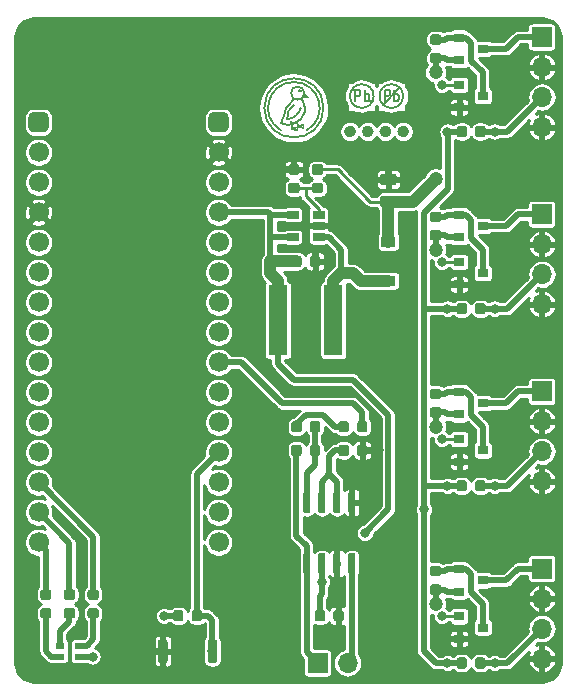
<source format=gbr>
G04 #@! TF.GenerationSoftware,KiCad,Pcbnew,(5.1.0)-1*
G04 #@! TF.CreationDate,2019-09-26T00:11:47-07:00*
G04 #@! TF.ProjectId,design,64657369-676e-42e6-9b69-6361645f7063,rev?*
G04 #@! TF.SameCoordinates,Original*
G04 #@! TF.FileFunction,Copper,L1,Top*
G04 #@! TF.FilePolarity,Positive*
%FSLAX46Y46*%
G04 Gerber Fmt 4.6, Leading zero omitted, Abs format (unit mm)*
G04 Created by KiCad (PCBNEW (5.1.0)-1) date 2019-09-26 00:11:47*
%MOMM*%
%LPD*%
G04 APERTURE LIST*
%ADD10C,0.200000*%
%ADD11C,0.160000*%
%ADD12C,0.500000*%
%ADD13R,0.900000X0.800000*%
%ADD14C,0.100000*%
%ADD15C,0.875000*%
%ADD16C,1.700000*%
%ADD17R,0.800000X0.500000*%
%ADD18R,1.700000X1.700000*%
%ADD19O,1.700000X1.700000*%
%ADD20C,0.600000*%
%ADD21C,0.800000*%
%ADD22R,1.060000X0.650000*%
%ADD23R,1.600000X5.900000*%
%ADD24C,0.975000*%
%ADD25R,1.200000X0.900000*%
%ADD26C,1.200000*%
%ADD27C,0.250000*%
%ADD28C,1.000000*%
%ADD29C,0.254000*%
G04 APERTURE END LIST*
D10*
X151678571Y-36452380D02*
X151678571Y-35452380D01*
X151983333Y-35452380D01*
X152059523Y-35500000D01*
X152097619Y-35547619D01*
X152135714Y-35642857D01*
X152135714Y-35785714D01*
X152097619Y-35880952D01*
X152059523Y-35928571D01*
X151983333Y-35976190D01*
X151678571Y-35976190D01*
X152478571Y-36452380D02*
X152478571Y-35452380D01*
X152478571Y-35833333D02*
X152554761Y-35785714D01*
X152707142Y-35785714D01*
X152783333Y-35833333D01*
X152821428Y-35880952D01*
X152859523Y-35976190D01*
X152859523Y-36261904D01*
X152821428Y-36357142D01*
X152783333Y-36404761D01*
X152707142Y-36452380D01*
X152554761Y-36452380D01*
X152478571Y-36404761D01*
X149178571Y-36452380D02*
X149178571Y-35452380D01*
X149483333Y-35452380D01*
X149559523Y-35500000D01*
X149597619Y-35547619D01*
X149635714Y-35642857D01*
X149635714Y-35785714D01*
X149597619Y-35880952D01*
X149559523Y-35928571D01*
X149483333Y-35976190D01*
X149178571Y-35976190D01*
X149978571Y-36452380D02*
X149978571Y-35452380D01*
X149978571Y-35833333D02*
X150054761Y-35785714D01*
X150207142Y-35785714D01*
X150283333Y-35833333D01*
X150321428Y-35880952D01*
X150359523Y-35976190D01*
X150359523Y-36261904D01*
X150321428Y-36357142D01*
X150283333Y-36404761D01*
X150207142Y-36452380D01*
X150054761Y-36452380D01*
X149978571Y-36404761D01*
D11*
X143786885Y-38768832D02*
G75*
G02X144286757Y-38643905I468491J-812047D01*
G01*
X144286610Y-38893910D02*
G75*
G02X143786757Y-38768905I-31234J936980D01*
G01*
D10*
X144031251Y-36237139D02*
G75*
G02X143696494Y-36608539I-1077120J634282D01*
G01*
D11*
X144820058Y-38561450D02*
G75*
G02X144820058Y-38436450I0J62500D01*
G01*
X144820058Y-38686450D02*
G75*
G02X144820058Y-38561450I0J62500D01*
G01*
D10*
X143489050Y-38424715D02*
X143798327Y-38398730D01*
X142927802Y-38250000D02*
X143192723Y-38374087D01*
X143798327Y-38398730D02*
X144101295Y-38297751D01*
X144101295Y-38297751D02*
X144379085Y-38128065D01*
X143190635Y-37547561D02*
G75*
G02X143696494Y-36608539I1248220J-66661D01*
G01*
X143190635Y-37547562D02*
G75*
G02X142927802Y-38250000I-1248221J66660D01*
G01*
X143192723Y-38374087D02*
X143489050Y-38424715D01*
X144379085Y-38128065D02*
X144614398Y-37900241D01*
X144614398Y-37900241D02*
X144792579Y-37628467D01*
X144937407Y-37022451D02*
X144895035Y-36725950D01*
X144895035Y-36725950D02*
X144778054Y-36458630D01*
X144778054Y-36458630D02*
X144593750Y-36237139D01*
D11*
X145178836Y-36108849D02*
G75*
G02X144869178Y-35830714I238978J577507D01*
G01*
D10*
X144792579Y-37628467D02*
X144902531Y-37329667D01*
D11*
X143426163Y-37957346D02*
G75*
G02X143986604Y-36756932I1240752J151760D01*
G01*
X144379260Y-35592648D02*
G75*
G02X144620740Y-35592648I120740J-32352D01*
G01*
X144286757Y-38893905D02*
G75*
G02X144286757Y-38768905I0J62500D01*
G01*
D10*
X144875000Y-35750000D02*
G75*
G03X144875000Y-35750000I-562500J0D01*
G01*
D11*
X145178844Y-36108703D02*
G75*
G02X144763205Y-36086557I-176462J599569D01*
G01*
D10*
X144902531Y-37329667D02*
X144937407Y-37022451D01*
D11*
X144286757Y-38768905D02*
G75*
G02X144286757Y-38643905I0J62500D01*
G01*
X144575947Y-37000734D02*
G75*
G02X143426188Y-37957555I-1215549J291446D01*
G01*
X144819911Y-38686455D02*
G75*
G02X144320058Y-38561450I-31234J936980D01*
G01*
D10*
X142906250Y-38894429D02*
G75*
G02X145093749Y-38894430I1093750J1894429D01*
G01*
D11*
X144320186Y-38561377D02*
G75*
G02X144820058Y-38436450I468491J-812047D01*
G01*
D10*
X143849257Y-38768905D02*
X143800000Y-38395710D01*
X146500000Y-37000000D02*
G75*
G03X146500000Y-37000000I-2500000J0D01*
G01*
X144382558Y-38561450D02*
X144273702Y-38202597D01*
X143800000Y-38395710D02*
X143787996Y-38146914D01*
D12*
X149000000Y-39000000D02*
G75*
G03X149000000Y-39000000I-250000J0D01*
G01*
X150500000Y-39000000D02*
G75*
G03X150500000Y-39000000I-250000J0D01*
G01*
X152000000Y-39000000D02*
G75*
G03X152000000Y-39000000I-250000J0D01*
G01*
X153500000Y-39000000D02*
G75*
G03X153500000Y-39000000I-250000J0D01*
G01*
D10*
X151600000Y-36700000D02*
X152900000Y-35300000D01*
X150750000Y-36000000D02*
G75*
G03X150750000Y-36000000I-1000000J0D01*
G01*
X153250000Y-36000000D02*
G75*
G03X153250000Y-36000000I-1000000J0D01*
G01*
X148950000Y-35450000D02*
X149200000Y-35450000D01*
X150200000Y-36450000D02*
X150600000Y-36450000D01*
D13*
X160000000Y-32000000D03*
X158000000Y-32950000D03*
X158000000Y-31050000D03*
X158000000Y-35050000D03*
X158000000Y-36950000D03*
X160000000Y-36000000D03*
D14*
G36*
X156277691Y-30776053D02*
G01*
X156298926Y-30779203D01*
X156319750Y-30784419D01*
X156339962Y-30791651D01*
X156359368Y-30800830D01*
X156377781Y-30811866D01*
X156395024Y-30824654D01*
X156410930Y-30839070D01*
X156425346Y-30854976D01*
X156438134Y-30872219D01*
X156449170Y-30890632D01*
X156458349Y-30910038D01*
X156465581Y-30930250D01*
X156470797Y-30951074D01*
X156473947Y-30972309D01*
X156475000Y-30993750D01*
X156475000Y-31431250D01*
X156473947Y-31452691D01*
X156470797Y-31473926D01*
X156465581Y-31494750D01*
X156458349Y-31514962D01*
X156449170Y-31534368D01*
X156438134Y-31552781D01*
X156425346Y-31570024D01*
X156410930Y-31585930D01*
X156395024Y-31600346D01*
X156377781Y-31613134D01*
X156359368Y-31624170D01*
X156339962Y-31633349D01*
X156319750Y-31640581D01*
X156298926Y-31645797D01*
X156277691Y-31648947D01*
X156256250Y-31650000D01*
X155743750Y-31650000D01*
X155722309Y-31648947D01*
X155701074Y-31645797D01*
X155680250Y-31640581D01*
X155660038Y-31633349D01*
X155640632Y-31624170D01*
X155622219Y-31613134D01*
X155604976Y-31600346D01*
X155589070Y-31585930D01*
X155574654Y-31570024D01*
X155561866Y-31552781D01*
X155550830Y-31534368D01*
X155541651Y-31514962D01*
X155534419Y-31494750D01*
X155529203Y-31473926D01*
X155526053Y-31452691D01*
X155525000Y-31431250D01*
X155525000Y-30993750D01*
X155526053Y-30972309D01*
X155529203Y-30951074D01*
X155534419Y-30930250D01*
X155541651Y-30910038D01*
X155550830Y-30890632D01*
X155561866Y-30872219D01*
X155574654Y-30854976D01*
X155589070Y-30839070D01*
X155604976Y-30824654D01*
X155622219Y-30811866D01*
X155640632Y-30800830D01*
X155660038Y-30791651D01*
X155680250Y-30784419D01*
X155701074Y-30779203D01*
X155722309Y-30776053D01*
X155743750Y-30775000D01*
X156256250Y-30775000D01*
X156277691Y-30776053D01*
X156277691Y-30776053D01*
G37*
D15*
X156000000Y-31212500D03*
D14*
G36*
X156277691Y-32351053D02*
G01*
X156298926Y-32354203D01*
X156319750Y-32359419D01*
X156339962Y-32366651D01*
X156359368Y-32375830D01*
X156377781Y-32386866D01*
X156395024Y-32399654D01*
X156410930Y-32414070D01*
X156425346Y-32429976D01*
X156438134Y-32447219D01*
X156449170Y-32465632D01*
X156458349Y-32485038D01*
X156465581Y-32505250D01*
X156470797Y-32526074D01*
X156473947Y-32547309D01*
X156475000Y-32568750D01*
X156475000Y-33006250D01*
X156473947Y-33027691D01*
X156470797Y-33048926D01*
X156465581Y-33069750D01*
X156458349Y-33089962D01*
X156449170Y-33109368D01*
X156438134Y-33127781D01*
X156425346Y-33145024D01*
X156410930Y-33160930D01*
X156395024Y-33175346D01*
X156377781Y-33188134D01*
X156359368Y-33199170D01*
X156339962Y-33208349D01*
X156319750Y-33215581D01*
X156298926Y-33220797D01*
X156277691Y-33223947D01*
X156256250Y-33225000D01*
X155743750Y-33225000D01*
X155722309Y-33223947D01*
X155701074Y-33220797D01*
X155680250Y-33215581D01*
X155660038Y-33208349D01*
X155640632Y-33199170D01*
X155622219Y-33188134D01*
X155604976Y-33175346D01*
X155589070Y-33160930D01*
X155574654Y-33145024D01*
X155561866Y-33127781D01*
X155550830Y-33109368D01*
X155541651Y-33089962D01*
X155534419Y-33069750D01*
X155529203Y-33048926D01*
X155526053Y-33027691D01*
X155525000Y-33006250D01*
X155525000Y-32568750D01*
X155526053Y-32547309D01*
X155529203Y-32526074D01*
X155534419Y-32505250D01*
X155541651Y-32485038D01*
X155550830Y-32465632D01*
X155561866Y-32447219D01*
X155574654Y-32429976D01*
X155589070Y-32414070D01*
X155604976Y-32399654D01*
X155622219Y-32386866D01*
X155640632Y-32375830D01*
X155660038Y-32366651D01*
X155680250Y-32359419D01*
X155701074Y-32354203D01*
X155722309Y-32351053D01*
X155743750Y-32350000D01*
X156256250Y-32350000D01*
X156277691Y-32351053D01*
X156277691Y-32351053D01*
G37*
D15*
X156000000Y-32787500D03*
D13*
X160000000Y-47000000D03*
X158000000Y-47950000D03*
X158000000Y-46050000D03*
X158000000Y-50050000D03*
X158000000Y-51950000D03*
X160000000Y-51000000D03*
D14*
G36*
X156277691Y-47351053D02*
G01*
X156298926Y-47354203D01*
X156319750Y-47359419D01*
X156339962Y-47366651D01*
X156359368Y-47375830D01*
X156377781Y-47386866D01*
X156395024Y-47399654D01*
X156410930Y-47414070D01*
X156425346Y-47429976D01*
X156438134Y-47447219D01*
X156449170Y-47465632D01*
X156458349Y-47485038D01*
X156465581Y-47505250D01*
X156470797Y-47526074D01*
X156473947Y-47547309D01*
X156475000Y-47568750D01*
X156475000Y-48006250D01*
X156473947Y-48027691D01*
X156470797Y-48048926D01*
X156465581Y-48069750D01*
X156458349Y-48089962D01*
X156449170Y-48109368D01*
X156438134Y-48127781D01*
X156425346Y-48145024D01*
X156410930Y-48160930D01*
X156395024Y-48175346D01*
X156377781Y-48188134D01*
X156359368Y-48199170D01*
X156339962Y-48208349D01*
X156319750Y-48215581D01*
X156298926Y-48220797D01*
X156277691Y-48223947D01*
X156256250Y-48225000D01*
X155743750Y-48225000D01*
X155722309Y-48223947D01*
X155701074Y-48220797D01*
X155680250Y-48215581D01*
X155660038Y-48208349D01*
X155640632Y-48199170D01*
X155622219Y-48188134D01*
X155604976Y-48175346D01*
X155589070Y-48160930D01*
X155574654Y-48145024D01*
X155561866Y-48127781D01*
X155550830Y-48109368D01*
X155541651Y-48089962D01*
X155534419Y-48069750D01*
X155529203Y-48048926D01*
X155526053Y-48027691D01*
X155525000Y-48006250D01*
X155525000Y-47568750D01*
X155526053Y-47547309D01*
X155529203Y-47526074D01*
X155534419Y-47505250D01*
X155541651Y-47485038D01*
X155550830Y-47465632D01*
X155561866Y-47447219D01*
X155574654Y-47429976D01*
X155589070Y-47414070D01*
X155604976Y-47399654D01*
X155622219Y-47386866D01*
X155640632Y-47375830D01*
X155660038Y-47366651D01*
X155680250Y-47359419D01*
X155701074Y-47354203D01*
X155722309Y-47351053D01*
X155743750Y-47350000D01*
X156256250Y-47350000D01*
X156277691Y-47351053D01*
X156277691Y-47351053D01*
G37*
D15*
X156000000Y-47787500D03*
D14*
G36*
X156277691Y-45776053D02*
G01*
X156298926Y-45779203D01*
X156319750Y-45784419D01*
X156339962Y-45791651D01*
X156359368Y-45800830D01*
X156377781Y-45811866D01*
X156395024Y-45824654D01*
X156410930Y-45839070D01*
X156425346Y-45854976D01*
X156438134Y-45872219D01*
X156449170Y-45890632D01*
X156458349Y-45910038D01*
X156465581Y-45930250D01*
X156470797Y-45951074D01*
X156473947Y-45972309D01*
X156475000Y-45993750D01*
X156475000Y-46431250D01*
X156473947Y-46452691D01*
X156470797Y-46473926D01*
X156465581Y-46494750D01*
X156458349Y-46514962D01*
X156449170Y-46534368D01*
X156438134Y-46552781D01*
X156425346Y-46570024D01*
X156410930Y-46585930D01*
X156395024Y-46600346D01*
X156377781Y-46613134D01*
X156359368Y-46624170D01*
X156339962Y-46633349D01*
X156319750Y-46640581D01*
X156298926Y-46645797D01*
X156277691Y-46648947D01*
X156256250Y-46650000D01*
X155743750Y-46650000D01*
X155722309Y-46648947D01*
X155701074Y-46645797D01*
X155680250Y-46640581D01*
X155660038Y-46633349D01*
X155640632Y-46624170D01*
X155622219Y-46613134D01*
X155604976Y-46600346D01*
X155589070Y-46585930D01*
X155574654Y-46570024D01*
X155561866Y-46552781D01*
X155550830Y-46534368D01*
X155541651Y-46514962D01*
X155534419Y-46494750D01*
X155529203Y-46473926D01*
X155526053Y-46452691D01*
X155525000Y-46431250D01*
X155525000Y-45993750D01*
X155526053Y-45972309D01*
X155529203Y-45951074D01*
X155534419Y-45930250D01*
X155541651Y-45910038D01*
X155550830Y-45890632D01*
X155561866Y-45872219D01*
X155574654Y-45854976D01*
X155589070Y-45839070D01*
X155604976Y-45824654D01*
X155622219Y-45811866D01*
X155640632Y-45800830D01*
X155660038Y-45791651D01*
X155680250Y-45784419D01*
X155701074Y-45779203D01*
X155722309Y-45776053D01*
X155743750Y-45775000D01*
X156256250Y-45775000D01*
X156277691Y-45776053D01*
X156277691Y-45776053D01*
G37*
D15*
X156000000Y-46212500D03*
D13*
X160000000Y-62000000D03*
X158000000Y-62950000D03*
X158000000Y-61050000D03*
X160000000Y-66000000D03*
X158000000Y-66950000D03*
X158000000Y-65050000D03*
D14*
G36*
X156277691Y-62351053D02*
G01*
X156298926Y-62354203D01*
X156319750Y-62359419D01*
X156339962Y-62366651D01*
X156359368Y-62375830D01*
X156377781Y-62386866D01*
X156395024Y-62399654D01*
X156410930Y-62414070D01*
X156425346Y-62429976D01*
X156438134Y-62447219D01*
X156449170Y-62465632D01*
X156458349Y-62485038D01*
X156465581Y-62505250D01*
X156470797Y-62526074D01*
X156473947Y-62547309D01*
X156475000Y-62568750D01*
X156475000Y-63006250D01*
X156473947Y-63027691D01*
X156470797Y-63048926D01*
X156465581Y-63069750D01*
X156458349Y-63089962D01*
X156449170Y-63109368D01*
X156438134Y-63127781D01*
X156425346Y-63145024D01*
X156410930Y-63160930D01*
X156395024Y-63175346D01*
X156377781Y-63188134D01*
X156359368Y-63199170D01*
X156339962Y-63208349D01*
X156319750Y-63215581D01*
X156298926Y-63220797D01*
X156277691Y-63223947D01*
X156256250Y-63225000D01*
X155743750Y-63225000D01*
X155722309Y-63223947D01*
X155701074Y-63220797D01*
X155680250Y-63215581D01*
X155660038Y-63208349D01*
X155640632Y-63199170D01*
X155622219Y-63188134D01*
X155604976Y-63175346D01*
X155589070Y-63160930D01*
X155574654Y-63145024D01*
X155561866Y-63127781D01*
X155550830Y-63109368D01*
X155541651Y-63089962D01*
X155534419Y-63069750D01*
X155529203Y-63048926D01*
X155526053Y-63027691D01*
X155525000Y-63006250D01*
X155525000Y-62568750D01*
X155526053Y-62547309D01*
X155529203Y-62526074D01*
X155534419Y-62505250D01*
X155541651Y-62485038D01*
X155550830Y-62465632D01*
X155561866Y-62447219D01*
X155574654Y-62429976D01*
X155589070Y-62414070D01*
X155604976Y-62399654D01*
X155622219Y-62386866D01*
X155640632Y-62375830D01*
X155660038Y-62366651D01*
X155680250Y-62359419D01*
X155701074Y-62354203D01*
X155722309Y-62351053D01*
X155743750Y-62350000D01*
X156256250Y-62350000D01*
X156277691Y-62351053D01*
X156277691Y-62351053D01*
G37*
D15*
X156000000Y-62787500D03*
D14*
G36*
X156277691Y-60776053D02*
G01*
X156298926Y-60779203D01*
X156319750Y-60784419D01*
X156339962Y-60791651D01*
X156359368Y-60800830D01*
X156377781Y-60811866D01*
X156395024Y-60824654D01*
X156410930Y-60839070D01*
X156425346Y-60854976D01*
X156438134Y-60872219D01*
X156449170Y-60890632D01*
X156458349Y-60910038D01*
X156465581Y-60930250D01*
X156470797Y-60951074D01*
X156473947Y-60972309D01*
X156475000Y-60993750D01*
X156475000Y-61431250D01*
X156473947Y-61452691D01*
X156470797Y-61473926D01*
X156465581Y-61494750D01*
X156458349Y-61514962D01*
X156449170Y-61534368D01*
X156438134Y-61552781D01*
X156425346Y-61570024D01*
X156410930Y-61585930D01*
X156395024Y-61600346D01*
X156377781Y-61613134D01*
X156359368Y-61624170D01*
X156339962Y-61633349D01*
X156319750Y-61640581D01*
X156298926Y-61645797D01*
X156277691Y-61648947D01*
X156256250Y-61650000D01*
X155743750Y-61650000D01*
X155722309Y-61648947D01*
X155701074Y-61645797D01*
X155680250Y-61640581D01*
X155660038Y-61633349D01*
X155640632Y-61624170D01*
X155622219Y-61613134D01*
X155604976Y-61600346D01*
X155589070Y-61585930D01*
X155574654Y-61570024D01*
X155561866Y-61552781D01*
X155550830Y-61534368D01*
X155541651Y-61514962D01*
X155534419Y-61494750D01*
X155529203Y-61473926D01*
X155526053Y-61452691D01*
X155525000Y-61431250D01*
X155525000Y-60993750D01*
X155526053Y-60972309D01*
X155529203Y-60951074D01*
X155534419Y-60930250D01*
X155541651Y-60910038D01*
X155550830Y-60890632D01*
X155561866Y-60872219D01*
X155574654Y-60854976D01*
X155589070Y-60839070D01*
X155604976Y-60824654D01*
X155622219Y-60811866D01*
X155640632Y-60800830D01*
X155660038Y-60791651D01*
X155680250Y-60784419D01*
X155701074Y-60779203D01*
X155722309Y-60776053D01*
X155743750Y-60775000D01*
X156256250Y-60775000D01*
X156277691Y-60776053D01*
X156277691Y-60776053D01*
G37*
D15*
X156000000Y-61212500D03*
D13*
X158000000Y-76050000D03*
X158000000Y-77950000D03*
X160000000Y-77000000D03*
X158000000Y-80050000D03*
X158000000Y-81950000D03*
X160000000Y-81000000D03*
D14*
G36*
X156277691Y-77351053D02*
G01*
X156298926Y-77354203D01*
X156319750Y-77359419D01*
X156339962Y-77366651D01*
X156359368Y-77375830D01*
X156377781Y-77386866D01*
X156395024Y-77399654D01*
X156410930Y-77414070D01*
X156425346Y-77429976D01*
X156438134Y-77447219D01*
X156449170Y-77465632D01*
X156458349Y-77485038D01*
X156465581Y-77505250D01*
X156470797Y-77526074D01*
X156473947Y-77547309D01*
X156475000Y-77568750D01*
X156475000Y-78006250D01*
X156473947Y-78027691D01*
X156470797Y-78048926D01*
X156465581Y-78069750D01*
X156458349Y-78089962D01*
X156449170Y-78109368D01*
X156438134Y-78127781D01*
X156425346Y-78145024D01*
X156410930Y-78160930D01*
X156395024Y-78175346D01*
X156377781Y-78188134D01*
X156359368Y-78199170D01*
X156339962Y-78208349D01*
X156319750Y-78215581D01*
X156298926Y-78220797D01*
X156277691Y-78223947D01*
X156256250Y-78225000D01*
X155743750Y-78225000D01*
X155722309Y-78223947D01*
X155701074Y-78220797D01*
X155680250Y-78215581D01*
X155660038Y-78208349D01*
X155640632Y-78199170D01*
X155622219Y-78188134D01*
X155604976Y-78175346D01*
X155589070Y-78160930D01*
X155574654Y-78145024D01*
X155561866Y-78127781D01*
X155550830Y-78109368D01*
X155541651Y-78089962D01*
X155534419Y-78069750D01*
X155529203Y-78048926D01*
X155526053Y-78027691D01*
X155525000Y-78006250D01*
X155525000Y-77568750D01*
X155526053Y-77547309D01*
X155529203Y-77526074D01*
X155534419Y-77505250D01*
X155541651Y-77485038D01*
X155550830Y-77465632D01*
X155561866Y-77447219D01*
X155574654Y-77429976D01*
X155589070Y-77414070D01*
X155604976Y-77399654D01*
X155622219Y-77386866D01*
X155640632Y-77375830D01*
X155660038Y-77366651D01*
X155680250Y-77359419D01*
X155701074Y-77354203D01*
X155722309Y-77351053D01*
X155743750Y-77350000D01*
X156256250Y-77350000D01*
X156277691Y-77351053D01*
X156277691Y-77351053D01*
G37*
D15*
X156000000Y-77787500D03*
D14*
G36*
X156277691Y-75776053D02*
G01*
X156298926Y-75779203D01*
X156319750Y-75784419D01*
X156339962Y-75791651D01*
X156359368Y-75800830D01*
X156377781Y-75811866D01*
X156395024Y-75824654D01*
X156410930Y-75839070D01*
X156425346Y-75854976D01*
X156438134Y-75872219D01*
X156449170Y-75890632D01*
X156458349Y-75910038D01*
X156465581Y-75930250D01*
X156470797Y-75951074D01*
X156473947Y-75972309D01*
X156475000Y-75993750D01*
X156475000Y-76431250D01*
X156473947Y-76452691D01*
X156470797Y-76473926D01*
X156465581Y-76494750D01*
X156458349Y-76514962D01*
X156449170Y-76534368D01*
X156438134Y-76552781D01*
X156425346Y-76570024D01*
X156410930Y-76585930D01*
X156395024Y-76600346D01*
X156377781Y-76613134D01*
X156359368Y-76624170D01*
X156339962Y-76633349D01*
X156319750Y-76640581D01*
X156298926Y-76645797D01*
X156277691Y-76648947D01*
X156256250Y-76650000D01*
X155743750Y-76650000D01*
X155722309Y-76648947D01*
X155701074Y-76645797D01*
X155680250Y-76640581D01*
X155660038Y-76633349D01*
X155640632Y-76624170D01*
X155622219Y-76613134D01*
X155604976Y-76600346D01*
X155589070Y-76585930D01*
X155574654Y-76570024D01*
X155561866Y-76552781D01*
X155550830Y-76534368D01*
X155541651Y-76514962D01*
X155534419Y-76494750D01*
X155529203Y-76473926D01*
X155526053Y-76452691D01*
X155525000Y-76431250D01*
X155525000Y-75993750D01*
X155526053Y-75972309D01*
X155529203Y-75951074D01*
X155534419Y-75930250D01*
X155541651Y-75910038D01*
X155550830Y-75890632D01*
X155561866Y-75872219D01*
X155574654Y-75854976D01*
X155589070Y-75839070D01*
X155604976Y-75824654D01*
X155622219Y-75811866D01*
X155640632Y-75800830D01*
X155660038Y-75791651D01*
X155680250Y-75784419D01*
X155701074Y-75779203D01*
X155722309Y-75776053D01*
X155743750Y-75775000D01*
X156256250Y-75775000D01*
X156277691Y-75776053D01*
X156277691Y-75776053D01*
G37*
D15*
X156000000Y-76212500D03*
D14*
G36*
X160027691Y-38526053D02*
G01*
X160048926Y-38529203D01*
X160069750Y-38534419D01*
X160089962Y-38541651D01*
X160109368Y-38550830D01*
X160127781Y-38561866D01*
X160145024Y-38574654D01*
X160160930Y-38589070D01*
X160175346Y-38604976D01*
X160188134Y-38622219D01*
X160199170Y-38640632D01*
X160208349Y-38660038D01*
X160215581Y-38680250D01*
X160220797Y-38701074D01*
X160223947Y-38722309D01*
X160225000Y-38743750D01*
X160225000Y-39256250D01*
X160223947Y-39277691D01*
X160220797Y-39298926D01*
X160215581Y-39319750D01*
X160208349Y-39339962D01*
X160199170Y-39359368D01*
X160188134Y-39377781D01*
X160175346Y-39395024D01*
X160160930Y-39410930D01*
X160145024Y-39425346D01*
X160127781Y-39438134D01*
X160109368Y-39449170D01*
X160089962Y-39458349D01*
X160069750Y-39465581D01*
X160048926Y-39470797D01*
X160027691Y-39473947D01*
X160006250Y-39475000D01*
X159568750Y-39475000D01*
X159547309Y-39473947D01*
X159526074Y-39470797D01*
X159505250Y-39465581D01*
X159485038Y-39458349D01*
X159465632Y-39449170D01*
X159447219Y-39438134D01*
X159429976Y-39425346D01*
X159414070Y-39410930D01*
X159399654Y-39395024D01*
X159386866Y-39377781D01*
X159375830Y-39359368D01*
X159366651Y-39339962D01*
X159359419Y-39319750D01*
X159354203Y-39298926D01*
X159351053Y-39277691D01*
X159350000Y-39256250D01*
X159350000Y-38743750D01*
X159351053Y-38722309D01*
X159354203Y-38701074D01*
X159359419Y-38680250D01*
X159366651Y-38660038D01*
X159375830Y-38640632D01*
X159386866Y-38622219D01*
X159399654Y-38604976D01*
X159414070Y-38589070D01*
X159429976Y-38574654D01*
X159447219Y-38561866D01*
X159465632Y-38550830D01*
X159485038Y-38541651D01*
X159505250Y-38534419D01*
X159526074Y-38529203D01*
X159547309Y-38526053D01*
X159568750Y-38525000D01*
X160006250Y-38525000D01*
X160027691Y-38526053D01*
X160027691Y-38526053D01*
G37*
D15*
X159787500Y-39000000D03*
D14*
G36*
X158452691Y-38526053D02*
G01*
X158473926Y-38529203D01*
X158494750Y-38534419D01*
X158514962Y-38541651D01*
X158534368Y-38550830D01*
X158552781Y-38561866D01*
X158570024Y-38574654D01*
X158585930Y-38589070D01*
X158600346Y-38604976D01*
X158613134Y-38622219D01*
X158624170Y-38640632D01*
X158633349Y-38660038D01*
X158640581Y-38680250D01*
X158645797Y-38701074D01*
X158648947Y-38722309D01*
X158650000Y-38743750D01*
X158650000Y-39256250D01*
X158648947Y-39277691D01*
X158645797Y-39298926D01*
X158640581Y-39319750D01*
X158633349Y-39339962D01*
X158624170Y-39359368D01*
X158613134Y-39377781D01*
X158600346Y-39395024D01*
X158585930Y-39410930D01*
X158570024Y-39425346D01*
X158552781Y-39438134D01*
X158534368Y-39449170D01*
X158514962Y-39458349D01*
X158494750Y-39465581D01*
X158473926Y-39470797D01*
X158452691Y-39473947D01*
X158431250Y-39475000D01*
X157993750Y-39475000D01*
X157972309Y-39473947D01*
X157951074Y-39470797D01*
X157930250Y-39465581D01*
X157910038Y-39458349D01*
X157890632Y-39449170D01*
X157872219Y-39438134D01*
X157854976Y-39425346D01*
X157839070Y-39410930D01*
X157824654Y-39395024D01*
X157811866Y-39377781D01*
X157800830Y-39359368D01*
X157791651Y-39339962D01*
X157784419Y-39319750D01*
X157779203Y-39298926D01*
X157776053Y-39277691D01*
X157775000Y-39256250D01*
X157775000Y-38743750D01*
X157776053Y-38722309D01*
X157779203Y-38701074D01*
X157784419Y-38680250D01*
X157791651Y-38660038D01*
X157800830Y-38640632D01*
X157811866Y-38622219D01*
X157824654Y-38604976D01*
X157839070Y-38589070D01*
X157854976Y-38574654D01*
X157872219Y-38561866D01*
X157890632Y-38550830D01*
X157910038Y-38541651D01*
X157930250Y-38534419D01*
X157951074Y-38529203D01*
X157972309Y-38526053D01*
X157993750Y-38525000D01*
X158431250Y-38525000D01*
X158452691Y-38526053D01*
X158452691Y-38526053D01*
G37*
D15*
X158212500Y-39000000D03*
D14*
G36*
X158452691Y-53526053D02*
G01*
X158473926Y-53529203D01*
X158494750Y-53534419D01*
X158514962Y-53541651D01*
X158534368Y-53550830D01*
X158552781Y-53561866D01*
X158570024Y-53574654D01*
X158585930Y-53589070D01*
X158600346Y-53604976D01*
X158613134Y-53622219D01*
X158624170Y-53640632D01*
X158633349Y-53660038D01*
X158640581Y-53680250D01*
X158645797Y-53701074D01*
X158648947Y-53722309D01*
X158650000Y-53743750D01*
X158650000Y-54256250D01*
X158648947Y-54277691D01*
X158645797Y-54298926D01*
X158640581Y-54319750D01*
X158633349Y-54339962D01*
X158624170Y-54359368D01*
X158613134Y-54377781D01*
X158600346Y-54395024D01*
X158585930Y-54410930D01*
X158570024Y-54425346D01*
X158552781Y-54438134D01*
X158534368Y-54449170D01*
X158514962Y-54458349D01*
X158494750Y-54465581D01*
X158473926Y-54470797D01*
X158452691Y-54473947D01*
X158431250Y-54475000D01*
X157993750Y-54475000D01*
X157972309Y-54473947D01*
X157951074Y-54470797D01*
X157930250Y-54465581D01*
X157910038Y-54458349D01*
X157890632Y-54449170D01*
X157872219Y-54438134D01*
X157854976Y-54425346D01*
X157839070Y-54410930D01*
X157824654Y-54395024D01*
X157811866Y-54377781D01*
X157800830Y-54359368D01*
X157791651Y-54339962D01*
X157784419Y-54319750D01*
X157779203Y-54298926D01*
X157776053Y-54277691D01*
X157775000Y-54256250D01*
X157775000Y-53743750D01*
X157776053Y-53722309D01*
X157779203Y-53701074D01*
X157784419Y-53680250D01*
X157791651Y-53660038D01*
X157800830Y-53640632D01*
X157811866Y-53622219D01*
X157824654Y-53604976D01*
X157839070Y-53589070D01*
X157854976Y-53574654D01*
X157872219Y-53561866D01*
X157890632Y-53550830D01*
X157910038Y-53541651D01*
X157930250Y-53534419D01*
X157951074Y-53529203D01*
X157972309Y-53526053D01*
X157993750Y-53525000D01*
X158431250Y-53525000D01*
X158452691Y-53526053D01*
X158452691Y-53526053D01*
G37*
D15*
X158212500Y-54000000D03*
D14*
G36*
X160027691Y-53526053D02*
G01*
X160048926Y-53529203D01*
X160069750Y-53534419D01*
X160089962Y-53541651D01*
X160109368Y-53550830D01*
X160127781Y-53561866D01*
X160145024Y-53574654D01*
X160160930Y-53589070D01*
X160175346Y-53604976D01*
X160188134Y-53622219D01*
X160199170Y-53640632D01*
X160208349Y-53660038D01*
X160215581Y-53680250D01*
X160220797Y-53701074D01*
X160223947Y-53722309D01*
X160225000Y-53743750D01*
X160225000Y-54256250D01*
X160223947Y-54277691D01*
X160220797Y-54298926D01*
X160215581Y-54319750D01*
X160208349Y-54339962D01*
X160199170Y-54359368D01*
X160188134Y-54377781D01*
X160175346Y-54395024D01*
X160160930Y-54410930D01*
X160145024Y-54425346D01*
X160127781Y-54438134D01*
X160109368Y-54449170D01*
X160089962Y-54458349D01*
X160069750Y-54465581D01*
X160048926Y-54470797D01*
X160027691Y-54473947D01*
X160006250Y-54475000D01*
X159568750Y-54475000D01*
X159547309Y-54473947D01*
X159526074Y-54470797D01*
X159505250Y-54465581D01*
X159485038Y-54458349D01*
X159465632Y-54449170D01*
X159447219Y-54438134D01*
X159429976Y-54425346D01*
X159414070Y-54410930D01*
X159399654Y-54395024D01*
X159386866Y-54377781D01*
X159375830Y-54359368D01*
X159366651Y-54339962D01*
X159359419Y-54319750D01*
X159354203Y-54298926D01*
X159351053Y-54277691D01*
X159350000Y-54256250D01*
X159350000Y-53743750D01*
X159351053Y-53722309D01*
X159354203Y-53701074D01*
X159359419Y-53680250D01*
X159366651Y-53660038D01*
X159375830Y-53640632D01*
X159386866Y-53622219D01*
X159399654Y-53604976D01*
X159414070Y-53589070D01*
X159429976Y-53574654D01*
X159447219Y-53561866D01*
X159465632Y-53550830D01*
X159485038Y-53541651D01*
X159505250Y-53534419D01*
X159526074Y-53529203D01*
X159547309Y-53526053D01*
X159568750Y-53525000D01*
X160006250Y-53525000D01*
X160027691Y-53526053D01*
X160027691Y-53526053D01*
G37*
D15*
X159787500Y-54000000D03*
D14*
G36*
X160027691Y-68526053D02*
G01*
X160048926Y-68529203D01*
X160069750Y-68534419D01*
X160089962Y-68541651D01*
X160109368Y-68550830D01*
X160127781Y-68561866D01*
X160145024Y-68574654D01*
X160160930Y-68589070D01*
X160175346Y-68604976D01*
X160188134Y-68622219D01*
X160199170Y-68640632D01*
X160208349Y-68660038D01*
X160215581Y-68680250D01*
X160220797Y-68701074D01*
X160223947Y-68722309D01*
X160225000Y-68743750D01*
X160225000Y-69256250D01*
X160223947Y-69277691D01*
X160220797Y-69298926D01*
X160215581Y-69319750D01*
X160208349Y-69339962D01*
X160199170Y-69359368D01*
X160188134Y-69377781D01*
X160175346Y-69395024D01*
X160160930Y-69410930D01*
X160145024Y-69425346D01*
X160127781Y-69438134D01*
X160109368Y-69449170D01*
X160089962Y-69458349D01*
X160069750Y-69465581D01*
X160048926Y-69470797D01*
X160027691Y-69473947D01*
X160006250Y-69475000D01*
X159568750Y-69475000D01*
X159547309Y-69473947D01*
X159526074Y-69470797D01*
X159505250Y-69465581D01*
X159485038Y-69458349D01*
X159465632Y-69449170D01*
X159447219Y-69438134D01*
X159429976Y-69425346D01*
X159414070Y-69410930D01*
X159399654Y-69395024D01*
X159386866Y-69377781D01*
X159375830Y-69359368D01*
X159366651Y-69339962D01*
X159359419Y-69319750D01*
X159354203Y-69298926D01*
X159351053Y-69277691D01*
X159350000Y-69256250D01*
X159350000Y-68743750D01*
X159351053Y-68722309D01*
X159354203Y-68701074D01*
X159359419Y-68680250D01*
X159366651Y-68660038D01*
X159375830Y-68640632D01*
X159386866Y-68622219D01*
X159399654Y-68604976D01*
X159414070Y-68589070D01*
X159429976Y-68574654D01*
X159447219Y-68561866D01*
X159465632Y-68550830D01*
X159485038Y-68541651D01*
X159505250Y-68534419D01*
X159526074Y-68529203D01*
X159547309Y-68526053D01*
X159568750Y-68525000D01*
X160006250Y-68525000D01*
X160027691Y-68526053D01*
X160027691Y-68526053D01*
G37*
D15*
X159787500Y-69000000D03*
D14*
G36*
X158452691Y-68526053D02*
G01*
X158473926Y-68529203D01*
X158494750Y-68534419D01*
X158514962Y-68541651D01*
X158534368Y-68550830D01*
X158552781Y-68561866D01*
X158570024Y-68574654D01*
X158585930Y-68589070D01*
X158600346Y-68604976D01*
X158613134Y-68622219D01*
X158624170Y-68640632D01*
X158633349Y-68660038D01*
X158640581Y-68680250D01*
X158645797Y-68701074D01*
X158648947Y-68722309D01*
X158650000Y-68743750D01*
X158650000Y-69256250D01*
X158648947Y-69277691D01*
X158645797Y-69298926D01*
X158640581Y-69319750D01*
X158633349Y-69339962D01*
X158624170Y-69359368D01*
X158613134Y-69377781D01*
X158600346Y-69395024D01*
X158585930Y-69410930D01*
X158570024Y-69425346D01*
X158552781Y-69438134D01*
X158534368Y-69449170D01*
X158514962Y-69458349D01*
X158494750Y-69465581D01*
X158473926Y-69470797D01*
X158452691Y-69473947D01*
X158431250Y-69475000D01*
X157993750Y-69475000D01*
X157972309Y-69473947D01*
X157951074Y-69470797D01*
X157930250Y-69465581D01*
X157910038Y-69458349D01*
X157890632Y-69449170D01*
X157872219Y-69438134D01*
X157854976Y-69425346D01*
X157839070Y-69410930D01*
X157824654Y-69395024D01*
X157811866Y-69377781D01*
X157800830Y-69359368D01*
X157791651Y-69339962D01*
X157784419Y-69319750D01*
X157779203Y-69298926D01*
X157776053Y-69277691D01*
X157775000Y-69256250D01*
X157775000Y-68743750D01*
X157776053Y-68722309D01*
X157779203Y-68701074D01*
X157784419Y-68680250D01*
X157791651Y-68660038D01*
X157800830Y-68640632D01*
X157811866Y-68622219D01*
X157824654Y-68604976D01*
X157839070Y-68589070D01*
X157854976Y-68574654D01*
X157872219Y-68561866D01*
X157890632Y-68550830D01*
X157910038Y-68541651D01*
X157930250Y-68534419D01*
X157951074Y-68529203D01*
X157972309Y-68526053D01*
X157993750Y-68525000D01*
X158431250Y-68525000D01*
X158452691Y-68526053D01*
X158452691Y-68526053D01*
G37*
D15*
X158212500Y-69000000D03*
D14*
G36*
X158452691Y-83526053D02*
G01*
X158473926Y-83529203D01*
X158494750Y-83534419D01*
X158514962Y-83541651D01*
X158534368Y-83550830D01*
X158552781Y-83561866D01*
X158570024Y-83574654D01*
X158585930Y-83589070D01*
X158600346Y-83604976D01*
X158613134Y-83622219D01*
X158624170Y-83640632D01*
X158633349Y-83660038D01*
X158640581Y-83680250D01*
X158645797Y-83701074D01*
X158648947Y-83722309D01*
X158650000Y-83743750D01*
X158650000Y-84256250D01*
X158648947Y-84277691D01*
X158645797Y-84298926D01*
X158640581Y-84319750D01*
X158633349Y-84339962D01*
X158624170Y-84359368D01*
X158613134Y-84377781D01*
X158600346Y-84395024D01*
X158585930Y-84410930D01*
X158570024Y-84425346D01*
X158552781Y-84438134D01*
X158534368Y-84449170D01*
X158514962Y-84458349D01*
X158494750Y-84465581D01*
X158473926Y-84470797D01*
X158452691Y-84473947D01*
X158431250Y-84475000D01*
X157993750Y-84475000D01*
X157972309Y-84473947D01*
X157951074Y-84470797D01*
X157930250Y-84465581D01*
X157910038Y-84458349D01*
X157890632Y-84449170D01*
X157872219Y-84438134D01*
X157854976Y-84425346D01*
X157839070Y-84410930D01*
X157824654Y-84395024D01*
X157811866Y-84377781D01*
X157800830Y-84359368D01*
X157791651Y-84339962D01*
X157784419Y-84319750D01*
X157779203Y-84298926D01*
X157776053Y-84277691D01*
X157775000Y-84256250D01*
X157775000Y-83743750D01*
X157776053Y-83722309D01*
X157779203Y-83701074D01*
X157784419Y-83680250D01*
X157791651Y-83660038D01*
X157800830Y-83640632D01*
X157811866Y-83622219D01*
X157824654Y-83604976D01*
X157839070Y-83589070D01*
X157854976Y-83574654D01*
X157872219Y-83561866D01*
X157890632Y-83550830D01*
X157910038Y-83541651D01*
X157930250Y-83534419D01*
X157951074Y-83529203D01*
X157972309Y-83526053D01*
X157993750Y-83525000D01*
X158431250Y-83525000D01*
X158452691Y-83526053D01*
X158452691Y-83526053D01*
G37*
D15*
X158212500Y-84000000D03*
D14*
G36*
X160027691Y-83526053D02*
G01*
X160048926Y-83529203D01*
X160069750Y-83534419D01*
X160089962Y-83541651D01*
X160109368Y-83550830D01*
X160127781Y-83561866D01*
X160145024Y-83574654D01*
X160160930Y-83589070D01*
X160175346Y-83604976D01*
X160188134Y-83622219D01*
X160199170Y-83640632D01*
X160208349Y-83660038D01*
X160215581Y-83680250D01*
X160220797Y-83701074D01*
X160223947Y-83722309D01*
X160225000Y-83743750D01*
X160225000Y-84256250D01*
X160223947Y-84277691D01*
X160220797Y-84298926D01*
X160215581Y-84319750D01*
X160208349Y-84339962D01*
X160199170Y-84359368D01*
X160188134Y-84377781D01*
X160175346Y-84395024D01*
X160160930Y-84410930D01*
X160145024Y-84425346D01*
X160127781Y-84438134D01*
X160109368Y-84449170D01*
X160089962Y-84458349D01*
X160069750Y-84465581D01*
X160048926Y-84470797D01*
X160027691Y-84473947D01*
X160006250Y-84475000D01*
X159568750Y-84475000D01*
X159547309Y-84473947D01*
X159526074Y-84470797D01*
X159505250Y-84465581D01*
X159485038Y-84458349D01*
X159465632Y-84449170D01*
X159447219Y-84438134D01*
X159429976Y-84425346D01*
X159414070Y-84410930D01*
X159399654Y-84395024D01*
X159386866Y-84377781D01*
X159375830Y-84359368D01*
X159366651Y-84339962D01*
X159359419Y-84319750D01*
X159354203Y-84298926D01*
X159351053Y-84277691D01*
X159350000Y-84256250D01*
X159350000Y-83743750D01*
X159351053Y-83722309D01*
X159354203Y-83701074D01*
X159359419Y-83680250D01*
X159366651Y-83660038D01*
X159375830Y-83640632D01*
X159386866Y-83622219D01*
X159399654Y-83604976D01*
X159414070Y-83589070D01*
X159429976Y-83574654D01*
X159447219Y-83561866D01*
X159465632Y-83550830D01*
X159485038Y-83541651D01*
X159505250Y-83534419D01*
X159526074Y-83529203D01*
X159547309Y-83526053D01*
X159568750Y-83525000D01*
X160006250Y-83525000D01*
X160027691Y-83526053D01*
X160027691Y-83526053D01*
G37*
D15*
X159787500Y-84000000D03*
D14*
G36*
X122846657Y-37372046D02*
G01*
X122887913Y-37378166D01*
X122928371Y-37388300D01*
X122967640Y-37402351D01*
X123005344Y-37420183D01*
X123041117Y-37441625D01*
X123074617Y-37466471D01*
X123105520Y-37494480D01*
X123133529Y-37525383D01*
X123158375Y-37558883D01*
X123179817Y-37594656D01*
X123197649Y-37632360D01*
X123211700Y-37671629D01*
X123221834Y-37712087D01*
X123227954Y-37753343D01*
X123230000Y-37795000D01*
X123230000Y-38645000D01*
X123227954Y-38686657D01*
X123221834Y-38727913D01*
X123211700Y-38768371D01*
X123197649Y-38807640D01*
X123179817Y-38845344D01*
X123158375Y-38881117D01*
X123133529Y-38914617D01*
X123105520Y-38945520D01*
X123074617Y-38973529D01*
X123041117Y-38998375D01*
X123005344Y-39019817D01*
X122967640Y-39037649D01*
X122928371Y-39051700D01*
X122887913Y-39061834D01*
X122846657Y-39067954D01*
X122805000Y-39070000D01*
X121955000Y-39070000D01*
X121913343Y-39067954D01*
X121872087Y-39061834D01*
X121831629Y-39051700D01*
X121792360Y-39037649D01*
X121754656Y-39019817D01*
X121718883Y-38998375D01*
X121685383Y-38973529D01*
X121654480Y-38945520D01*
X121626471Y-38914617D01*
X121601625Y-38881117D01*
X121580183Y-38845344D01*
X121562351Y-38807640D01*
X121548300Y-38768371D01*
X121538166Y-38727913D01*
X121532046Y-38686657D01*
X121530000Y-38645000D01*
X121530000Y-37795000D01*
X121532046Y-37753343D01*
X121538166Y-37712087D01*
X121548300Y-37671629D01*
X121562351Y-37632360D01*
X121580183Y-37594656D01*
X121601625Y-37558883D01*
X121626471Y-37525383D01*
X121654480Y-37494480D01*
X121685383Y-37466471D01*
X121718883Y-37441625D01*
X121754656Y-37420183D01*
X121792360Y-37402351D01*
X121831629Y-37388300D01*
X121872087Y-37378166D01*
X121913343Y-37372046D01*
X121955000Y-37370000D01*
X122805000Y-37370000D01*
X122846657Y-37372046D01*
X122846657Y-37372046D01*
G37*
D16*
X122380000Y-38220000D03*
X122380000Y-40760000D03*
X122380000Y-43300000D03*
X122380000Y-45840000D03*
X122380000Y-48380000D03*
X122380000Y-50920000D03*
X122380000Y-53460000D03*
X122380000Y-56000000D03*
X122380000Y-58540000D03*
X122380000Y-61080000D03*
X122380000Y-63620000D03*
X122380000Y-66160000D03*
X122380000Y-68700000D03*
X122380000Y-71240000D03*
X122380000Y-73780000D03*
D14*
G36*
X138086657Y-37372046D02*
G01*
X138127913Y-37378166D01*
X138168371Y-37388300D01*
X138207640Y-37402351D01*
X138245344Y-37420183D01*
X138281117Y-37441625D01*
X138314617Y-37466471D01*
X138345520Y-37494480D01*
X138373529Y-37525383D01*
X138398375Y-37558883D01*
X138419817Y-37594656D01*
X138437649Y-37632360D01*
X138451700Y-37671629D01*
X138461834Y-37712087D01*
X138467954Y-37753343D01*
X138470000Y-37795000D01*
X138470000Y-38645000D01*
X138467954Y-38686657D01*
X138461834Y-38727913D01*
X138451700Y-38768371D01*
X138437649Y-38807640D01*
X138419817Y-38845344D01*
X138398375Y-38881117D01*
X138373529Y-38914617D01*
X138345520Y-38945520D01*
X138314617Y-38973529D01*
X138281117Y-38998375D01*
X138245344Y-39019817D01*
X138207640Y-39037649D01*
X138168371Y-39051700D01*
X138127913Y-39061834D01*
X138086657Y-39067954D01*
X138045000Y-39070000D01*
X137195000Y-39070000D01*
X137153343Y-39067954D01*
X137112087Y-39061834D01*
X137071629Y-39051700D01*
X137032360Y-39037649D01*
X136994656Y-39019817D01*
X136958883Y-38998375D01*
X136925383Y-38973529D01*
X136894480Y-38945520D01*
X136866471Y-38914617D01*
X136841625Y-38881117D01*
X136820183Y-38845344D01*
X136802351Y-38807640D01*
X136788300Y-38768371D01*
X136778166Y-38727913D01*
X136772046Y-38686657D01*
X136770000Y-38645000D01*
X136770000Y-37795000D01*
X136772046Y-37753343D01*
X136778166Y-37712087D01*
X136788300Y-37671629D01*
X136802351Y-37632360D01*
X136820183Y-37594656D01*
X136841625Y-37558883D01*
X136866471Y-37525383D01*
X136894480Y-37494480D01*
X136925383Y-37466471D01*
X136958883Y-37441625D01*
X136994656Y-37420183D01*
X137032360Y-37402351D01*
X137071629Y-37388300D01*
X137112087Y-37378166D01*
X137153343Y-37372046D01*
X137195000Y-37370000D01*
X138045000Y-37370000D01*
X138086657Y-37372046D01*
X138086657Y-37372046D01*
G37*
D16*
X137620000Y-38220000D03*
X137620000Y-40760000D03*
X137620000Y-43300000D03*
X137620000Y-45840000D03*
X137620000Y-48380000D03*
X137620000Y-50920000D03*
X137620000Y-53460000D03*
X137620000Y-56000000D03*
X137620000Y-58540000D03*
X137620000Y-61080000D03*
X137620000Y-63620000D03*
X137620000Y-66160000D03*
X137620000Y-68700000D03*
X137620000Y-71240000D03*
X137620000Y-73780000D03*
D14*
G36*
X127277691Y-77776053D02*
G01*
X127298926Y-77779203D01*
X127319750Y-77784419D01*
X127339962Y-77791651D01*
X127359368Y-77800830D01*
X127377781Y-77811866D01*
X127395024Y-77824654D01*
X127410930Y-77839070D01*
X127425346Y-77854976D01*
X127438134Y-77872219D01*
X127449170Y-77890632D01*
X127458349Y-77910038D01*
X127465581Y-77930250D01*
X127470797Y-77951074D01*
X127473947Y-77972309D01*
X127475000Y-77993750D01*
X127475000Y-78431250D01*
X127473947Y-78452691D01*
X127470797Y-78473926D01*
X127465581Y-78494750D01*
X127458349Y-78514962D01*
X127449170Y-78534368D01*
X127438134Y-78552781D01*
X127425346Y-78570024D01*
X127410930Y-78585930D01*
X127395024Y-78600346D01*
X127377781Y-78613134D01*
X127359368Y-78624170D01*
X127339962Y-78633349D01*
X127319750Y-78640581D01*
X127298926Y-78645797D01*
X127277691Y-78648947D01*
X127256250Y-78650000D01*
X126743750Y-78650000D01*
X126722309Y-78648947D01*
X126701074Y-78645797D01*
X126680250Y-78640581D01*
X126660038Y-78633349D01*
X126640632Y-78624170D01*
X126622219Y-78613134D01*
X126604976Y-78600346D01*
X126589070Y-78585930D01*
X126574654Y-78570024D01*
X126561866Y-78552781D01*
X126550830Y-78534368D01*
X126541651Y-78514962D01*
X126534419Y-78494750D01*
X126529203Y-78473926D01*
X126526053Y-78452691D01*
X126525000Y-78431250D01*
X126525000Y-77993750D01*
X126526053Y-77972309D01*
X126529203Y-77951074D01*
X126534419Y-77930250D01*
X126541651Y-77910038D01*
X126550830Y-77890632D01*
X126561866Y-77872219D01*
X126574654Y-77854976D01*
X126589070Y-77839070D01*
X126604976Y-77824654D01*
X126622219Y-77811866D01*
X126640632Y-77800830D01*
X126660038Y-77791651D01*
X126680250Y-77784419D01*
X126701074Y-77779203D01*
X126722309Y-77776053D01*
X126743750Y-77775000D01*
X127256250Y-77775000D01*
X127277691Y-77776053D01*
X127277691Y-77776053D01*
G37*
D15*
X127000000Y-78212500D03*
D14*
G36*
X127277691Y-79351053D02*
G01*
X127298926Y-79354203D01*
X127319750Y-79359419D01*
X127339962Y-79366651D01*
X127359368Y-79375830D01*
X127377781Y-79386866D01*
X127395024Y-79399654D01*
X127410930Y-79414070D01*
X127425346Y-79429976D01*
X127438134Y-79447219D01*
X127449170Y-79465632D01*
X127458349Y-79485038D01*
X127465581Y-79505250D01*
X127470797Y-79526074D01*
X127473947Y-79547309D01*
X127475000Y-79568750D01*
X127475000Y-80006250D01*
X127473947Y-80027691D01*
X127470797Y-80048926D01*
X127465581Y-80069750D01*
X127458349Y-80089962D01*
X127449170Y-80109368D01*
X127438134Y-80127781D01*
X127425346Y-80145024D01*
X127410930Y-80160930D01*
X127395024Y-80175346D01*
X127377781Y-80188134D01*
X127359368Y-80199170D01*
X127339962Y-80208349D01*
X127319750Y-80215581D01*
X127298926Y-80220797D01*
X127277691Y-80223947D01*
X127256250Y-80225000D01*
X126743750Y-80225000D01*
X126722309Y-80223947D01*
X126701074Y-80220797D01*
X126680250Y-80215581D01*
X126660038Y-80208349D01*
X126640632Y-80199170D01*
X126622219Y-80188134D01*
X126604976Y-80175346D01*
X126589070Y-80160930D01*
X126574654Y-80145024D01*
X126561866Y-80127781D01*
X126550830Y-80109368D01*
X126541651Y-80089962D01*
X126534419Y-80069750D01*
X126529203Y-80048926D01*
X126526053Y-80027691D01*
X126525000Y-80006250D01*
X126525000Y-79568750D01*
X126526053Y-79547309D01*
X126529203Y-79526074D01*
X126534419Y-79505250D01*
X126541651Y-79485038D01*
X126550830Y-79465632D01*
X126561866Y-79447219D01*
X126574654Y-79429976D01*
X126589070Y-79414070D01*
X126604976Y-79399654D01*
X126622219Y-79386866D01*
X126640632Y-79375830D01*
X126660038Y-79366651D01*
X126680250Y-79359419D01*
X126701074Y-79354203D01*
X126722309Y-79351053D01*
X126743750Y-79350000D01*
X127256250Y-79350000D01*
X127277691Y-79351053D01*
X127277691Y-79351053D01*
G37*
D15*
X127000000Y-79787500D03*
D14*
G36*
X125277691Y-79351053D02*
G01*
X125298926Y-79354203D01*
X125319750Y-79359419D01*
X125339962Y-79366651D01*
X125359368Y-79375830D01*
X125377781Y-79386866D01*
X125395024Y-79399654D01*
X125410930Y-79414070D01*
X125425346Y-79429976D01*
X125438134Y-79447219D01*
X125449170Y-79465632D01*
X125458349Y-79485038D01*
X125465581Y-79505250D01*
X125470797Y-79526074D01*
X125473947Y-79547309D01*
X125475000Y-79568750D01*
X125475000Y-80006250D01*
X125473947Y-80027691D01*
X125470797Y-80048926D01*
X125465581Y-80069750D01*
X125458349Y-80089962D01*
X125449170Y-80109368D01*
X125438134Y-80127781D01*
X125425346Y-80145024D01*
X125410930Y-80160930D01*
X125395024Y-80175346D01*
X125377781Y-80188134D01*
X125359368Y-80199170D01*
X125339962Y-80208349D01*
X125319750Y-80215581D01*
X125298926Y-80220797D01*
X125277691Y-80223947D01*
X125256250Y-80225000D01*
X124743750Y-80225000D01*
X124722309Y-80223947D01*
X124701074Y-80220797D01*
X124680250Y-80215581D01*
X124660038Y-80208349D01*
X124640632Y-80199170D01*
X124622219Y-80188134D01*
X124604976Y-80175346D01*
X124589070Y-80160930D01*
X124574654Y-80145024D01*
X124561866Y-80127781D01*
X124550830Y-80109368D01*
X124541651Y-80089962D01*
X124534419Y-80069750D01*
X124529203Y-80048926D01*
X124526053Y-80027691D01*
X124525000Y-80006250D01*
X124525000Y-79568750D01*
X124526053Y-79547309D01*
X124529203Y-79526074D01*
X124534419Y-79505250D01*
X124541651Y-79485038D01*
X124550830Y-79465632D01*
X124561866Y-79447219D01*
X124574654Y-79429976D01*
X124589070Y-79414070D01*
X124604976Y-79399654D01*
X124622219Y-79386866D01*
X124640632Y-79375830D01*
X124660038Y-79366651D01*
X124680250Y-79359419D01*
X124701074Y-79354203D01*
X124722309Y-79351053D01*
X124743750Y-79350000D01*
X125256250Y-79350000D01*
X125277691Y-79351053D01*
X125277691Y-79351053D01*
G37*
D15*
X125000000Y-79787500D03*
D14*
G36*
X125277691Y-77776053D02*
G01*
X125298926Y-77779203D01*
X125319750Y-77784419D01*
X125339962Y-77791651D01*
X125359368Y-77800830D01*
X125377781Y-77811866D01*
X125395024Y-77824654D01*
X125410930Y-77839070D01*
X125425346Y-77854976D01*
X125438134Y-77872219D01*
X125449170Y-77890632D01*
X125458349Y-77910038D01*
X125465581Y-77930250D01*
X125470797Y-77951074D01*
X125473947Y-77972309D01*
X125475000Y-77993750D01*
X125475000Y-78431250D01*
X125473947Y-78452691D01*
X125470797Y-78473926D01*
X125465581Y-78494750D01*
X125458349Y-78514962D01*
X125449170Y-78534368D01*
X125438134Y-78552781D01*
X125425346Y-78570024D01*
X125410930Y-78585930D01*
X125395024Y-78600346D01*
X125377781Y-78613134D01*
X125359368Y-78624170D01*
X125339962Y-78633349D01*
X125319750Y-78640581D01*
X125298926Y-78645797D01*
X125277691Y-78648947D01*
X125256250Y-78650000D01*
X124743750Y-78650000D01*
X124722309Y-78648947D01*
X124701074Y-78645797D01*
X124680250Y-78640581D01*
X124660038Y-78633349D01*
X124640632Y-78624170D01*
X124622219Y-78613134D01*
X124604976Y-78600346D01*
X124589070Y-78585930D01*
X124574654Y-78570024D01*
X124561866Y-78552781D01*
X124550830Y-78534368D01*
X124541651Y-78514962D01*
X124534419Y-78494750D01*
X124529203Y-78473926D01*
X124526053Y-78452691D01*
X124525000Y-78431250D01*
X124525000Y-77993750D01*
X124526053Y-77972309D01*
X124529203Y-77951074D01*
X124534419Y-77930250D01*
X124541651Y-77910038D01*
X124550830Y-77890632D01*
X124561866Y-77872219D01*
X124574654Y-77854976D01*
X124589070Y-77839070D01*
X124604976Y-77824654D01*
X124622219Y-77811866D01*
X124640632Y-77800830D01*
X124660038Y-77791651D01*
X124680250Y-77784419D01*
X124701074Y-77779203D01*
X124722309Y-77776053D01*
X124743750Y-77775000D01*
X125256250Y-77775000D01*
X125277691Y-77776053D01*
X125277691Y-77776053D01*
G37*
D15*
X125000000Y-78212500D03*
D17*
X124200000Y-83450000D03*
X124200000Y-82550000D03*
X125800000Y-82550000D03*
X125800000Y-83450000D03*
D14*
G36*
X123277691Y-77776053D02*
G01*
X123298926Y-77779203D01*
X123319750Y-77784419D01*
X123339962Y-77791651D01*
X123359368Y-77800830D01*
X123377781Y-77811866D01*
X123395024Y-77824654D01*
X123410930Y-77839070D01*
X123425346Y-77854976D01*
X123438134Y-77872219D01*
X123449170Y-77890632D01*
X123458349Y-77910038D01*
X123465581Y-77930250D01*
X123470797Y-77951074D01*
X123473947Y-77972309D01*
X123475000Y-77993750D01*
X123475000Y-78431250D01*
X123473947Y-78452691D01*
X123470797Y-78473926D01*
X123465581Y-78494750D01*
X123458349Y-78514962D01*
X123449170Y-78534368D01*
X123438134Y-78552781D01*
X123425346Y-78570024D01*
X123410930Y-78585930D01*
X123395024Y-78600346D01*
X123377781Y-78613134D01*
X123359368Y-78624170D01*
X123339962Y-78633349D01*
X123319750Y-78640581D01*
X123298926Y-78645797D01*
X123277691Y-78648947D01*
X123256250Y-78650000D01*
X122743750Y-78650000D01*
X122722309Y-78648947D01*
X122701074Y-78645797D01*
X122680250Y-78640581D01*
X122660038Y-78633349D01*
X122640632Y-78624170D01*
X122622219Y-78613134D01*
X122604976Y-78600346D01*
X122589070Y-78585930D01*
X122574654Y-78570024D01*
X122561866Y-78552781D01*
X122550830Y-78534368D01*
X122541651Y-78514962D01*
X122534419Y-78494750D01*
X122529203Y-78473926D01*
X122526053Y-78452691D01*
X122525000Y-78431250D01*
X122525000Y-77993750D01*
X122526053Y-77972309D01*
X122529203Y-77951074D01*
X122534419Y-77930250D01*
X122541651Y-77910038D01*
X122550830Y-77890632D01*
X122561866Y-77872219D01*
X122574654Y-77854976D01*
X122589070Y-77839070D01*
X122604976Y-77824654D01*
X122622219Y-77811866D01*
X122640632Y-77800830D01*
X122660038Y-77791651D01*
X122680250Y-77784419D01*
X122701074Y-77779203D01*
X122722309Y-77776053D01*
X122743750Y-77775000D01*
X123256250Y-77775000D01*
X123277691Y-77776053D01*
X123277691Y-77776053D01*
G37*
D15*
X123000000Y-78212500D03*
D14*
G36*
X123277691Y-79351053D02*
G01*
X123298926Y-79354203D01*
X123319750Y-79359419D01*
X123339962Y-79366651D01*
X123359368Y-79375830D01*
X123377781Y-79386866D01*
X123395024Y-79399654D01*
X123410930Y-79414070D01*
X123425346Y-79429976D01*
X123438134Y-79447219D01*
X123449170Y-79465632D01*
X123458349Y-79485038D01*
X123465581Y-79505250D01*
X123470797Y-79526074D01*
X123473947Y-79547309D01*
X123475000Y-79568750D01*
X123475000Y-80006250D01*
X123473947Y-80027691D01*
X123470797Y-80048926D01*
X123465581Y-80069750D01*
X123458349Y-80089962D01*
X123449170Y-80109368D01*
X123438134Y-80127781D01*
X123425346Y-80145024D01*
X123410930Y-80160930D01*
X123395024Y-80175346D01*
X123377781Y-80188134D01*
X123359368Y-80199170D01*
X123339962Y-80208349D01*
X123319750Y-80215581D01*
X123298926Y-80220797D01*
X123277691Y-80223947D01*
X123256250Y-80225000D01*
X122743750Y-80225000D01*
X122722309Y-80223947D01*
X122701074Y-80220797D01*
X122680250Y-80215581D01*
X122660038Y-80208349D01*
X122640632Y-80199170D01*
X122622219Y-80188134D01*
X122604976Y-80175346D01*
X122589070Y-80160930D01*
X122574654Y-80145024D01*
X122561866Y-80127781D01*
X122550830Y-80109368D01*
X122541651Y-80089962D01*
X122534419Y-80069750D01*
X122529203Y-80048926D01*
X122526053Y-80027691D01*
X122525000Y-80006250D01*
X122525000Y-79568750D01*
X122526053Y-79547309D01*
X122529203Y-79526074D01*
X122534419Y-79505250D01*
X122541651Y-79485038D01*
X122550830Y-79465632D01*
X122561866Y-79447219D01*
X122574654Y-79429976D01*
X122589070Y-79414070D01*
X122604976Y-79399654D01*
X122622219Y-79386866D01*
X122640632Y-79375830D01*
X122660038Y-79366651D01*
X122680250Y-79359419D01*
X122701074Y-79354203D01*
X122722309Y-79351053D01*
X122743750Y-79350000D01*
X123256250Y-79350000D01*
X123277691Y-79351053D01*
X123277691Y-79351053D01*
G37*
D15*
X123000000Y-79787500D03*
D18*
X146000000Y-84000000D03*
D19*
X148540000Y-84000000D03*
D14*
G36*
X148452691Y-65526053D02*
G01*
X148473926Y-65529203D01*
X148494750Y-65534419D01*
X148514962Y-65541651D01*
X148534368Y-65550830D01*
X148552781Y-65561866D01*
X148570024Y-65574654D01*
X148585930Y-65589070D01*
X148600346Y-65604976D01*
X148613134Y-65622219D01*
X148624170Y-65640632D01*
X148633349Y-65660038D01*
X148640581Y-65680250D01*
X148645797Y-65701074D01*
X148648947Y-65722309D01*
X148650000Y-65743750D01*
X148650000Y-66256250D01*
X148648947Y-66277691D01*
X148645797Y-66298926D01*
X148640581Y-66319750D01*
X148633349Y-66339962D01*
X148624170Y-66359368D01*
X148613134Y-66377781D01*
X148600346Y-66395024D01*
X148585930Y-66410930D01*
X148570024Y-66425346D01*
X148552781Y-66438134D01*
X148534368Y-66449170D01*
X148514962Y-66458349D01*
X148494750Y-66465581D01*
X148473926Y-66470797D01*
X148452691Y-66473947D01*
X148431250Y-66475000D01*
X147993750Y-66475000D01*
X147972309Y-66473947D01*
X147951074Y-66470797D01*
X147930250Y-66465581D01*
X147910038Y-66458349D01*
X147890632Y-66449170D01*
X147872219Y-66438134D01*
X147854976Y-66425346D01*
X147839070Y-66410930D01*
X147824654Y-66395024D01*
X147811866Y-66377781D01*
X147800830Y-66359368D01*
X147791651Y-66339962D01*
X147784419Y-66319750D01*
X147779203Y-66298926D01*
X147776053Y-66277691D01*
X147775000Y-66256250D01*
X147775000Y-65743750D01*
X147776053Y-65722309D01*
X147779203Y-65701074D01*
X147784419Y-65680250D01*
X147791651Y-65660038D01*
X147800830Y-65640632D01*
X147811866Y-65622219D01*
X147824654Y-65604976D01*
X147839070Y-65589070D01*
X147854976Y-65574654D01*
X147872219Y-65561866D01*
X147890632Y-65550830D01*
X147910038Y-65541651D01*
X147930250Y-65534419D01*
X147951074Y-65529203D01*
X147972309Y-65526053D01*
X147993750Y-65525000D01*
X148431250Y-65525000D01*
X148452691Y-65526053D01*
X148452691Y-65526053D01*
G37*
D15*
X148212500Y-66000000D03*
D14*
G36*
X150027691Y-65526053D02*
G01*
X150048926Y-65529203D01*
X150069750Y-65534419D01*
X150089962Y-65541651D01*
X150109368Y-65550830D01*
X150127781Y-65561866D01*
X150145024Y-65574654D01*
X150160930Y-65589070D01*
X150175346Y-65604976D01*
X150188134Y-65622219D01*
X150199170Y-65640632D01*
X150208349Y-65660038D01*
X150215581Y-65680250D01*
X150220797Y-65701074D01*
X150223947Y-65722309D01*
X150225000Y-65743750D01*
X150225000Y-66256250D01*
X150223947Y-66277691D01*
X150220797Y-66298926D01*
X150215581Y-66319750D01*
X150208349Y-66339962D01*
X150199170Y-66359368D01*
X150188134Y-66377781D01*
X150175346Y-66395024D01*
X150160930Y-66410930D01*
X150145024Y-66425346D01*
X150127781Y-66438134D01*
X150109368Y-66449170D01*
X150089962Y-66458349D01*
X150069750Y-66465581D01*
X150048926Y-66470797D01*
X150027691Y-66473947D01*
X150006250Y-66475000D01*
X149568750Y-66475000D01*
X149547309Y-66473947D01*
X149526074Y-66470797D01*
X149505250Y-66465581D01*
X149485038Y-66458349D01*
X149465632Y-66449170D01*
X149447219Y-66438134D01*
X149429976Y-66425346D01*
X149414070Y-66410930D01*
X149399654Y-66395024D01*
X149386866Y-66377781D01*
X149375830Y-66359368D01*
X149366651Y-66339962D01*
X149359419Y-66319750D01*
X149354203Y-66298926D01*
X149351053Y-66277691D01*
X149350000Y-66256250D01*
X149350000Y-65743750D01*
X149351053Y-65722309D01*
X149354203Y-65701074D01*
X149359419Y-65680250D01*
X149366651Y-65660038D01*
X149375830Y-65640632D01*
X149386866Y-65622219D01*
X149399654Y-65604976D01*
X149414070Y-65589070D01*
X149429976Y-65574654D01*
X149447219Y-65561866D01*
X149465632Y-65550830D01*
X149485038Y-65541651D01*
X149505250Y-65534419D01*
X149526074Y-65529203D01*
X149547309Y-65526053D01*
X149568750Y-65525000D01*
X150006250Y-65525000D01*
X150027691Y-65526053D01*
X150027691Y-65526053D01*
G37*
D15*
X149787500Y-66000000D03*
D14*
G36*
X146027691Y-65526053D02*
G01*
X146048926Y-65529203D01*
X146069750Y-65534419D01*
X146089962Y-65541651D01*
X146109368Y-65550830D01*
X146127781Y-65561866D01*
X146145024Y-65574654D01*
X146160930Y-65589070D01*
X146175346Y-65604976D01*
X146188134Y-65622219D01*
X146199170Y-65640632D01*
X146208349Y-65660038D01*
X146215581Y-65680250D01*
X146220797Y-65701074D01*
X146223947Y-65722309D01*
X146225000Y-65743750D01*
X146225000Y-66256250D01*
X146223947Y-66277691D01*
X146220797Y-66298926D01*
X146215581Y-66319750D01*
X146208349Y-66339962D01*
X146199170Y-66359368D01*
X146188134Y-66377781D01*
X146175346Y-66395024D01*
X146160930Y-66410930D01*
X146145024Y-66425346D01*
X146127781Y-66438134D01*
X146109368Y-66449170D01*
X146089962Y-66458349D01*
X146069750Y-66465581D01*
X146048926Y-66470797D01*
X146027691Y-66473947D01*
X146006250Y-66475000D01*
X145568750Y-66475000D01*
X145547309Y-66473947D01*
X145526074Y-66470797D01*
X145505250Y-66465581D01*
X145485038Y-66458349D01*
X145465632Y-66449170D01*
X145447219Y-66438134D01*
X145429976Y-66425346D01*
X145414070Y-66410930D01*
X145399654Y-66395024D01*
X145386866Y-66377781D01*
X145375830Y-66359368D01*
X145366651Y-66339962D01*
X145359419Y-66319750D01*
X145354203Y-66298926D01*
X145351053Y-66277691D01*
X145350000Y-66256250D01*
X145350000Y-65743750D01*
X145351053Y-65722309D01*
X145354203Y-65701074D01*
X145359419Y-65680250D01*
X145366651Y-65660038D01*
X145375830Y-65640632D01*
X145386866Y-65622219D01*
X145399654Y-65604976D01*
X145414070Y-65589070D01*
X145429976Y-65574654D01*
X145447219Y-65561866D01*
X145465632Y-65550830D01*
X145485038Y-65541651D01*
X145505250Y-65534419D01*
X145526074Y-65529203D01*
X145547309Y-65526053D01*
X145568750Y-65525000D01*
X146006250Y-65525000D01*
X146027691Y-65526053D01*
X146027691Y-65526053D01*
G37*
D15*
X145787500Y-66000000D03*
D14*
G36*
X144452691Y-65526053D02*
G01*
X144473926Y-65529203D01*
X144494750Y-65534419D01*
X144514962Y-65541651D01*
X144534368Y-65550830D01*
X144552781Y-65561866D01*
X144570024Y-65574654D01*
X144585930Y-65589070D01*
X144600346Y-65604976D01*
X144613134Y-65622219D01*
X144624170Y-65640632D01*
X144633349Y-65660038D01*
X144640581Y-65680250D01*
X144645797Y-65701074D01*
X144648947Y-65722309D01*
X144650000Y-65743750D01*
X144650000Y-66256250D01*
X144648947Y-66277691D01*
X144645797Y-66298926D01*
X144640581Y-66319750D01*
X144633349Y-66339962D01*
X144624170Y-66359368D01*
X144613134Y-66377781D01*
X144600346Y-66395024D01*
X144585930Y-66410930D01*
X144570024Y-66425346D01*
X144552781Y-66438134D01*
X144534368Y-66449170D01*
X144514962Y-66458349D01*
X144494750Y-66465581D01*
X144473926Y-66470797D01*
X144452691Y-66473947D01*
X144431250Y-66475000D01*
X143993750Y-66475000D01*
X143972309Y-66473947D01*
X143951074Y-66470797D01*
X143930250Y-66465581D01*
X143910038Y-66458349D01*
X143890632Y-66449170D01*
X143872219Y-66438134D01*
X143854976Y-66425346D01*
X143839070Y-66410930D01*
X143824654Y-66395024D01*
X143811866Y-66377781D01*
X143800830Y-66359368D01*
X143791651Y-66339962D01*
X143784419Y-66319750D01*
X143779203Y-66298926D01*
X143776053Y-66277691D01*
X143775000Y-66256250D01*
X143775000Y-65743750D01*
X143776053Y-65722309D01*
X143779203Y-65701074D01*
X143784419Y-65680250D01*
X143791651Y-65660038D01*
X143800830Y-65640632D01*
X143811866Y-65622219D01*
X143824654Y-65604976D01*
X143839070Y-65589070D01*
X143854976Y-65574654D01*
X143872219Y-65561866D01*
X143890632Y-65550830D01*
X143910038Y-65541651D01*
X143930250Y-65534419D01*
X143951074Y-65529203D01*
X143972309Y-65526053D01*
X143993750Y-65525000D01*
X144431250Y-65525000D01*
X144452691Y-65526053D01*
X144452691Y-65526053D01*
G37*
D15*
X144212500Y-66000000D03*
D14*
G36*
X148027691Y-79526053D02*
G01*
X148048926Y-79529203D01*
X148069750Y-79534419D01*
X148089962Y-79541651D01*
X148109368Y-79550830D01*
X148127781Y-79561866D01*
X148145024Y-79574654D01*
X148160930Y-79589070D01*
X148175346Y-79604976D01*
X148188134Y-79622219D01*
X148199170Y-79640632D01*
X148208349Y-79660038D01*
X148215581Y-79680250D01*
X148220797Y-79701074D01*
X148223947Y-79722309D01*
X148225000Y-79743750D01*
X148225000Y-80256250D01*
X148223947Y-80277691D01*
X148220797Y-80298926D01*
X148215581Y-80319750D01*
X148208349Y-80339962D01*
X148199170Y-80359368D01*
X148188134Y-80377781D01*
X148175346Y-80395024D01*
X148160930Y-80410930D01*
X148145024Y-80425346D01*
X148127781Y-80438134D01*
X148109368Y-80449170D01*
X148089962Y-80458349D01*
X148069750Y-80465581D01*
X148048926Y-80470797D01*
X148027691Y-80473947D01*
X148006250Y-80475000D01*
X147568750Y-80475000D01*
X147547309Y-80473947D01*
X147526074Y-80470797D01*
X147505250Y-80465581D01*
X147485038Y-80458349D01*
X147465632Y-80449170D01*
X147447219Y-80438134D01*
X147429976Y-80425346D01*
X147414070Y-80410930D01*
X147399654Y-80395024D01*
X147386866Y-80377781D01*
X147375830Y-80359368D01*
X147366651Y-80339962D01*
X147359419Y-80319750D01*
X147354203Y-80298926D01*
X147351053Y-80277691D01*
X147350000Y-80256250D01*
X147350000Y-79743750D01*
X147351053Y-79722309D01*
X147354203Y-79701074D01*
X147359419Y-79680250D01*
X147366651Y-79660038D01*
X147375830Y-79640632D01*
X147386866Y-79622219D01*
X147399654Y-79604976D01*
X147414070Y-79589070D01*
X147429976Y-79574654D01*
X147447219Y-79561866D01*
X147465632Y-79550830D01*
X147485038Y-79541651D01*
X147505250Y-79534419D01*
X147526074Y-79529203D01*
X147547309Y-79526053D01*
X147568750Y-79525000D01*
X148006250Y-79525000D01*
X148027691Y-79526053D01*
X148027691Y-79526053D01*
G37*
D15*
X147787500Y-80000000D03*
D14*
G36*
X146452691Y-79526053D02*
G01*
X146473926Y-79529203D01*
X146494750Y-79534419D01*
X146514962Y-79541651D01*
X146534368Y-79550830D01*
X146552781Y-79561866D01*
X146570024Y-79574654D01*
X146585930Y-79589070D01*
X146600346Y-79604976D01*
X146613134Y-79622219D01*
X146624170Y-79640632D01*
X146633349Y-79660038D01*
X146640581Y-79680250D01*
X146645797Y-79701074D01*
X146648947Y-79722309D01*
X146650000Y-79743750D01*
X146650000Y-80256250D01*
X146648947Y-80277691D01*
X146645797Y-80298926D01*
X146640581Y-80319750D01*
X146633349Y-80339962D01*
X146624170Y-80359368D01*
X146613134Y-80377781D01*
X146600346Y-80395024D01*
X146585930Y-80410930D01*
X146570024Y-80425346D01*
X146552781Y-80438134D01*
X146534368Y-80449170D01*
X146514962Y-80458349D01*
X146494750Y-80465581D01*
X146473926Y-80470797D01*
X146452691Y-80473947D01*
X146431250Y-80475000D01*
X145993750Y-80475000D01*
X145972309Y-80473947D01*
X145951074Y-80470797D01*
X145930250Y-80465581D01*
X145910038Y-80458349D01*
X145890632Y-80449170D01*
X145872219Y-80438134D01*
X145854976Y-80425346D01*
X145839070Y-80410930D01*
X145824654Y-80395024D01*
X145811866Y-80377781D01*
X145800830Y-80359368D01*
X145791651Y-80339962D01*
X145784419Y-80319750D01*
X145779203Y-80298926D01*
X145776053Y-80277691D01*
X145775000Y-80256250D01*
X145775000Y-79743750D01*
X145776053Y-79722309D01*
X145779203Y-79701074D01*
X145784419Y-79680250D01*
X145791651Y-79660038D01*
X145800830Y-79640632D01*
X145811866Y-79622219D01*
X145824654Y-79604976D01*
X145839070Y-79589070D01*
X145854976Y-79574654D01*
X145872219Y-79561866D01*
X145890632Y-79550830D01*
X145910038Y-79541651D01*
X145930250Y-79534419D01*
X145951074Y-79529203D01*
X145972309Y-79526053D01*
X145993750Y-79525000D01*
X146431250Y-79525000D01*
X146452691Y-79526053D01*
X146452691Y-79526053D01*
G37*
D15*
X146212500Y-80000000D03*
D14*
G36*
X149069703Y-69550722D02*
G01*
X149084264Y-69552882D01*
X149098543Y-69556459D01*
X149112403Y-69561418D01*
X149125710Y-69567712D01*
X149138336Y-69575280D01*
X149150159Y-69584048D01*
X149161066Y-69593934D01*
X149170952Y-69604841D01*
X149179720Y-69616664D01*
X149187288Y-69629290D01*
X149193582Y-69642597D01*
X149198541Y-69656457D01*
X149202118Y-69670736D01*
X149204278Y-69685297D01*
X149205000Y-69700000D01*
X149205000Y-71150000D01*
X149204278Y-71164703D01*
X149202118Y-71179264D01*
X149198541Y-71193543D01*
X149193582Y-71207403D01*
X149187288Y-71220710D01*
X149179720Y-71233336D01*
X149170952Y-71245159D01*
X149161066Y-71256066D01*
X149150159Y-71265952D01*
X149138336Y-71274720D01*
X149125710Y-71282288D01*
X149112403Y-71288582D01*
X149098543Y-71293541D01*
X149084264Y-71297118D01*
X149069703Y-71299278D01*
X149055000Y-71300000D01*
X148755000Y-71300000D01*
X148740297Y-71299278D01*
X148725736Y-71297118D01*
X148711457Y-71293541D01*
X148697597Y-71288582D01*
X148684290Y-71282288D01*
X148671664Y-71274720D01*
X148659841Y-71265952D01*
X148648934Y-71256066D01*
X148639048Y-71245159D01*
X148630280Y-71233336D01*
X148622712Y-71220710D01*
X148616418Y-71207403D01*
X148611459Y-71193543D01*
X148607882Y-71179264D01*
X148605722Y-71164703D01*
X148605000Y-71150000D01*
X148605000Y-69700000D01*
X148605722Y-69685297D01*
X148607882Y-69670736D01*
X148611459Y-69656457D01*
X148616418Y-69642597D01*
X148622712Y-69629290D01*
X148630280Y-69616664D01*
X148639048Y-69604841D01*
X148648934Y-69593934D01*
X148659841Y-69584048D01*
X148671664Y-69575280D01*
X148684290Y-69567712D01*
X148697597Y-69561418D01*
X148711457Y-69556459D01*
X148725736Y-69552882D01*
X148740297Y-69550722D01*
X148755000Y-69550000D01*
X149055000Y-69550000D01*
X149069703Y-69550722D01*
X149069703Y-69550722D01*
G37*
D20*
X148905000Y-70425000D03*
D14*
G36*
X147799703Y-69550722D02*
G01*
X147814264Y-69552882D01*
X147828543Y-69556459D01*
X147842403Y-69561418D01*
X147855710Y-69567712D01*
X147868336Y-69575280D01*
X147880159Y-69584048D01*
X147891066Y-69593934D01*
X147900952Y-69604841D01*
X147909720Y-69616664D01*
X147917288Y-69629290D01*
X147923582Y-69642597D01*
X147928541Y-69656457D01*
X147932118Y-69670736D01*
X147934278Y-69685297D01*
X147935000Y-69700000D01*
X147935000Y-71150000D01*
X147934278Y-71164703D01*
X147932118Y-71179264D01*
X147928541Y-71193543D01*
X147923582Y-71207403D01*
X147917288Y-71220710D01*
X147909720Y-71233336D01*
X147900952Y-71245159D01*
X147891066Y-71256066D01*
X147880159Y-71265952D01*
X147868336Y-71274720D01*
X147855710Y-71282288D01*
X147842403Y-71288582D01*
X147828543Y-71293541D01*
X147814264Y-71297118D01*
X147799703Y-71299278D01*
X147785000Y-71300000D01*
X147485000Y-71300000D01*
X147470297Y-71299278D01*
X147455736Y-71297118D01*
X147441457Y-71293541D01*
X147427597Y-71288582D01*
X147414290Y-71282288D01*
X147401664Y-71274720D01*
X147389841Y-71265952D01*
X147378934Y-71256066D01*
X147369048Y-71245159D01*
X147360280Y-71233336D01*
X147352712Y-71220710D01*
X147346418Y-71207403D01*
X147341459Y-71193543D01*
X147337882Y-71179264D01*
X147335722Y-71164703D01*
X147335000Y-71150000D01*
X147335000Y-69700000D01*
X147335722Y-69685297D01*
X147337882Y-69670736D01*
X147341459Y-69656457D01*
X147346418Y-69642597D01*
X147352712Y-69629290D01*
X147360280Y-69616664D01*
X147369048Y-69604841D01*
X147378934Y-69593934D01*
X147389841Y-69584048D01*
X147401664Y-69575280D01*
X147414290Y-69567712D01*
X147427597Y-69561418D01*
X147441457Y-69556459D01*
X147455736Y-69552882D01*
X147470297Y-69550722D01*
X147485000Y-69550000D01*
X147785000Y-69550000D01*
X147799703Y-69550722D01*
X147799703Y-69550722D01*
G37*
D20*
X147635000Y-70425000D03*
D14*
G36*
X146529703Y-69550722D02*
G01*
X146544264Y-69552882D01*
X146558543Y-69556459D01*
X146572403Y-69561418D01*
X146585710Y-69567712D01*
X146598336Y-69575280D01*
X146610159Y-69584048D01*
X146621066Y-69593934D01*
X146630952Y-69604841D01*
X146639720Y-69616664D01*
X146647288Y-69629290D01*
X146653582Y-69642597D01*
X146658541Y-69656457D01*
X146662118Y-69670736D01*
X146664278Y-69685297D01*
X146665000Y-69700000D01*
X146665000Y-71150000D01*
X146664278Y-71164703D01*
X146662118Y-71179264D01*
X146658541Y-71193543D01*
X146653582Y-71207403D01*
X146647288Y-71220710D01*
X146639720Y-71233336D01*
X146630952Y-71245159D01*
X146621066Y-71256066D01*
X146610159Y-71265952D01*
X146598336Y-71274720D01*
X146585710Y-71282288D01*
X146572403Y-71288582D01*
X146558543Y-71293541D01*
X146544264Y-71297118D01*
X146529703Y-71299278D01*
X146515000Y-71300000D01*
X146215000Y-71300000D01*
X146200297Y-71299278D01*
X146185736Y-71297118D01*
X146171457Y-71293541D01*
X146157597Y-71288582D01*
X146144290Y-71282288D01*
X146131664Y-71274720D01*
X146119841Y-71265952D01*
X146108934Y-71256066D01*
X146099048Y-71245159D01*
X146090280Y-71233336D01*
X146082712Y-71220710D01*
X146076418Y-71207403D01*
X146071459Y-71193543D01*
X146067882Y-71179264D01*
X146065722Y-71164703D01*
X146065000Y-71150000D01*
X146065000Y-69700000D01*
X146065722Y-69685297D01*
X146067882Y-69670736D01*
X146071459Y-69656457D01*
X146076418Y-69642597D01*
X146082712Y-69629290D01*
X146090280Y-69616664D01*
X146099048Y-69604841D01*
X146108934Y-69593934D01*
X146119841Y-69584048D01*
X146131664Y-69575280D01*
X146144290Y-69567712D01*
X146157597Y-69561418D01*
X146171457Y-69556459D01*
X146185736Y-69552882D01*
X146200297Y-69550722D01*
X146215000Y-69550000D01*
X146515000Y-69550000D01*
X146529703Y-69550722D01*
X146529703Y-69550722D01*
G37*
D20*
X146365000Y-70425000D03*
D14*
G36*
X145259703Y-69550722D02*
G01*
X145274264Y-69552882D01*
X145288543Y-69556459D01*
X145302403Y-69561418D01*
X145315710Y-69567712D01*
X145328336Y-69575280D01*
X145340159Y-69584048D01*
X145351066Y-69593934D01*
X145360952Y-69604841D01*
X145369720Y-69616664D01*
X145377288Y-69629290D01*
X145383582Y-69642597D01*
X145388541Y-69656457D01*
X145392118Y-69670736D01*
X145394278Y-69685297D01*
X145395000Y-69700000D01*
X145395000Y-71150000D01*
X145394278Y-71164703D01*
X145392118Y-71179264D01*
X145388541Y-71193543D01*
X145383582Y-71207403D01*
X145377288Y-71220710D01*
X145369720Y-71233336D01*
X145360952Y-71245159D01*
X145351066Y-71256066D01*
X145340159Y-71265952D01*
X145328336Y-71274720D01*
X145315710Y-71282288D01*
X145302403Y-71288582D01*
X145288543Y-71293541D01*
X145274264Y-71297118D01*
X145259703Y-71299278D01*
X145245000Y-71300000D01*
X144945000Y-71300000D01*
X144930297Y-71299278D01*
X144915736Y-71297118D01*
X144901457Y-71293541D01*
X144887597Y-71288582D01*
X144874290Y-71282288D01*
X144861664Y-71274720D01*
X144849841Y-71265952D01*
X144838934Y-71256066D01*
X144829048Y-71245159D01*
X144820280Y-71233336D01*
X144812712Y-71220710D01*
X144806418Y-71207403D01*
X144801459Y-71193543D01*
X144797882Y-71179264D01*
X144795722Y-71164703D01*
X144795000Y-71150000D01*
X144795000Y-69700000D01*
X144795722Y-69685297D01*
X144797882Y-69670736D01*
X144801459Y-69656457D01*
X144806418Y-69642597D01*
X144812712Y-69629290D01*
X144820280Y-69616664D01*
X144829048Y-69604841D01*
X144838934Y-69593934D01*
X144849841Y-69584048D01*
X144861664Y-69575280D01*
X144874290Y-69567712D01*
X144887597Y-69561418D01*
X144901457Y-69556459D01*
X144915736Y-69552882D01*
X144930297Y-69550722D01*
X144945000Y-69550000D01*
X145245000Y-69550000D01*
X145259703Y-69550722D01*
X145259703Y-69550722D01*
G37*
D20*
X145095000Y-70425000D03*
D14*
G36*
X145259703Y-74700722D02*
G01*
X145274264Y-74702882D01*
X145288543Y-74706459D01*
X145302403Y-74711418D01*
X145315710Y-74717712D01*
X145328336Y-74725280D01*
X145340159Y-74734048D01*
X145351066Y-74743934D01*
X145360952Y-74754841D01*
X145369720Y-74766664D01*
X145377288Y-74779290D01*
X145383582Y-74792597D01*
X145388541Y-74806457D01*
X145392118Y-74820736D01*
X145394278Y-74835297D01*
X145395000Y-74850000D01*
X145395000Y-76300000D01*
X145394278Y-76314703D01*
X145392118Y-76329264D01*
X145388541Y-76343543D01*
X145383582Y-76357403D01*
X145377288Y-76370710D01*
X145369720Y-76383336D01*
X145360952Y-76395159D01*
X145351066Y-76406066D01*
X145340159Y-76415952D01*
X145328336Y-76424720D01*
X145315710Y-76432288D01*
X145302403Y-76438582D01*
X145288543Y-76443541D01*
X145274264Y-76447118D01*
X145259703Y-76449278D01*
X145245000Y-76450000D01*
X144945000Y-76450000D01*
X144930297Y-76449278D01*
X144915736Y-76447118D01*
X144901457Y-76443541D01*
X144887597Y-76438582D01*
X144874290Y-76432288D01*
X144861664Y-76424720D01*
X144849841Y-76415952D01*
X144838934Y-76406066D01*
X144829048Y-76395159D01*
X144820280Y-76383336D01*
X144812712Y-76370710D01*
X144806418Y-76357403D01*
X144801459Y-76343543D01*
X144797882Y-76329264D01*
X144795722Y-76314703D01*
X144795000Y-76300000D01*
X144795000Y-74850000D01*
X144795722Y-74835297D01*
X144797882Y-74820736D01*
X144801459Y-74806457D01*
X144806418Y-74792597D01*
X144812712Y-74779290D01*
X144820280Y-74766664D01*
X144829048Y-74754841D01*
X144838934Y-74743934D01*
X144849841Y-74734048D01*
X144861664Y-74725280D01*
X144874290Y-74717712D01*
X144887597Y-74711418D01*
X144901457Y-74706459D01*
X144915736Y-74702882D01*
X144930297Y-74700722D01*
X144945000Y-74700000D01*
X145245000Y-74700000D01*
X145259703Y-74700722D01*
X145259703Y-74700722D01*
G37*
D20*
X145095000Y-75575000D03*
D14*
G36*
X146529703Y-74700722D02*
G01*
X146544264Y-74702882D01*
X146558543Y-74706459D01*
X146572403Y-74711418D01*
X146585710Y-74717712D01*
X146598336Y-74725280D01*
X146610159Y-74734048D01*
X146621066Y-74743934D01*
X146630952Y-74754841D01*
X146639720Y-74766664D01*
X146647288Y-74779290D01*
X146653582Y-74792597D01*
X146658541Y-74806457D01*
X146662118Y-74820736D01*
X146664278Y-74835297D01*
X146665000Y-74850000D01*
X146665000Y-76300000D01*
X146664278Y-76314703D01*
X146662118Y-76329264D01*
X146658541Y-76343543D01*
X146653582Y-76357403D01*
X146647288Y-76370710D01*
X146639720Y-76383336D01*
X146630952Y-76395159D01*
X146621066Y-76406066D01*
X146610159Y-76415952D01*
X146598336Y-76424720D01*
X146585710Y-76432288D01*
X146572403Y-76438582D01*
X146558543Y-76443541D01*
X146544264Y-76447118D01*
X146529703Y-76449278D01*
X146515000Y-76450000D01*
X146215000Y-76450000D01*
X146200297Y-76449278D01*
X146185736Y-76447118D01*
X146171457Y-76443541D01*
X146157597Y-76438582D01*
X146144290Y-76432288D01*
X146131664Y-76424720D01*
X146119841Y-76415952D01*
X146108934Y-76406066D01*
X146099048Y-76395159D01*
X146090280Y-76383336D01*
X146082712Y-76370710D01*
X146076418Y-76357403D01*
X146071459Y-76343543D01*
X146067882Y-76329264D01*
X146065722Y-76314703D01*
X146065000Y-76300000D01*
X146065000Y-74850000D01*
X146065722Y-74835297D01*
X146067882Y-74820736D01*
X146071459Y-74806457D01*
X146076418Y-74792597D01*
X146082712Y-74779290D01*
X146090280Y-74766664D01*
X146099048Y-74754841D01*
X146108934Y-74743934D01*
X146119841Y-74734048D01*
X146131664Y-74725280D01*
X146144290Y-74717712D01*
X146157597Y-74711418D01*
X146171457Y-74706459D01*
X146185736Y-74702882D01*
X146200297Y-74700722D01*
X146215000Y-74700000D01*
X146515000Y-74700000D01*
X146529703Y-74700722D01*
X146529703Y-74700722D01*
G37*
D20*
X146365000Y-75575000D03*
D14*
G36*
X147799703Y-74700722D02*
G01*
X147814264Y-74702882D01*
X147828543Y-74706459D01*
X147842403Y-74711418D01*
X147855710Y-74717712D01*
X147868336Y-74725280D01*
X147880159Y-74734048D01*
X147891066Y-74743934D01*
X147900952Y-74754841D01*
X147909720Y-74766664D01*
X147917288Y-74779290D01*
X147923582Y-74792597D01*
X147928541Y-74806457D01*
X147932118Y-74820736D01*
X147934278Y-74835297D01*
X147935000Y-74850000D01*
X147935000Y-76300000D01*
X147934278Y-76314703D01*
X147932118Y-76329264D01*
X147928541Y-76343543D01*
X147923582Y-76357403D01*
X147917288Y-76370710D01*
X147909720Y-76383336D01*
X147900952Y-76395159D01*
X147891066Y-76406066D01*
X147880159Y-76415952D01*
X147868336Y-76424720D01*
X147855710Y-76432288D01*
X147842403Y-76438582D01*
X147828543Y-76443541D01*
X147814264Y-76447118D01*
X147799703Y-76449278D01*
X147785000Y-76450000D01*
X147485000Y-76450000D01*
X147470297Y-76449278D01*
X147455736Y-76447118D01*
X147441457Y-76443541D01*
X147427597Y-76438582D01*
X147414290Y-76432288D01*
X147401664Y-76424720D01*
X147389841Y-76415952D01*
X147378934Y-76406066D01*
X147369048Y-76395159D01*
X147360280Y-76383336D01*
X147352712Y-76370710D01*
X147346418Y-76357403D01*
X147341459Y-76343543D01*
X147337882Y-76329264D01*
X147335722Y-76314703D01*
X147335000Y-76300000D01*
X147335000Y-74850000D01*
X147335722Y-74835297D01*
X147337882Y-74820736D01*
X147341459Y-74806457D01*
X147346418Y-74792597D01*
X147352712Y-74779290D01*
X147360280Y-74766664D01*
X147369048Y-74754841D01*
X147378934Y-74743934D01*
X147389841Y-74734048D01*
X147401664Y-74725280D01*
X147414290Y-74717712D01*
X147427597Y-74711418D01*
X147441457Y-74706459D01*
X147455736Y-74702882D01*
X147470297Y-74700722D01*
X147485000Y-74700000D01*
X147785000Y-74700000D01*
X147799703Y-74700722D01*
X147799703Y-74700722D01*
G37*
D20*
X147635000Y-75575000D03*
D14*
G36*
X149069703Y-74700722D02*
G01*
X149084264Y-74702882D01*
X149098543Y-74706459D01*
X149112403Y-74711418D01*
X149125710Y-74717712D01*
X149138336Y-74725280D01*
X149150159Y-74734048D01*
X149161066Y-74743934D01*
X149170952Y-74754841D01*
X149179720Y-74766664D01*
X149187288Y-74779290D01*
X149193582Y-74792597D01*
X149198541Y-74806457D01*
X149202118Y-74820736D01*
X149204278Y-74835297D01*
X149205000Y-74850000D01*
X149205000Y-76300000D01*
X149204278Y-76314703D01*
X149202118Y-76329264D01*
X149198541Y-76343543D01*
X149193582Y-76357403D01*
X149187288Y-76370710D01*
X149179720Y-76383336D01*
X149170952Y-76395159D01*
X149161066Y-76406066D01*
X149150159Y-76415952D01*
X149138336Y-76424720D01*
X149125710Y-76432288D01*
X149112403Y-76438582D01*
X149098543Y-76443541D01*
X149084264Y-76447118D01*
X149069703Y-76449278D01*
X149055000Y-76450000D01*
X148755000Y-76450000D01*
X148740297Y-76449278D01*
X148725736Y-76447118D01*
X148711457Y-76443541D01*
X148697597Y-76438582D01*
X148684290Y-76432288D01*
X148671664Y-76424720D01*
X148659841Y-76415952D01*
X148648934Y-76406066D01*
X148639048Y-76395159D01*
X148630280Y-76383336D01*
X148622712Y-76370710D01*
X148616418Y-76357403D01*
X148611459Y-76343543D01*
X148607882Y-76329264D01*
X148605722Y-76314703D01*
X148605000Y-76300000D01*
X148605000Y-74850000D01*
X148605722Y-74835297D01*
X148607882Y-74820736D01*
X148611459Y-74806457D01*
X148616418Y-74792597D01*
X148622712Y-74779290D01*
X148630280Y-74766664D01*
X148639048Y-74754841D01*
X148648934Y-74743934D01*
X148659841Y-74734048D01*
X148671664Y-74725280D01*
X148684290Y-74717712D01*
X148697597Y-74711418D01*
X148711457Y-74706459D01*
X148725736Y-74702882D01*
X148740297Y-74700722D01*
X148755000Y-74700000D01*
X149055000Y-74700000D01*
X149069703Y-74700722D01*
X149069703Y-74700722D01*
G37*
D20*
X148905000Y-75575000D03*
D14*
G36*
X148452691Y-63526053D02*
G01*
X148473926Y-63529203D01*
X148494750Y-63534419D01*
X148514962Y-63541651D01*
X148534368Y-63550830D01*
X148552781Y-63561866D01*
X148570024Y-63574654D01*
X148585930Y-63589070D01*
X148600346Y-63604976D01*
X148613134Y-63622219D01*
X148624170Y-63640632D01*
X148633349Y-63660038D01*
X148640581Y-63680250D01*
X148645797Y-63701074D01*
X148648947Y-63722309D01*
X148650000Y-63743750D01*
X148650000Y-64256250D01*
X148648947Y-64277691D01*
X148645797Y-64298926D01*
X148640581Y-64319750D01*
X148633349Y-64339962D01*
X148624170Y-64359368D01*
X148613134Y-64377781D01*
X148600346Y-64395024D01*
X148585930Y-64410930D01*
X148570024Y-64425346D01*
X148552781Y-64438134D01*
X148534368Y-64449170D01*
X148514962Y-64458349D01*
X148494750Y-64465581D01*
X148473926Y-64470797D01*
X148452691Y-64473947D01*
X148431250Y-64475000D01*
X147993750Y-64475000D01*
X147972309Y-64473947D01*
X147951074Y-64470797D01*
X147930250Y-64465581D01*
X147910038Y-64458349D01*
X147890632Y-64449170D01*
X147872219Y-64438134D01*
X147854976Y-64425346D01*
X147839070Y-64410930D01*
X147824654Y-64395024D01*
X147811866Y-64377781D01*
X147800830Y-64359368D01*
X147791651Y-64339962D01*
X147784419Y-64319750D01*
X147779203Y-64298926D01*
X147776053Y-64277691D01*
X147775000Y-64256250D01*
X147775000Y-63743750D01*
X147776053Y-63722309D01*
X147779203Y-63701074D01*
X147784419Y-63680250D01*
X147791651Y-63660038D01*
X147800830Y-63640632D01*
X147811866Y-63622219D01*
X147824654Y-63604976D01*
X147839070Y-63589070D01*
X147854976Y-63574654D01*
X147872219Y-63561866D01*
X147890632Y-63550830D01*
X147910038Y-63541651D01*
X147930250Y-63534419D01*
X147951074Y-63529203D01*
X147972309Y-63526053D01*
X147993750Y-63525000D01*
X148431250Y-63525000D01*
X148452691Y-63526053D01*
X148452691Y-63526053D01*
G37*
D15*
X148212500Y-64000000D03*
D14*
G36*
X150027691Y-63526053D02*
G01*
X150048926Y-63529203D01*
X150069750Y-63534419D01*
X150089962Y-63541651D01*
X150109368Y-63550830D01*
X150127781Y-63561866D01*
X150145024Y-63574654D01*
X150160930Y-63589070D01*
X150175346Y-63604976D01*
X150188134Y-63622219D01*
X150199170Y-63640632D01*
X150208349Y-63660038D01*
X150215581Y-63680250D01*
X150220797Y-63701074D01*
X150223947Y-63722309D01*
X150225000Y-63743750D01*
X150225000Y-64256250D01*
X150223947Y-64277691D01*
X150220797Y-64298926D01*
X150215581Y-64319750D01*
X150208349Y-64339962D01*
X150199170Y-64359368D01*
X150188134Y-64377781D01*
X150175346Y-64395024D01*
X150160930Y-64410930D01*
X150145024Y-64425346D01*
X150127781Y-64438134D01*
X150109368Y-64449170D01*
X150089962Y-64458349D01*
X150069750Y-64465581D01*
X150048926Y-64470797D01*
X150027691Y-64473947D01*
X150006250Y-64475000D01*
X149568750Y-64475000D01*
X149547309Y-64473947D01*
X149526074Y-64470797D01*
X149505250Y-64465581D01*
X149485038Y-64458349D01*
X149465632Y-64449170D01*
X149447219Y-64438134D01*
X149429976Y-64425346D01*
X149414070Y-64410930D01*
X149399654Y-64395024D01*
X149386866Y-64377781D01*
X149375830Y-64359368D01*
X149366651Y-64339962D01*
X149359419Y-64319750D01*
X149354203Y-64298926D01*
X149351053Y-64277691D01*
X149350000Y-64256250D01*
X149350000Y-63743750D01*
X149351053Y-63722309D01*
X149354203Y-63701074D01*
X149359419Y-63680250D01*
X149366651Y-63660038D01*
X149375830Y-63640632D01*
X149386866Y-63622219D01*
X149399654Y-63604976D01*
X149414070Y-63589070D01*
X149429976Y-63574654D01*
X149447219Y-63561866D01*
X149465632Y-63550830D01*
X149485038Y-63541651D01*
X149505250Y-63534419D01*
X149526074Y-63529203D01*
X149547309Y-63526053D01*
X149568750Y-63525000D01*
X150006250Y-63525000D01*
X150027691Y-63526053D01*
X150027691Y-63526053D01*
G37*
D15*
X149787500Y-64000000D03*
D14*
G36*
X146027691Y-63526053D02*
G01*
X146048926Y-63529203D01*
X146069750Y-63534419D01*
X146089962Y-63541651D01*
X146109368Y-63550830D01*
X146127781Y-63561866D01*
X146145024Y-63574654D01*
X146160930Y-63589070D01*
X146175346Y-63604976D01*
X146188134Y-63622219D01*
X146199170Y-63640632D01*
X146208349Y-63660038D01*
X146215581Y-63680250D01*
X146220797Y-63701074D01*
X146223947Y-63722309D01*
X146225000Y-63743750D01*
X146225000Y-64256250D01*
X146223947Y-64277691D01*
X146220797Y-64298926D01*
X146215581Y-64319750D01*
X146208349Y-64339962D01*
X146199170Y-64359368D01*
X146188134Y-64377781D01*
X146175346Y-64395024D01*
X146160930Y-64410930D01*
X146145024Y-64425346D01*
X146127781Y-64438134D01*
X146109368Y-64449170D01*
X146089962Y-64458349D01*
X146069750Y-64465581D01*
X146048926Y-64470797D01*
X146027691Y-64473947D01*
X146006250Y-64475000D01*
X145568750Y-64475000D01*
X145547309Y-64473947D01*
X145526074Y-64470797D01*
X145505250Y-64465581D01*
X145485038Y-64458349D01*
X145465632Y-64449170D01*
X145447219Y-64438134D01*
X145429976Y-64425346D01*
X145414070Y-64410930D01*
X145399654Y-64395024D01*
X145386866Y-64377781D01*
X145375830Y-64359368D01*
X145366651Y-64339962D01*
X145359419Y-64319750D01*
X145354203Y-64298926D01*
X145351053Y-64277691D01*
X145350000Y-64256250D01*
X145350000Y-63743750D01*
X145351053Y-63722309D01*
X145354203Y-63701074D01*
X145359419Y-63680250D01*
X145366651Y-63660038D01*
X145375830Y-63640632D01*
X145386866Y-63622219D01*
X145399654Y-63604976D01*
X145414070Y-63589070D01*
X145429976Y-63574654D01*
X145447219Y-63561866D01*
X145465632Y-63550830D01*
X145485038Y-63541651D01*
X145505250Y-63534419D01*
X145526074Y-63529203D01*
X145547309Y-63526053D01*
X145568750Y-63525000D01*
X146006250Y-63525000D01*
X146027691Y-63526053D01*
X146027691Y-63526053D01*
G37*
D15*
X145787500Y-64000000D03*
D14*
G36*
X144452691Y-63526053D02*
G01*
X144473926Y-63529203D01*
X144494750Y-63534419D01*
X144514962Y-63541651D01*
X144534368Y-63550830D01*
X144552781Y-63561866D01*
X144570024Y-63574654D01*
X144585930Y-63589070D01*
X144600346Y-63604976D01*
X144613134Y-63622219D01*
X144624170Y-63640632D01*
X144633349Y-63660038D01*
X144640581Y-63680250D01*
X144645797Y-63701074D01*
X144648947Y-63722309D01*
X144650000Y-63743750D01*
X144650000Y-64256250D01*
X144648947Y-64277691D01*
X144645797Y-64298926D01*
X144640581Y-64319750D01*
X144633349Y-64339962D01*
X144624170Y-64359368D01*
X144613134Y-64377781D01*
X144600346Y-64395024D01*
X144585930Y-64410930D01*
X144570024Y-64425346D01*
X144552781Y-64438134D01*
X144534368Y-64449170D01*
X144514962Y-64458349D01*
X144494750Y-64465581D01*
X144473926Y-64470797D01*
X144452691Y-64473947D01*
X144431250Y-64475000D01*
X143993750Y-64475000D01*
X143972309Y-64473947D01*
X143951074Y-64470797D01*
X143930250Y-64465581D01*
X143910038Y-64458349D01*
X143890632Y-64449170D01*
X143872219Y-64438134D01*
X143854976Y-64425346D01*
X143839070Y-64410930D01*
X143824654Y-64395024D01*
X143811866Y-64377781D01*
X143800830Y-64359368D01*
X143791651Y-64339962D01*
X143784419Y-64319750D01*
X143779203Y-64298926D01*
X143776053Y-64277691D01*
X143775000Y-64256250D01*
X143775000Y-63743750D01*
X143776053Y-63722309D01*
X143779203Y-63701074D01*
X143784419Y-63680250D01*
X143791651Y-63660038D01*
X143800830Y-63640632D01*
X143811866Y-63622219D01*
X143824654Y-63604976D01*
X143839070Y-63589070D01*
X143854976Y-63574654D01*
X143872219Y-63561866D01*
X143890632Y-63550830D01*
X143910038Y-63541651D01*
X143930250Y-63534419D01*
X143951074Y-63529203D01*
X143972309Y-63526053D01*
X143993750Y-63525000D01*
X144431250Y-63525000D01*
X144452691Y-63526053D01*
X144452691Y-63526053D01*
G37*
D15*
X144212500Y-64000000D03*
D19*
X165000000Y-38620000D03*
X165000000Y-36080000D03*
X165000000Y-33540000D03*
D18*
X165000000Y-31000000D03*
X165000000Y-46000000D03*
D19*
X165000000Y-48540000D03*
X165000000Y-51080000D03*
X165000000Y-53620000D03*
X165000000Y-68620000D03*
X165000000Y-66080000D03*
X165000000Y-63540000D03*
D18*
X165000000Y-61000000D03*
X165000000Y-76000000D03*
D19*
X165000000Y-78540000D03*
X165000000Y-81080000D03*
X165000000Y-83620000D03*
D14*
G36*
X137319603Y-82000963D02*
G01*
X137339018Y-82003843D01*
X137358057Y-82008612D01*
X137376537Y-82015224D01*
X137394279Y-82023616D01*
X137411114Y-82033706D01*
X137426879Y-82045398D01*
X137441421Y-82058579D01*
X137454602Y-82073121D01*
X137466294Y-82088886D01*
X137476384Y-82105721D01*
X137484776Y-82123463D01*
X137491388Y-82141943D01*
X137496157Y-82160982D01*
X137499037Y-82180397D01*
X137500000Y-82200000D01*
X137500000Y-83800000D01*
X137499037Y-83819603D01*
X137496157Y-83839018D01*
X137491388Y-83858057D01*
X137484776Y-83876537D01*
X137476384Y-83894279D01*
X137466294Y-83911114D01*
X137454602Y-83926879D01*
X137441421Y-83941421D01*
X137426879Y-83954602D01*
X137411114Y-83966294D01*
X137394279Y-83976384D01*
X137376537Y-83984776D01*
X137358057Y-83991388D01*
X137339018Y-83996157D01*
X137319603Y-83999037D01*
X137300000Y-84000000D01*
X136900000Y-84000000D01*
X136880397Y-83999037D01*
X136860982Y-83996157D01*
X136841943Y-83991388D01*
X136823463Y-83984776D01*
X136805721Y-83976384D01*
X136788886Y-83966294D01*
X136773121Y-83954602D01*
X136758579Y-83941421D01*
X136745398Y-83926879D01*
X136733706Y-83911114D01*
X136723616Y-83894279D01*
X136715224Y-83876537D01*
X136708612Y-83858057D01*
X136703843Y-83839018D01*
X136700963Y-83819603D01*
X136700000Y-83800000D01*
X136700000Y-82200000D01*
X136700963Y-82180397D01*
X136703843Y-82160982D01*
X136708612Y-82141943D01*
X136715224Y-82123463D01*
X136723616Y-82105721D01*
X136733706Y-82088886D01*
X136745398Y-82073121D01*
X136758579Y-82058579D01*
X136773121Y-82045398D01*
X136788886Y-82033706D01*
X136805721Y-82023616D01*
X136823463Y-82015224D01*
X136841943Y-82008612D01*
X136860982Y-82003843D01*
X136880397Y-82000963D01*
X136900000Y-82000000D01*
X137300000Y-82000000D01*
X137319603Y-82000963D01*
X137319603Y-82000963D01*
G37*
D21*
X137100000Y-83000000D03*
D14*
G36*
X133119603Y-82000963D02*
G01*
X133139018Y-82003843D01*
X133158057Y-82008612D01*
X133176537Y-82015224D01*
X133194279Y-82023616D01*
X133211114Y-82033706D01*
X133226879Y-82045398D01*
X133241421Y-82058579D01*
X133254602Y-82073121D01*
X133266294Y-82088886D01*
X133276384Y-82105721D01*
X133284776Y-82123463D01*
X133291388Y-82141943D01*
X133296157Y-82160982D01*
X133299037Y-82180397D01*
X133300000Y-82200000D01*
X133300000Y-83800000D01*
X133299037Y-83819603D01*
X133296157Y-83839018D01*
X133291388Y-83858057D01*
X133284776Y-83876537D01*
X133276384Y-83894279D01*
X133266294Y-83911114D01*
X133254602Y-83926879D01*
X133241421Y-83941421D01*
X133226879Y-83954602D01*
X133211114Y-83966294D01*
X133194279Y-83976384D01*
X133176537Y-83984776D01*
X133158057Y-83991388D01*
X133139018Y-83996157D01*
X133119603Y-83999037D01*
X133100000Y-84000000D01*
X132700000Y-84000000D01*
X132680397Y-83999037D01*
X132660982Y-83996157D01*
X132641943Y-83991388D01*
X132623463Y-83984776D01*
X132605721Y-83976384D01*
X132588886Y-83966294D01*
X132573121Y-83954602D01*
X132558579Y-83941421D01*
X132545398Y-83926879D01*
X132533706Y-83911114D01*
X132523616Y-83894279D01*
X132515224Y-83876537D01*
X132508612Y-83858057D01*
X132503843Y-83839018D01*
X132500963Y-83819603D01*
X132500000Y-83800000D01*
X132500000Y-82200000D01*
X132500963Y-82180397D01*
X132503843Y-82160982D01*
X132508612Y-82141943D01*
X132515224Y-82123463D01*
X132523616Y-82105721D01*
X132533706Y-82088886D01*
X132545398Y-82073121D01*
X132558579Y-82058579D01*
X132573121Y-82045398D01*
X132588886Y-82033706D01*
X132605721Y-82023616D01*
X132623463Y-82015224D01*
X132641943Y-82008612D01*
X132660982Y-82003843D01*
X132680397Y-82000963D01*
X132700000Y-82000000D01*
X133100000Y-82000000D01*
X133119603Y-82000963D01*
X133119603Y-82000963D01*
G37*
D21*
X132900000Y-83000000D03*
D14*
G36*
X134452691Y-79526053D02*
G01*
X134473926Y-79529203D01*
X134494750Y-79534419D01*
X134514962Y-79541651D01*
X134534368Y-79550830D01*
X134552781Y-79561866D01*
X134570024Y-79574654D01*
X134585930Y-79589070D01*
X134600346Y-79604976D01*
X134613134Y-79622219D01*
X134624170Y-79640632D01*
X134633349Y-79660038D01*
X134640581Y-79680250D01*
X134645797Y-79701074D01*
X134648947Y-79722309D01*
X134650000Y-79743750D01*
X134650000Y-80256250D01*
X134648947Y-80277691D01*
X134645797Y-80298926D01*
X134640581Y-80319750D01*
X134633349Y-80339962D01*
X134624170Y-80359368D01*
X134613134Y-80377781D01*
X134600346Y-80395024D01*
X134585930Y-80410930D01*
X134570024Y-80425346D01*
X134552781Y-80438134D01*
X134534368Y-80449170D01*
X134514962Y-80458349D01*
X134494750Y-80465581D01*
X134473926Y-80470797D01*
X134452691Y-80473947D01*
X134431250Y-80475000D01*
X133993750Y-80475000D01*
X133972309Y-80473947D01*
X133951074Y-80470797D01*
X133930250Y-80465581D01*
X133910038Y-80458349D01*
X133890632Y-80449170D01*
X133872219Y-80438134D01*
X133854976Y-80425346D01*
X133839070Y-80410930D01*
X133824654Y-80395024D01*
X133811866Y-80377781D01*
X133800830Y-80359368D01*
X133791651Y-80339962D01*
X133784419Y-80319750D01*
X133779203Y-80298926D01*
X133776053Y-80277691D01*
X133775000Y-80256250D01*
X133775000Y-79743750D01*
X133776053Y-79722309D01*
X133779203Y-79701074D01*
X133784419Y-79680250D01*
X133791651Y-79660038D01*
X133800830Y-79640632D01*
X133811866Y-79622219D01*
X133824654Y-79604976D01*
X133839070Y-79589070D01*
X133854976Y-79574654D01*
X133872219Y-79561866D01*
X133890632Y-79550830D01*
X133910038Y-79541651D01*
X133930250Y-79534419D01*
X133951074Y-79529203D01*
X133972309Y-79526053D01*
X133993750Y-79525000D01*
X134431250Y-79525000D01*
X134452691Y-79526053D01*
X134452691Y-79526053D01*
G37*
D15*
X134212500Y-80000000D03*
D14*
G36*
X136027691Y-79526053D02*
G01*
X136048926Y-79529203D01*
X136069750Y-79534419D01*
X136089962Y-79541651D01*
X136109368Y-79550830D01*
X136127781Y-79561866D01*
X136145024Y-79574654D01*
X136160930Y-79589070D01*
X136175346Y-79604976D01*
X136188134Y-79622219D01*
X136199170Y-79640632D01*
X136208349Y-79660038D01*
X136215581Y-79680250D01*
X136220797Y-79701074D01*
X136223947Y-79722309D01*
X136225000Y-79743750D01*
X136225000Y-80256250D01*
X136223947Y-80277691D01*
X136220797Y-80298926D01*
X136215581Y-80319750D01*
X136208349Y-80339962D01*
X136199170Y-80359368D01*
X136188134Y-80377781D01*
X136175346Y-80395024D01*
X136160930Y-80410930D01*
X136145024Y-80425346D01*
X136127781Y-80438134D01*
X136109368Y-80449170D01*
X136089962Y-80458349D01*
X136069750Y-80465581D01*
X136048926Y-80470797D01*
X136027691Y-80473947D01*
X136006250Y-80475000D01*
X135568750Y-80475000D01*
X135547309Y-80473947D01*
X135526074Y-80470797D01*
X135505250Y-80465581D01*
X135485038Y-80458349D01*
X135465632Y-80449170D01*
X135447219Y-80438134D01*
X135429976Y-80425346D01*
X135414070Y-80410930D01*
X135399654Y-80395024D01*
X135386866Y-80377781D01*
X135375830Y-80359368D01*
X135366651Y-80339962D01*
X135359419Y-80319750D01*
X135354203Y-80298926D01*
X135351053Y-80277691D01*
X135350000Y-80256250D01*
X135350000Y-79743750D01*
X135351053Y-79722309D01*
X135354203Y-79701074D01*
X135359419Y-79680250D01*
X135366651Y-79660038D01*
X135375830Y-79640632D01*
X135386866Y-79622219D01*
X135399654Y-79604976D01*
X135414070Y-79589070D01*
X135429976Y-79574654D01*
X135447219Y-79561866D01*
X135465632Y-79550830D01*
X135485038Y-79541651D01*
X135505250Y-79534419D01*
X135526074Y-79529203D01*
X135547309Y-79526053D01*
X135568750Y-79525000D01*
X136006250Y-79525000D01*
X136027691Y-79526053D01*
X136027691Y-79526053D01*
G37*
D15*
X135787500Y-80000000D03*
D14*
G36*
X144277691Y-43351053D02*
G01*
X144298926Y-43354203D01*
X144319750Y-43359419D01*
X144339962Y-43366651D01*
X144359368Y-43375830D01*
X144377781Y-43386866D01*
X144395024Y-43399654D01*
X144410930Y-43414070D01*
X144425346Y-43429976D01*
X144438134Y-43447219D01*
X144449170Y-43465632D01*
X144458349Y-43485038D01*
X144465581Y-43505250D01*
X144470797Y-43526074D01*
X144473947Y-43547309D01*
X144475000Y-43568750D01*
X144475000Y-44006250D01*
X144473947Y-44027691D01*
X144470797Y-44048926D01*
X144465581Y-44069750D01*
X144458349Y-44089962D01*
X144449170Y-44109368D01*
X144438134Y-44127781D01*
X144425346Y-44145024D01*
X144410930Y-44160930D01*
X144395024Y-44175346D01*
X144377781Y-44188134D01*
X144359368Y-44199170D01*
X144339962Y-44208349D01*
X144319750Y-44215581D01*
X144298926Y-44220797D01*
X144277691Y-44223947D01*
X144256250Y-44225000D01*
X143743750Y-44225000D01*
X143722309Y-44223947D01*
X143701074Y-44220797D01*
X143680250Y-44215581D01*
X143660038Y-44208349D01*
X143640632Y-44199170D01*
X143622219Y-44188134D01*
X143604976Y-44175346D01*
X143589070Y-44160930D01*
X143574654Y-44145024D01*
X143561866Y-44127781D01*
X143550830Y-44109368D01*
X143541651Y-44089962D01*
X143534419Y-44069750D01*
X143529203Y-44048926D01*
X143526053Y-44027691D01*
X143525000Y-44006250D01*
X143525000Y-43568750D01*
X143526053Y-43547309D01*
X143529203Y-43526074D01*
X143534419Y-43505250D01*
X143541651Y-43485038D01*
X143550830Y-43465632D01*
X143561866Y-43447219D01*
X143574654Y-43429976D01*
X143589070Y-43414070D01*
X143604976Y-43399654D01*
X143622219Y-43386866D01*
X143640632Y-43375830D01*
X143660038Y-43366651D01*
X143680250Y-43359419D01*
X143701074Y-43354203D01*
X143722309Y-43351053D01*
X143743750Y-43350000D01*
X144256250Y-43350000D01*
X144277691Y-43351053D01*
X144277691Y-43351053D01*
G37*
D15*
X144000000Y-43787500D03*
D14*
G36*
X144277691Y-41776053D02*
G01*
X144298926Y-41779203D01*
X144319750Y-41784419D01*
X144339962Y-41791651D01*
X144359368Y-41800830D01*
X144377781Y-41811866D01*
X144395024Y-41824654D01*
X144410930Y-41839070D01*
X144425346Y-41854976D01*
X144438134Y-41872219D01*
X144449170Y-41890632D01*
X144458349Y-41910038D01*
X144465581Y-41930250D01*
X144470797Y-41951074D01*
X144473947Y-41972309D01*
X144475000Y-41993750D01*
X144475000Y-42431250D01*
X144473947Y-42452691D01*
X144470797Y-42473926D01*
X144465581Y-42494750D01*
X144458349Y-42514962D01*
X144449170Y-42534368D01*
X144438134Y-42552781D01*
X144425346Y-42570024D01*
X144410930Y-42585930D01*
X144395024Y-42600346D01*
X144377781Y-42613134D01*
X144359368Y-42624170D01*
X144339962Y-42633349D01*
X144319750Y-42640581D01*
X144298926Y-42645797D01*
X144277691Y-42648947D01*
X144256250Y-42650000D01*
X143743750Y-42650000D01*
X143722309Y-42648947D01*
X143701074Y-42645797D01*
X143680250Y-42640581D01*
X143660038Y-42633349D01*
X143640632Y-42624170D01*
X143622219Y-42613134D01*
X143604976Y-42600346D01*
X143589070Y-42585930D01*
X143574654Y-42570024D01*
X143561866Y-42552781D01*
X143550830Y-42534368D01*
X143541651Y-42514962D01*
X143534419Y-42494750D01*
X143529203Y-42473926D01*
X143526053Y-42452691D01*
X143525000Y-42431250D01*
X143525000Y-41993750D01*
X143526053Y-41972309D01*
X143529203Y-41951074D01*
X143534419Y-41930250D01*
X143541651Y-41910038D01*
X143550830Y-41890632D01*
X143561866Y-41872219D01*
X143574654Y-41854976D01*
X143589070Y-41839070D01*
X143604976Y-41824654D01*
X143622219Y-41811866D01*
X143640632Y-41800830D01*
X143660038Y-41791651D01*
X143680250Y-41784419D01*
X143701074Y-41779203D01*
X143722309Y-41776053D01*
X143743750Y-41775000D01*
X144256250Y-41775000D01*
X144277691Y-41776053D01*
X144277691Y-41776053D01*
G37*
D15*
X144000000Y-42212500D03*
D14*
G36*
X146277691Y-43351053D02*
G01*
X146298926Y-43354203D01*
X146319750Y-43359419D01*
X146339962Y-43366651D01*
X146359368Y-43375830D01*
X146377781Y-43386866D01*
X146395024Y-43399654D01*
X146410930Y-43414070D01*
X146425346Y-43429976D01*
X146438134Y-43447219D01*
X146449170Y-43465632D01*
X146458349Y-43485038D01*
X146465581Y-43505250D01*
X146470797Y-43526074D01*
X146473947Y-43547309D01*
X146475000Y-43568750D01*
X146475000Y-44006250D01*
X146473947Y-44027691D01*
X146470797Y-44048926D01*
X146465581Y-44069750D01*
X146458349Y-44089962D01*
X146449170Y-44109368D01*
X146438134Y-44127781D01*
X146425346Y-44145024D01*
X146410930Y-44160930D01*
X146395024Y-44175346D01*
X146377781Y-44188134D01*
X146359368Y-44199170D01*
X146339962Y-44208349D01*
X146319750Y-44215581D01*
X146298926Y-44220797D01*
X146277691Y-44223947D01*
X146256250Y-44225000D01*
X145743750Y-44225000D01*
X145722309Y-44223947D01*
X145701074Y-44220797D01*
X145680250Y-44215581D01*
X145660038Y-44208349D01*
X145640632Y-44199170D01*
X145622219Y-44188134D01*
X145604976Y-44175346D01*
X145589070Y-44160930D01*
X145574654Y-44145024D01*
X145561866Y-44127781D01*
X145550830Y-44109368D01*
X145541651Y-44089962D01*
X145534419Y-44069750D01*
X145529203Y-44048926D01*
X145526053Y-44027691D01*
X145525000Y-44006250D01*
X145525000Y-43568750D01*
X145526053Y-43547309D01*
X145529203Y-43526074D01*
X145534419Y-43505250D01*
X145541651Y-43485038D01*
X145550830Y-43465632D01*
X145561866Y-43447219D01*
X145574654Y-43429976D01*
X145589070Y-43414070D01*
X145604976Y-43399654D01*
X145622219Y-43386866D01*
X145640632Y-43375830D01*
X145660038Y-43366651D01*
X145680250Y-43359419D01*
X145701074Y-43354203D01*
X145722309Y-43351053D01*
X145743750Y-43350000D01*
X146256250Y-43350000D01*
X146277691Y-43351053D01*
X146277691Y-43351053D01*
G37*
D15*
X146000000Y-43787500D03*
D14*
G36*
X146277691Y-41776053D02*
G01*
X146298926Y-41779203D01*
X146319750Y-41784419D01*
X146339962Y-41791651D01*
X146359368Y-41800830D01*
X146377781Y-41811866D01*
X146395024Y-41824654D01*
X146410930Y-41839070D01*
X146425346Y-41854976D01*
X146438134Y-41872219D01*
X146449170Y-41890632D01*
X146458349Y-41910038D01*
X146465581Y-41930250D01*
X146470797Y-41951074D01*
X146473947Y-41972309D01*
X146475000Y-41993750D01*
X146475000Y-42431250D01*
X146473947Y-42452691D01*
X146470797Y-42473926D01*
X146465581Y-42494750D01*
X146458349Y-42514962D01*
X146449170Y-42534368D01*
X146438134Y-42552781D01*
X146425346Y-42570024D01*
X146410930Y-42585930D01*
X146395024Y-42600346D01*
X146377781Y-42613134D01*
X146359368Y-42624170D01*
X146339962Y-42633349D01*
X146319750Y-42640581D01*
X146298926Y-42645797D01*
X146277691Y-42648947D01*
X146256250Y-42650000D01*
X145743750Y-42650000D01*
X145722309Y-42648947D01*
X145701074Y-42645797D01*
X145680250Y-42640581D01*
X145660038Y-42633349D01*
X145640632Y-42624170D01*
X145622219Y-42613134D01*
X145604976Y-42600346D01*
X145589070Y-42585930D01*
X145574654Y-42570024D01*
X145561866Y-42552781D01*
X145550830Y-42534368D01*
X145541651Y-42514962D01*
X145534419Y-42494750D01*
X145529203Y-42473926D01*
X145526053Y-42452691D01*
X145525000Y-42431250D01*
X145525000Y-41993750D01*
X145526053Y-41972309D01*
X145529203Y-41951074D01*
X145534419Y-41930250D01*
X145541651Y-41910038D01*
X145550830Y-41890632D01*
X145561866Y-41872219D01*
X145574654Y-41854976D01*
X145589070Y-41839070D01*
X145604976Y-41824654D01*
X145622219Y-41811866D01*
X145640632Y-41800830D01*
X145660038Y-41791651D01*
X145680250Y-41784419D01*
X145701074Y-41779203D01*
X145722309Y-41776053D01*
X145743750Y-41775000D01*
X146256250Y-41775000D01*
X146277691Y-41776053D01*
X146277691Y-41776053D01*
G37*
D15*
X146000000Y-42212500D03*
D22*
X146100000Y-47950000D03*
X146100000Y-47000000D03*
X146100000Y-46050000D03*
X143900000Y-46050000D03*
X143900000Y-47950000D03*
D23*
X142650000Y-55000000D03*
X147350000Y-55000000D03*
D14*
G36*
X152480142Y-44451174D02*
G01*
X152503803Y-44454684D01*
X152527007Y-44460496D01*
X152549529Y-44468554D01*
X152571153Y-44478782D01*
X152591670Y-44491079D01*
X152610883Y-44505329D01*
X152628607Y-44521393D01*
X152644671Y-44539117D01*
X152658921Y-44558330D01*
X152671218Y-44578847D01*
X152681446Y-44600471D01*
X152689504Y-44622993D01*
X152695316Y-44646197D01*
X152698826Y-44669858D01*
X152700000Y-44693750D01*
X152700000Y-45181250D01*
X152698826Y-45205142D01*
X152695316Y-45228803D01*
X152689504Y-45252007D01*
X152681446Y-45274529D01*
X152671218Y-45296153D01*
X152658921Y-45316670D01*
X152644671Y-45335883D01*
X152628607Y-45353607D01*
X152610883Y-45369671D01*
X152591670Y-45383921D01*
X152571153Y-45396218D01*
X152549529Y-45406446D01*
X152527007Y-45414504D01*
X152503803Y-45420316D01*
X152480142Y-45423826D01*
X152456250Y-45425000D01*
X151543750Y-45425000D01*
X151519858Y-45423826D01*
X151496197Y-45420316D01*
X151472993Y-45414504D01*
X151450471Y-45406446D01*
X151428847Y-45396218D01*
X151408330Y-45383921D01*
X151389117Y-45369671D01*
X151371393Y-45353607D01*
X151355329Y-45335883D01*
X151341079Y-45316670D01*
X151328782Y-45296153D01*
X151318554Y-45274529D01*
X151310496Y-45252007D01*
X151304684Y-45228803D01*
X151301174Y-45205142D01*
X151300000Y-45181250D01*
X151300000Y-44693750D01*
X151301174Y-44669858D01*
X151304684Y-44646197D01*
X151310496Y-44622993D01*
X151318554Y-44600471D01*
X151328782Y-44578847D01*
X151341079Y-44558330D01*
X151355329Y-44539117D01*
X151371393Y-44521393D01*
X151389117Y-44505329D01*
X151408330Y-44491079D01*
X151428847Y-44478782D01*
X151450471Y-44468554D01*
X151472993Y-44460496D01*
X151496197Y-44454684D01*
X151519858Y-44451174D01*
X151543750Y-44450000D01*
X152456250Y-44450000D01*
X152480142Y-44451174D01*
X152480142Y-44451174D01*
G37*
D24*
X152000000Y-44937500D03*
D14*
G36*
X152480142Y-42576174D02*
G01*
X152503803Y-42579684D01*
X152527007Y-42585496D01*
X152549529Y-42593554D01*
X152571153Y-42603782D01*
X152591670Y-42616079D01*
X152610883Y-42630329D01*
X152628607Y-42646393D01*
X152644671Y-42664117D01*
X152658921Y-42683330D01*
X152671218Y-42703847D01*
X152681446Y-42725471D01*
X152689504Y-42747993D01*
X152695316Y-42771197D01*
X152698826Y-42794858D01*
X152700000Y-42818750D01*
X152700000Y-43306250D01*
X152698826Y-43330142D01*
X152695316Y-43353803D01*
X152689504Y-43377007D01*
X152681446Y-43399529D01*
X152671218Y-43421153D01*
X152658921Y-43441670D01*
X152644671Y-43460883D01*
X152628607Y-43478607D01*
X152610883Y-43494671D01*
X152591670Y-43508921D01*
X152571153Y-43521218D01*
X152549529Y-43531446D01*
X152527007Y-43539504D01*
X152503803Y-43545316D01*
X152480142Y-43548826D01*
X152456250Y-43550000D01*
X151543750Y-43550000D01*
X151519858Y-43548826D01*
X151496197Y-43545316D01*
X151472993Y-43539504D01*
X151450471Y-43531446D01*
X151428847Y-43521218D01*
X151408330Y-43508921D01*
X151389117Y-43494671D01*
X151371393Y-43478607D01*
X151355329Y-43460883D01*
X151341079Y-43441670D01*
X151328782Y-43421153D01*
X151318554Y-43399529D01*
X151310496Y-43377007D01*
X151304684Y-43353803D01*
X151301174Y-43330142D01*
X151300000Y-43306250D01*
X151300000Y-42818750D01*
X151301174Y-42794858D01*
X151304684Y-42771197D01*
X151310496Y-42747993D01*
X151318554Y-42725471D01*
X151328782Y-42703847D01*
X151341079Y-42683330D01*
X151355329Y-42664117D01*
X151371393Y-42646393D01*
X151389117Y-42630329D01*
X151408330Y-42616079D01*
X151428847Y-42603782D01*
X151450471Y-42593554D01*
X151472993Y-42585496D01*
X151496197Y-42579684D01*
X151519858Y-42576174D01*
X151543750Y-42575000D01*
X152456250Y-42575000D01*
X152480142Y-42576174D01*
X152480142Y-42576174D01*
G37*
D24*
X152000000Y-43062500D03*
D25*
X152000000Y-48350000D03*
X152000000Y-51650000D03*
D14*
G36*
X144452691Y-49526053D02*
G01*
X144473926Y-49529203D01*
X144494750Y-49534419D01*
X144514962Y-49541651D01*
X144534368Y-49550830D01*
X144552781Y-49561866D01*
X144570024Y-49574654D01*
X144585930Y-49589070D01*
X144600346Y-49604976D01*
X144613134Y-49622219D01*
X144624170Y-49640632D01*
X144633349Y-49660038D01*
X144640581Y-49680250D01*
X144645797Y-49701074D01*
X144648947Y-49722309D01*
X144650000Y-49743750D01*
X144650000Y-50256250D01*
X144648947Y-50277691D01*
X144645797Y-50298926D01*
X144640581Y-50319750D01*
X144633349Y-50339962D01*
X144624170Y-50359368D01*
X144613134Y-50377781D01*
X144600346Y-50395024D01*
X144585930Y-50410930D01*
X144570024Y-50425346D01*
X144552781Y-50438134D01*
X144534368Y-50449170D01*
X144514962Y-50458349D01*
X144494750Y-50465581D01*
X144473926Y-50470797D01*
X144452691Y-50473947D01*
X144431250Y-50475000D01*
X143993750Y-50475000D01*
X143972309Y-50473947D01*
X143951074Y-50470797D01*
X143930250Y-50465581D01*
X143910038Y-50458349D01*
X143890632Y-50449170D01*
X143872219Y-50438134D01*
X143854976Y-50425346D01*
X143839070Y-50410930D01*
X143824654Y-50395024D01*
X143811866Y-50377781D01*
X143800830Y-50359368D01*
X143791651Y-50339962D01*
X143784419Y-50319750D01*
X143779203Y-50298926D01*
X143776053Y-50277691D01*
X143775000Y-50256250D01*
X143775000Y-49743750D01*
X143776053Y-49722309D01*
X143779203Y-49701074D01*
X143784419Y-49680250D01*
X143791651Y-49660038D01*
X143800830Y-49640632D01*
X143811866Y-49622219D01*
X143824654Y-49604976D01*
X143839070Y-49589070D01*
X143854976Y-49574654D01*
X143872219Y-49561866D01*
X143890632Y-49550830D01*
X143910038Y-49541651D01*
X143930250Y-49534419D01*
X143951074Y-49529203D01*
X143972309Y-49526053D01*
X143993750Y-49525000D01*
X144431250Y-49525000D01*
X144452691Y-49526053D01*
X144452691Y-49526053D01*
G37*
D15*
X144212500Y-50000000D03*
D14*
G36*
X146027691Y-49526053D02*
G01*
X146048926Y-49529203D01*
X146069750Y-49534419D01*
X146089962Y-49541651D01*
X146109368Y-49550830D01*
X146127781Y-49561866D01*
X146145024Y-49574654D01*
X146160930Y-49589070D01*
X146175346Y-49604976D01*
X146188134Y-49622219D01*
X146199170Y-49640632D01*
X146208349Y-49660038D01*
X146215581Y-49680250D01*
X146220797Y-49701074D01*
X146223947Y-49722309D01*
X146225000Y-49743750D01*
X146225000Y-50256250D01*
X146223947Y-50277691D01*
X146220797Y-50298926D01*
X146215581Y-50319750D01*
X146208349Y-50339962D01*
X146199170Y-50359368D01*
X146188134Y-50377781D01*
X146175346Y-50395024D01*
X146160930Y-50410930D01*
X146145024Y-50425346D01*
X146127781Y-50438134D01*
X146109368Y-50449170D01*
X146089962Y-50458349D01*
X146069750Y-50465581D01*
X146048926Y-50470797D01*
X146027691Y-50473947D01*
X146006250Y-50475000D01*
X145568750Y-50475000D01*
X145547309Y-50473947D01*
X145526074Y-50470797D01*
X145505250Y-50465581D01*
X145485038Y-50458349D01*
X145465632Y-50449170D01*
X145447219Y-50438134D01*
X145429976Y-50425346D01*
X145414070Y-50410930D01*
X145399654Y-50395024D01*
X145386866Y-50377781D01*
X145375830Y-50359368D01*
X145366651Y-50339962D01*
X145359419Y-50319750D01*
X145354203Y-50298926D01*
X145351053Y-50277691D01*
X145350000Y-50256250D01*
X145350000Y-49743750D01*
X145351053Y-49722309D01*
X145354203Y-49701074D01*
X145359419Y-49680250D01*
X145366651Y-49660038D01*
X145375830Y-49640632D01*
X145386866Y-49622219D01*
X145399654Y-49604976D01*
X145414070Y-49589070D01*
X145429976Y-49574654D01*
X145447219Y-49561866D01*
X145465632Y-49550830D01*
X145485038Y-49541651D01*
X145505250Y-49534419D01*
X145526074Y-49529203D01*
X145547309Y-49526053D01*
X145568750Y-49525000D01*
X146006250Y-49525000D01*
X146027691Y-49526053D01*
X146027691Y-49526053D01*
G37*
D15*
X145787500Y-50000000D03*
D21*
X156449953Y-36949953D03*
X156449953Y-51949953D03*
X156449953Y-66949953D03*
X156449953Y-81949953D03*
D26*
X151000000Y-66000000D03*
D21*
X147635000Y-77135000D03*
X131500000Y-83000000D03*
X161000000Y-54000000D03*
X156518769Y-35037538D03*
X156518769Y-65037538D03*
X161000000Y-39000000D03*
X161000000Y-84000000D03*
X156518769Y-50037538D03*
X161000000Y-69000000D03*
D26*
X156000000Y-49000000D03*
X156000000Y-64000000D03*
X156000000Y-79000000D03*
D21*
X156518769Y-80037538D03*
D26*
X156000000Y-33989990D03*
X156000008Y-43000000D03*
D21*
X146365000Y-77135000D03*
X150000000Y-73000000D03*
X126950000Y-83450000D03*
X133000000Y-80000000D03*
X157000000Y-54000000D03*
X157000000Y-39000000D03*
X157000000Y-69000000D03*
X157000000Y-84000000D03*
X155000000Y-71000000D03*
D12*
X146100000Y-47000000D02*
X145000000Y-47000000D01*
X145000000Y-47000000D02*
X145000000Y-49000000D01*
X145787500Y-50000000D02*
X145787500Y-49000000D01*
X145787500Y-49000000D02*
X145000000Y-49000000D01*
X145000000Y-45556998D02*
X145000000Y-47000000D01*
X144443002Y-45000000D02*
X145000000Y-45556998D01*
X143000000Y-45000000D02*
X144443002Y-45000000D01*
X144000000Y-42212500D02*
X143000000Y-42212500D01*
X143000000Y-42212500D02*
X143000000Y-45000000D01*
X152000000Y-43062500D02*
X152000000Y-41000000D01*
X152000000Y-41000000D02*
X144000000Y-41000000D01*
X144000000Y-41000000D02*
X144000000Y-42212500D01*
X156450000Y-36950000D02*
X156449953Y-36949953D01*
X158000000Y-36950000D02*
X156450000Y-36950000D01*
X156450000Y-51950000D02*
X156449953Y-51949953D01*
X158000000Y-51950000D02*
X156450000Y-51950000D01*
X156450000Y-66950000D02*
X156449953Y-66949953D01*
X158000000Y-66950000D02*
X156450000Y-66950000D01*
X156450000Y-81950000D02*
X156449953Y-81949953D01*
X158000000Y-81950000D02*
X156450000Y-81950000D01*
X147787500Y-80000000D02*
X147787500Y-78287500D01*
X147787500Y-78287500D02*
X147635000Y-78135000D01*
X149787500Y-66000000D02*
X151000000Y-66000000D01*
D27*
X148905000Y-72595000D02*
X148905000Y-70425000D01*
X147635000Y-73865000D02*
X148905000Y-72595000D01*
X147635000Y-75575000D02*
X147635000Y-73865000D01*
D12*
X147635000Y-76865000D02*
X147635000Y-77135000D01*
X147635000Y-76865000D02*
X147635000Y-75575000D01*
X147635000Y-78135000D02*
X147635000Y-76865000D01*
X132900000Y-83000000D02*
X131500000Y-83000000D01*
X162000000Y-47000000D02*
X163000000Y-46000000D01*
X163000000Y-46000000D02*
X165000000Y-46000000D01*
X160000000Y-47000000D02*
X162000000Y-47000000D01*
X160000000Y-32000000D02*
X162000000Y-32000000D01*
X163000000Y-31000000D02*
X165000000Y-31000000D01*
X162000000Y-32000000D02*
X163000000Y-31000000D01*
X162000000Y-62000000D02*
X163000000Y-61000000D01*
X163000000Y-61000000D02*
X165000000Y-61000000D01*
X160000000Y-62000000D02*
X162000000Y-62000000D01*
X158550000Y-31050000D02*
X158000000Y-31050000D01*
X159000000Y-31500000D02*
X158550000Y-31050000D01*
X159000000Y-33000000D02*
X159000000Y-31500000D01*
X160000000Y-36000000D02*
X160000000Y-34000000D01*
X160000000Y-34000000D02*
X159000000Y-33000000D01*
X156000000Y-31212500D02*
X156787500Y-31212500D01*
X156950000Y-31050000D02*
X158000000Y-31050000D01*
X156787500Y-31212500D02*
X156950000Y-31050000D01*
X158550000Y-61050000D02*
X158000000Y-61050000D01*
X159000000Y-61500000D02*
X158550000Y-61050000D01*
X159000000Y-63000000D02*
X159000000Y-61500000D01*
X160000000Y-66000000D02*
X160000000Y-64000000D01*
X160000000Y-64000000D02*
X159000000Y-63000000D01*
X156000000Y-61212500D02*
X156787500Y-61212500D01*
X156950000Y-61050000D02*
X158000000Y-61050000D01*
X156787500Y-61212500D02*
X156950000Y-61050000D01*
X162080000Y-54000000D02*
X165000000Y-51080000D01*
X161000000Y-54000000D02*
X162080000Y-54000000D01*
X159787500Y-54000000D02*
X161000000Y-54000000D01*
X162000000Y-77000000D02*
X163000000Y-76000000D01*
X163000000Y-76000000D02*
X165000000Y-76000000D01*
X160000000Y-77000000D02*
X162000000Y-77000000D01*
D27*
X158000000Y-35050000D02*
X156531231Y-35050000D01*
X156531231Y-35050000D02*
X156518769Y-35037538D01*
D12*
X158550000Y-46050000D02*
X158000000Y-46050000D01*
X159000000Y-46500000D02*
X158550000Y-46050000D01*
X159000000Y-48000000D02*
X159000000Y-46500000D01*
X160000000Y-51000000D02*
X160000000Y-49000000D01*
X160000000Y-49000000D02*
X159000000Y-48000000D01*
X156000000Y-46212500D02*
X156787500Y-46212500D01*
X156950000Y-46050000D02*
X158000000Y-46050000D01*
X156787500Y-46212500D02*
X156950000Y-46050000D01*
D27*
X158000000Y-65050000D02*
X156531231Y-65050000D01*
X156531231Y-65050000D02*
X156518769Y-65037538D01*
D12*
X158550000Y-76050000D02*
X158000000Y-76050000D01*
X159000000Y-76500000D02*
X158550000Y-76050000D01*
X159000000Y-78000000D02*
X159000000Y-76500000D01*
X160000000Y-81000000D02*
X160000000Y-79000000D01*
X160000000Y-79000000D02*
X159000000Y-78000000D01*
X156000000Y-76212500D02*
X156787500Y-76212500D01*
X156950000Y-76050000D02*
X158000000Y-76050000D01*
X156787500Y-76212500D02*
X156950000Y-76050000D01*
D28*
X147350000Y-55000000D02*
X147350000Y-51650000D01*
X147350000Y-51650000D02*
X148000000Y-51000000D01*
X152000000Y-51650000D02*
X149650000Y-51650000D01*
X149000000Y-51000000D02*
X148000000Y-51000000D01*
X149650000Y-51650000D02*
X149000000Y-51000000D01*
D12*
X146100000Y-47950000D02*
X146950000Y-47950000D01*
X148000000Y-49000000D02*
X148000000Y-51000000D01*
X146950000Y-47950000D02*
X148000000Y-49000000D01*
X162080000Y-39000000D02*
X165000000Y-36080000D01*
X161000000Y-39000000D02*
X162080000Y-39000000D01*
X159787500Y-39000000D02*
X161000000Y-39000000D01*
X162080000Y-84000000D02*
X165000000Y-81080000D01*
X161000000Y-84000000D02*
X162080000Y-84000000D01*
X159787500Y-84000000D02*
X161000000Y-84000000D01*
D27*
X158000000Y-50050000D02*
X156531231Y-50050000D01*
X156531231Y-50050000D02*
X156518769Y-50037538D01*
D12*
X162080000Y-69000000D02*
X165000000Y-66080000D01*
X161000000Y-69000000D02*
X162080000Y-69000000D01*
X159787500Y-69000000D02*
X161000000Y-69000000D01*
D27*
X146000000Y-43787500D02*
X144000000Y-43787500D01*
X146100000Y-46050000D02*
X146100000Y-45600000D01*
X146100000Y-45600000D02*
X145000000Y-44500000D01*
X145000000Y-44500000D02*
X145000000Y-43787500D01*
X147712500Y-42212500D02*
X146000000Y-42212500D01*
X152000000Y-44937500D02*
X150437500Y-44937500D01*
X150437500Y-44937500D02*
X147712500Y-42212500D01*
D12*
X156000000Y-32787500D02*
X156787500Y-32787500D01*
X156950000Y-32950000D02*
X158000000Y-32950000D01*
X156787500Y-32787500D02*
X156950000Y-32950000D01*
X156000000Y-47787500D02*
X156787500Y-47787500D01*
X156950000Y-47950000D02*
X158000000Y-47950000D01*
X156787500Y-47787500D02*
X156950000Y-47950000D01*
X156000000Y-62787500D02*
X156787500Y-62787500D01*
X156950000Y-62950000D02*
X158000000Y-62950000D01*
X156787500Y-62787500D02*
X156950000Y-62950000D01*
X156000000Y-77787500D02*
X156787500Y-77787500D01*
X156950000Y-77950000D02*
X158000000Y-77950000D01*
X156787500Y-77787500D02*
X156950000Y-77950000D01*
X156000000Y-47787500D02*
X156000000Y-49000000D01*
X156000000Y-62787500D02*
X156000000Y-64000000D01*
X156000000Y-77787500D02*
X156000000Y-79000000D01*
D28*
X144212500Y-50000000D02*
X142000000Y-50000000D01*
X142650000Y-55000000D02*
X142650000Y-51650000D01*
X142000000Y-51000000D02*
X142000000Y-50000000D01*
X142650000Y-51650000D02*
X142000000Y-51000000D01*
D12*
X142050000Y-47950000D02*
X142000000Y-48000000D01*
X143900000Y-47950000D02*
X142050000Y-47950000D01*
X142000000Y-48000000D02*
X142000000Y-50000000D01*
D27*
X158000000Y-80050000D02*
X156531231Y-80050000D01*
X156531231Y-80050000D02*
X156518769Y-80037538D01*
D12*
X127000000Y-79787500D02*
X127000000Y-82000000D01*
X126450000Y-82550000D02*
X125800000Y-82550000D01*
X127000000Y-82000000D02*
X126450000Y-82550000D01*
X125000000Y-79787500D02*
X125000000Y-80500000D01*
X124200000Y-81300000D02*
X124200000Y-82550000D01*
X125000000Y-80500000D02*
X124200000Y-81300000D01*
X123000000Y-79787500D02*
X123000000Y-83000000D01*
X123450000Y-83450000D02*
X124200000Y-83450000D01*
X123000000Y-83000000D02*
X123450000Y-83450000D01*
X148905000Y-83635000D02*
X148540000Y-84000000D01*
X148905000Y-75575000D02*
X148905000Y-83635000D01*
X146365000Y-70425000D02*
X146365000Y-68635000D01*
X147635000Y-70425000D02*
X147635000Y-68635000D01*
X147635000Y-68635000D02*
X147000000Y-68000000D01*
X147000000Y-68000000D02*
X146365000Y-68635000D01*
X148212500Y-66000000D02*
X147500000Y-66000000D01*
X147000000Y-66500000D02*
X147000000Y-68000000D01*
X147500000Y-66000000D02*
X147000000Y-66500000D01*
X145787500Y-64000000D02*
X145787500Y-66000000D01*
X145787500Y-66000000D02*
X145787500Y-67212500D01*
X145095000Y-67905000D02*
X145095000Y-70425000D01*
X145787500Y-67212500D02*
X145095000Y-67905000D01*
X145095000Y-83095000D02*
X146000000Y-84000000D01*
X145095000Y-75575000D02*
X145095000Y-83095000D01*
X144212500Y-66000000D02*
X144212500Y-73212500D01*
X145095000Y-74095000D02*
X145095000Y-75575000D01*
X144212500Y-73212500D02*
X145095000Y-74095000D01*
X137620000Y-58540000D02*
X139540000Y-58540000D01*
X139540000Y-58540000D02*
X143000000Y-62000000D01*
X149787500Y-64000000D02*
X149787500Y-62787500D01*
X149000000Y-62000000D02*
X147000000Y-62000000D01*
X149787500Y-62787500D02*
X149000000Y-62000000D01*
X143000000Y-62000000D02*
X147000000Y-62000000D01*
X147000000Y-62000000D02*
X148000000Y-62000000D01*
X144212500Y-63787500D02*
X145000000Y-63000000D01*
X144212500Y-64000000D02*
X144212500Y-63787500D01*
X145000000Y-63000000D02*
X146500000Y-63000000D01*
X146500000Y-63000000D02*
X147500000Y-64000000D01*
X147500000Y-64000000D02*
X148212500Y-64000000D01*
X125000000Y-73860000D02*
X122380000Y-71240000D01*
X125000000Y-78212500D02*
X125000000Y-73860000D01*
X123000000Y-74400000D02*
X122380000Y-73780000D01*
X123000000Y-78212500D02*
X123000000Y-74400000D01*
X156000000Y-32787500D02*
X156000000Y-33989990D01*
D28*
X152000000Y-46000000D02*
X152000000Y-44937500D01*
X152000000Y-46500000D02*
X152000000Y-46000000D01*
X152000000Y-48350000D02*
X152000000Y-46500000D01*
X152000000Y-46500000D02*
X152000000Y-44937500D01*
X152000000Y-44937500D02*
X154062500Y-44937500D01*
X156000000Y-43000000D02*
X156000008Y-43000000D01*
X154062500Y-44937500D02*
X156000000Y-43000000D01*
D12*
X137620000Y-45840000D02*
X141840000Y-45840000D01*
X142050000Y-46050000D02*
X143900000Y-46050000D01*
X141840000Y-45840000D02*
X142050000Y-46050000D01*
X142000000Y-46100000D02*
X142000000Y-48000000D01*
X142050000Y-46050000D02*
X142000000Y-46100000D01*
X146212500Y-80000000D02*
X146212500Y-78287500D01*
X146212500Y-78287500D02*
X146365000Y-78135000D01*
X146365000Y-77135000D02*
X146365000Y-75575000D01*
X146365000Y-78135000D02*
X146365000Y-77135000D01*
X152010001Y-70989999D02*
X150000000Y-73000000D01*
X152010001Y-63010001D02*
X152010001Y-70989999D01*
X149000000Y-60000000D02*
X152010001Y-63010001D01*
X144000000Y-60000000D02*
X149000000Y-60000000D01*
X142650000Y-55000000D02*
X142650000Y-58650000D01*
X142650000Y-58650000D02*
X144000000Y-60000000D01*
X125800000Y-83450000D02*
X126950000Y-83450000D01*
X134212500Y-80000000D02*
X133000000Y-80000000D01*
X158212500Y-54000000D02*
X157000000Y-54000000D01*
X158212500Y-39000000D02*
X157000000Y-39000000D01*
X158212500Y-69000000D02*
X157000000Y-69000000D01*
X158212500Y-84000000D02*
X157000000Y-84000000D01*
X154989999Y-78515199D02*
X154989999Y-82989999D01*
X155000000Y-71000000D02*
X155000000Y-78505198D01*
X155000000Y-78505198D02*
X154989999Y-78515199D01*
X156000000Y-84000000D02*
X157000000Y-84000000D01*
X154989999Y-82989999D02*
X156000000Y-84000000D01*
X154989999Y-64484801D02*
X154989999Y-54010001D01*
X155000000Y-64494802D02*
X154989999Y-64484801D01*
X155000000Y-54000000D02*
X157000000Y-54000000D01*
X154989999Y-54010001D02*
X155000000Y-54000000D01*
X157000000Y-69000000D02*
X155000000Y-69000000D01*
X155000000Y-71000000D02*
X155000000Y-69000000D01*
X155000000Y-69000000D02*
X155000000Y-64494802D01*
X157010009Y-39010009D02*
X157000000Y-39000000D01*
X157010009Y-43838287D02*
X157010009Y-39010009D01*
X154989999Y-45858297D02*
X157010009Y-43838287D01*
X154989999Y-54010001D02*
X154989999Y-45858297D01*
X127000000Y-73320000D02*
X122380000Y-68700000D01*
X127000000Y-78212500D02*
X127000000Y-73320000D01*
X135787500Y-67992500D02*
X137620000Y-66160000D01*
X135787500Y-80000000D02*
X135787500Y-67992500D01*
X137100000Y-80400000D02*
X137100000Y-83000000D01*
X135787500Y-80000000D02*
X136700000Y-80000000D01*
X136700000Y-80000000D02*
X137100000Y-80400000D01*
D29*
G36*
X165309229Y-29438267D02*
G01*
X165606688Y-29528075D01*
X165881028Y-29673945D01*
X166121813Y-29870325D01*
X166319873Y-30109736D01*
X166467654Y-30383053D01*
X166559535Y-30679872D01*
X166594000Y-31007782D01*
X166594001Y-83980136D01*
X166561733Y-84309230D01*
X166471926Y-84606684D01*
X166326056Y-84881025D01*
X166129675Y-85121813D01*
X165890265Y-85319871D01*
X165616948Y-85467654D01*
X165320128Y-85559535D01*
X164992218Y-85594000D01*
X122019854Y-85594000D01*
X121690770Y-85561733D01*
X121393316Y-85471926D01*
X121118975Y-85326056D01*
X120878187Y-85129675D01*
X120680129Y-84890265D01*
X120532346Y-84616948D01*
X120440465Y-84320128D01*
X120406000Y-83992218D01*
X120406000Y-68578757D01*
X121149000Y-68578757D01*
X121149000Y-68821243D01*
X121196307Y-69059069D01*
X121289102Y-69283097D01*
X121423820Y-69484717D01*
X121595283Y-69656180D01*
X121796903Y-69790898D01*
X122020931Y-69883693D01*
X122258757Y-69931000D01*
X122501243Y-69931000D01*
X122682564Y-69894933D01*
X122918092Y-70130461D01*
X122739069Y-70056307D01*
X122501243Y-70009000D01*
X122258757Y-70009000D01*
X122020931Y-70056307D01*
X121796903Y-70149102D01*
X121595283Y-70283820D01*
X121423820Y-70455283D01*
X121289102Y-70656903D01*
X121196307Y-70880931D01*
X121149000Y-71118757D01*
X121149000Y-71361243D01*
X121196307Y-71599069D01*
X121289102Y-71823097D01*
X121423820Y-72024717D01*
X121595283Y-72196180D01*
X121796903Y-72330898D01*
X122020931Y-72423693D01*
X122258757Y-72471000D01*
X122501243Y-72471000D01*
X122682564Y-72434933D01*
X122918092Y-72670460D01*
X122739069Y-72596307D01*
X122501243Y-72549000D01*
X122258757Y-72549000D01*
X122020931Y-72596307D01*
X121796903Y-72689102D01*
X121595283Y-72823820D01*
X121423820Y-72995283D01*
X121289102Y-73196903D01*
X121196307Y-73420931D01*
X121149000Y-73658757D01*
X121149000Y-73901243D01*
X121196307Y-74139069D01*
X121289102Y-74363097D01*
X121423820Y-74564717D01*
X121595283Y-74736180D01*
X121796903Y-74870898D01*
X122020931Y-74963693D01*
X122258757Y-75011000D01*
X122369001Y-75011000D01*
X122369000Y-77526800D01*
X122318360Y-77568360D01*
X122243544Y-77659523D01*
X122187951Y-77763530D01*
X122153716Y-77876385D01*
X122142157Y-77993750D01*
X122142157Y-78431250D01*
X122153716Y-78548615D01*
X122187951Y-78661470D01*
X122243544Y-78765477D01*
X122318360Y-78856640D01*
X122409523Y-78931456D01*
X122513530Y-78987049D01*
X122556223Y-79000000D01*
X122513530Y-79012951D01*
X122409523Y-79068544D01*
X122318360Y-79143360D01*
X122243544Y-79234523D01*
X122187951Y-79338530D01*
X122153716Y-79451385D01*
X122142157Y-79568750D01*
X122142157Y-80006250D01*
X122153716Y-80123615D01*
X122187951Y-80236470D01*
X122243544Y-80340477D01*
X122318360Y-80431640D01*
X122369000Y-80473200D01*
X122369001Y-82969000D01*
X122365948Y-83000000D01*
X122378130Y-83123697D01*
X122414211Y-83242641D01*
X122472804Y-83352260D01*
X122531897Y-83424265D01*
X122531900Y-83424268D01*
X122551658Y-83448343D01*
X122575732Y-83468100D01*
X122981899Y-83874268D01*
X123001657Y-83898343D01*
X123097739Y-83977196D01*
X123207358Y-84035789D01*
X123326302Y-84071870D01*
X123419002Y-84081000D01*
X123419011Y-84081000D01*
X123449999Y-84084052D01*
X123480987Y-84081000D01*
X123781287Y-84081000D01*
X123800000Y-84082843D01*
X124600000Y-84082843D01*
X124674689Y-84075487D01*
X124746508Y-84053701D01*
X124812696Y-84018322D01*
X124870711Y-83970711D01*
X124918322Y-83912696D01*
X124953701Y-83846508D01*
X124975487Y-83774689D01*
X124982843Y-83700000D01*
X124982843Y-83200000D01*
X124975487Y-83125311D01*
X124953701Y-83053492D01*
X124925108Y-83000000D01*
X124953701Y-82946508D01*
X124975487Y-82874689D01*
X124982843Y-82800000D01*
X124982843Y-82300000D01*
X124975487Y-82225311D01*
X124953701Y-82153492D01*
X124918322Y-82087304D01*
X124870711Y-82029289D01*
X124831000Y-81996699D01*
X124831000Y-81561368D01*
X125424268Y-80968101D01*
X125448343Y-80948343D01*
X125527196Y-80852261D01*
X125585789Y-80742642D01*
X125621870Y-80623698D01*
X125631000Y-80530998D01*
X125631000Y-80530991D01*
X125634052Y-80500000D01*
X125631382Y-80472886D01*
X125681640Y-80431640D01*
X125756456Y-80340477D01*
X125812049Y-80236470D01*
X125846284Y-80123615D01*
X125857843Y-80006250D01*
X125857843Y-79568750D01*
X125846284Y-79451385D01*
X125812049Y-79338530D01*
X125756456Y-79234523D01*
X125681640Y-79143360D01*
X125590477Y-79068544D01*
X125486470Y-79012951D01*
X125443777Y-79000000D01*
X125486470Y-78987049D01*
X125590477Y-78931456D01*
X125681640Y-78856640D01*
X125756456Y-78765477D01*
X125812049Y-78661470D01*
X125846284Y-78548615D01*
X125857843Y-78431250D01*
X125857843Y-77993750D01*
X125846284Y-77876385D01*
X125812049Y-77763530D01*
X125756456Y-77659523D01*
X125681640Y-77568360D01*
X125631000Y-77526801D01*
X125631000Y-73890998D01*
X125634053Y-73860000D01*
X125621870Y-73736302D01*
X125585789Y-73617358D01*
X125527196Y-73507739D01*
X125468103Y-73435734D01*
X125468101Y-73435732D01*
X125448343Y-73411657D01*
X125424268Y-73391899D01*
X123574933Y-71542564D01*
X123611000Y-71361243D01*
X123611000Y-71118757D01*
X123563693Y-70880931D01*
X123489540Y-70701908D01*
X126369001Y-73581370D01*
X126369000Y-77526800D01*
X126318360Y-77568360D01*
X126243544Y-77659523D01*
X126187951Y-77763530D01*
X126153716Y-77876385D01*
X126142157Y-77993750D01*
X126142157Y-78431250D01*
X126153716Y-78548615D01*
X126187951Y-78661470D01*
X126243544Y-78765477D01*
X126318360Y-78856640D01*
X126409523Y-78931456D01*
X126513530Y-78987049D01*
X126556223Y-79000000D01*
X126513530Y-79012951D01*
X126409523Y-79068544D01*
X126318360Y-79143360D01*
X126243544Y-79234523D01*
X126187951Y-79338530D01*
X126153716Y-79451385D01*
X126142157Y-79568750D01*
X126142157Y-80006250D01*
X126153716Y-80123615D01*
X126187951Y-80236470D01*
X126243544Y-80340477D01*
X126318360Y-80431640D01*
X126369000Y-80473200D01*
X126369001Y-81738631D01*
X126190475Y-81917157D01*
X125400000Y-81917157D01*
X125325311Y-81924513D01*
X125253492Y-81946299D01*
X125187304Y-81981678D01*
X125129289Y-82029289D01*
X125081678Y-82087304D01*
X125046299Y-82153492D01*
X125024513Y-82225311D01*
X125017157Y-82300000D01*
X125017157Y-82800000D01*
X125024513Y-82874689D01*
X125046299Y-82946508D01*
X125074892Y-83000000D01*
X125046299Y-83053492D01*
X125024513Y-83125311D01*
X125017157Y-83200000D01*
X125017157Y-83700000D01*
X125024513Y-83774689D01*
X125046299Y-83846508D01*
X125081678Y-83912696D01*
X125129289Y-83970711D01*
X125187304Y-84018322D01*
X125253492Y-84053701D01*
X125325311Y-84075487D01*
X125400000Y-84082843D01*
X126200000Y-84082843D01*
X126218713Y-84081000D01*
X126488595Y-84081000D01*
X126580058Y-84142113D01*
X126722191Y-84200987D01*
X126873078Y-84231000D01*
X127026922Y-84231000D01*
X127177809Y-84200987D01*
X127319942Y-84142113D01*
X127447859Y-84056642D01*
X127504501Y-84000000D01*
X132117157Y-84000000D01*
X132124513Y-84074689D01*
X132146299Y-84146508D01*
X132181678Y-84212696D01*
X132229289Y-84270711D01*
X132287304Y-84318322D01*
X132353492Y-84353701D01*
X132425311Y-84375487D01*
X132500000Y-84382843D01*
X132677750Y-84381000D01*
X132773000Y-84285750D01*
X132773000Y-83127000D01*
X133027000Y-83127000D01*
X133027000Y-84285750D01*
X133122250Y-84381000D01*
X133300000Y-84382843D01*
X133374689Y-84375487D01*
X133446508Y-84353701D01*
X133512696Y-84318322D01*
X133570711Y-84270711D01*
X133618322Y-84212696D01*
X133653701Y-84146508D01*
X133675487Y-84074689D01*
X133682843Y-84000000D01*
X133681000Y-83222250D01*
X133585750Y-83127000D01*
X133027000Y-83127000D01*
X132773000Y-83127000D01*
X132214250Y-83127000D01*
X132119000Y-83222250D01*
X132117157Y-84000000D01*
X127504501Y-84000000D01*
X127556642Y-83947859D01*
X127642113Y-83819942D01*
X127700987Y-83677809D01*
X127731000Y-83526922D01*
X127731000Y-83373078D01*
X127700987Y-83222191D01*
X127642113Y-83080058D01*
X127556642Y-82952141D01*
X127447859Y-82843358D01*
X127319942Y-82757887D01*
X127188802Y-82703566D01*
X127424263Y-82468105D01*
X127448343Y-82448343D01*
X127527196Y-82352261D01*
X127585789Y-82242642D01*
X127621870Y-82123698D01*
X127631000Y-82030998D01*
X127631000Y-82030989D01*
X127634052Y-82000001D01*
X127634052Y-82000000D01*
X132117157Y-82000000D01*
X132119000Y-82777750D01*
X132214250Y-82873000D01*
X132773000Y-82873000D01*
X132773000Y-81714250D01*
X133027000Y-81714250D01*
X133027000Y-82873000D01*
X133585750Y-82873000D01*
X133681000Y-82777750D01*
X133682843Y-82000000D01*
X133675487Y-81925311D01*
X133653701Y-81853492D01*
X133618322Y-81787304D01*
X133570711Y-81729289D01*
X133512696Y-81681678D01*
X133446508Y-81646299D01*
X133374689Y-81624513D01*
X133300000Y-81617157D01*
X133122250Y-81619000D01*
X133027000Y-81714250D01*
X132773000Y-81714250D01*
X132677750Y-81619000D01*
X132500000Y-81617157D01*
X132425311Y-81624513D01*
X132353492Y-81646299D01*
X132287304Y-81681678D01*
X132229289Y-81729289D01*
X132181678Y-81787304D01*
X132146299Y-81853492D01*
X132124513Y-81925311D01*
X132117157Y-82000000D01*
X127634052Y-82000000D01*
X127631000Y-81969013D01*
X127631000Y-80473199D01*
X127681640Y-80431640D01*
X127756456Y-80340477D01*
X127812049Y-80236470D01*
X127846284Y-80123615D01*
X127857843Y-80006250D01*
X127857843Y-79923078D01*
X132219000Y-79923078D01*
X132219000Y-80076922D01*
X132249013Y-80227809D01*
X132307887Y-80369942D01*
X132393358Y-80497859D01*
X132502141Y-80606642D01*
X132630058Y-80692113D01*
X132772191Y-80750987D01*
X132923078Y-80781000D01*
X133076922Y-80781000D01*
X133227809Y-80750987D01*
X133369942Y-80692113D01*
X133461405Y-80631000D01*
X133526801Y-80631000D01*
X133568360Y-80681640D01*
X133659523Y-80756456D01*
X133763530Y-80812049D01*
X133876385Y-80846284D01*
X133993750Y-80857843D01*
X134431250Y-80857843D01*
X134548615Y-80846284D01*
X134661470Y-80812049D01*
X134765477Y-80756456D01*
X134856640Y-80681640D01*
X134931456Y-80590477D01*
X134987049Y-80486470D01*
X135000000Y-80443777D01*
X135012951Y-80486470D01*
X135068544Y-80590477D01*
X135143360Y-80681640D01*
X135234523Y-80756456D01*
X135338530Y-80812049D01*
X135451385Y-80846284D01*
X135568750Y-80857843D01*
X136006250Y-80857843D01*
X136123615Y-80846284D01*
X136236470Y-80812049D01*
X136340477Y-80756456D01*
X136431640Y-80681640D01*
X136457618Y-80649986D01*
X136469000Y-80661368D01*
X136469001Y-81810858D01*
X136415384Y-81876190D01*
X136361523Y-81976956D01*
X136328356Y-82086293D01*
X136317157Y-82200000D01*
X136317157Y-83800000D01*
X136328356Y-83913707D01*
X136361523Y-84023044D01*
X136415384Y-84123810D01*
X136487868Y-84212132D01*
X136576190Y-84284616D01*
X136676956Y-84338477D01*
X136786293Y-84371644D01*
X136900000Y-84382843D01*
X137300000Y-84382843D01*
X137413707Y-84371644D01*
X137523044Y-84338477D01*
X137623810Y-84284616D01*
X137712132Y-84212132D01*
X137784616Y-84123810D01*
X137838477Y-84023044D01*
X137871644Y-83913707D01*
X137882843Y-83800000D01*
X137882843Y-82200000D01*
X137871644Y-82086293D01*
X137838477Y-81976956D01*
X137784616Y-81876190D01*
X137731000Y-81810859D01*
X137731000Y-80430987D01*
X137734052Y-80399999D01*
X137731000Y-80369011D01*
X137731000Y-80369002D01*
X137721870Y-80276302D01*
X137685789Y-80157358D01*
X137627196Y-80047739D01*
X137548343Y-79951657D01*
X137524259Y-79931892D01*
X137168106Y-79575738D01*
X137148343Y-79551657D01*
X137052261Y-79472804D01*
X136942642Y-79414211D01*
X136823698Y-79378130D01*
X136730998Y-79369000D01*
X136730990Y-79369000D01*
X136700000Y-79365948D01*
X136669010Y-79369000D01*
X136473199Y-79369000D01*
X136431640Y-79318360D01*
X136418500Y-79307576D01*
X136418500Y-74049548D01*
X136436307Y-74139069D01*
X136529102Y-74363097D01*
X136663820Y-74564717D01*
X136835283Y-74736180D01*
X137036903Y-74870898D01*
X137260931Y-74963693D01*
X137498757Y-75011000D01*
X137741243Y-75011000D01*
X137979069Y-74963693D01*
X138203097Y-74870898D01*
X138404717Y-74736180D01*
X138576180Y-74564717D01*
X138710898Y-74363097D01*
X138803693Y-74139069D01*
X138851000Y-73901243D01*
X138851000Y-73658757D01*
X138803693Y-73420931D01*
X138710898Y-73196903D01*
X138576180Y-72995283D01*
X138404717Y-72823820D01*
X138203097Y-72689102D01*
X137979069Y-72596307D01*
X137741243Y-72549000D01*
X137498757Y-72549000D01*
X137260931Y-72596307D01*
X137036903Y-72689102D01*
X136835283Y-72823820D01*
X136663820Y-72995283D01*
X136529102Y-73196903D01*
X136436307Y-73420931D01*
X136418500Y-73510452D01*
X136418500Y-71509548D01*
X136436307Y-71599069D01*
X136529102Y-71823097D01*
X136663820Y-72024717D01*
X136835283Y-72196180D01*
X137036903Y-72330898D01*
X137260931Y-72423693D01*
X137498757Y-72471000D01*
X137741243Y-72471000D01*
X137979069Y-72423693D01*
X138203097Y-72330898D01*
X138404717Y-72196180D01*
X138576180Y-72024717D01*
X138710898Y-71823097D01*
X138803693Y-71599069D01*
X138851000Y-71361243D01*
X138851000Y-71118757D01*
X138803693Y-70880931D01*
X138710898Y-70656903D01*
X138576180Y-70455283D01*
X138404717Y-70283820D01*
X138203097Y-70149102D01*
X137979069Y-70056307D01*
X137741243Y-70009000D01*
X137498757Y-70009000D01*
X137260931Y-70056307D01*
X137036903Y-70149102D01*
X136835283Y-70283820D01*
X136663820Y-70455283D01*
X136529102Y-70656903D01*
X136436307Y-70880931D01*
X136418500Y-70970452D01*
X136418500Y-68969548D01*
X136436307Y-69059069D01*
X136529102Y-69283097D01*
X136663820Y-69484717D01*
X136835283Y-69656180D01*
X137036903Y-69790898D01*
X137260931Y-69883693D01*
X137498757Y-69931000D01*
X137741243Y-69931000D01*
X137979069Y-69883693D01*
X138203097Y-69790898D01*
X138404717Y-69656180D01*
X138576180Y-69484717D01*
X138710898Y-69283097D01*
X138803693Y-69059069D01*
X138851000Y-68821243D01*
X138851000Y-68578757D01*
X138803693Y-68340931D01*
X138710898Y-68116903D01*
X138576180Y-67915283D01*
X138404717Y-67743820D01*
X138203097Y-67609102D01*
X137979069Y-67516307D01*
X137741243Y-67469000D01*
X137498757Y-67469000D01*
X137260931Y-67516307D01*
X137081908Y-67590460D01*
X137317436Y-67354933D01*
X137498757Y-67391000D01*
X137741243Y-67391000D01*
X137979069Y-67343693D01*
X138203097Y-67250898D01*
X138404717Y-67116180D01*
X138576180Y-66944717D01*
X138710898Y-66743097D01*
X138803693Y-66519069D01*
X138851000Y-66281243D01*
X138851000Y-66038757D01*
X138803693Y-65800931D01*
X138710898Y-65576903D01*
X138576180Y-65375283D01*
X138404717Y-65203820D01*
X138203097Y-65069102D01*
X137979069Y-64976307D01*
X137741243Y-64929000D01*
X137498757Y-64929000D01*
X137260931Y-64976307D01*
X137036903Y-65069102D01*
X136835283Y-65203820D01*
X136663820Y-65375283D01*
X136529102Y-65576903D01*
X136436307Y-65800931D01*
X136389000Y-66038757D01*
X136389000Y-66281243D01*
X136425067Y-66462564D01*
X135363233Y-67524399D01*
X135339158Y-67544157D01*
X135319400Y-67568232D01*
X135319397Y-67568235D01*
X135260304Y-67640240D01*
X135201711Y-67749859D01*
X135165630Y-67868803D01*
X135153448Y-67992500D01*
X135156501Y-68023500D01*
X135156500Y-79307576D01*
X135143360Y-79318360D01*
X135068544Y-79409523D01*
X135012951Y-79513530D01*
X135000000Y-79556223D01*
X134987049Y-79513530D01*
X134931456Y-79409523D01*
X134856640Y-79318360D01*
X134765477Y-79243544D01*
X134661470Y-79187951D01*
X134548615Y-79153716D01*
X134431250Y-79142157D01*
X133993750Y-79142157D01*
X133876385Y-79153716D01*
X133763530Y-79187951D01*
X133659523Y-79243544D01*
X133568360Y-79318360D01*
X133526801Y-79369000D01*
X133461405Y-79369000D01*
X133369942Y-79307887D01*
X133227809Y-79249013D01*
X133076922Y-79219000D01*
X132923078Y-79219000D01*
X132772191Y-79249013D01*
X132630058Y-79307887D01*
X132502141Y-79393358D01*
X132393358Y-79502141D01*
X132307887Y-79630058D01*
X132249013Y-79772191D01*
X132219000Y-79923078D01*
X127857843Y-79923078D01*
X127857843Y-79568750D01*
X127846284Y-79451385D01*
X127812049Y-79338530D01*
X127756456Y-79234523D01*
X127681640Y-79143360D01*
X127590477Y-79068544D01*
X127486470Y-79012951D01*
X127443777Y-79000000D01*
X127486470Y-78987049D01*
X127590477Y-78931456D01*
X127681640Y-78856640D01*
X127756456Y-78765477D01*
X127812049Y-78661470D01*
X127846284Y-78548615D01*
X127857843Y-78431250D01*
X127857843Y-77993750D01*
X127846284Y-77876385D01*
X127812049Y-77763530D01*
X127756456Y-77659523D01*
X127681640Y-77568360D01*
X127631000Y-77526801D01*
X127631000Y-73350990D01*
X127634052Y-73320000D01*
X127631000Y-73289009D01*
X127631000Y-73289002D01*
X127621870Y-73196302D01*
X127585789Y-73077358D01*
X127527196Y-72967739D01*
X127468103Y-72895734D01*
X127468101Y-72895732D01*
X127448343Y-72871657D01*
X127424268Y-72851899D01*
X123574933Y-69002564D01*
X123611000Y-68821243D01*
X123611000Y-68578757D01*
X123563693Y-68340931D01*
X123470898Y-68116903D01*
X123336180Y-67915283D01*
X123164717Y-67743820D01*
X122963097Y-67609102D01*
X122739069Y-67516307D01*
X122501243Y-67469000D01*
X122258757Y-67469000D01*
X122020931Y-67516307D01*
X121796903Y-67609102D01*
X121595283Y-67743820D01*
X121423820Y-67915283D01*
X121289102Y-68116903D01*
X121196307Y-68340931D01*
X121149000Y-68578757D01*
X120406000Y-68578757D01*
X120406000Y-66038757D01*
X121149000Y-66038757D01*
X121149000Y-66281243D01*
X121196307Y-66519069D01*
X121289102Y-66743097D01*
X121423820Y-66944717D01*
X121595283Y-67116180D01*
X121796903Y-67250898D01*
X122020931Y-67343693D01*
X122258757Y-67391000D01*
X122501243Y-67391000D01*
X122739069Y-67343693D01*
X122963097Y-67250898D01*
X123164717Y-67116180D01*
X123336180Y-66944717D01*
X123470898Y-66743097D01*
X123563693Y-66519069D01*
X123611000Y-66281243D01*
X123611000Y-66038757D01*
X123563693Y-65800931D01*
X123470898Y-65576903D01*
X123336180Y-65375283D01*
X123164717Y-65203820D01*
X122963097Y-65069102D01*
X122739069Y-64976307D01*
X122501243Y-64929000D01*
X122258757Y-64929000D01*
X122020931Y-64976307D01*
X121796903Y-65069102D01*
X121595283Y-65203820D01*
X121423820Y-65375283D01*
X121289102Y-65576903D01*
X121196307Y-65800931D01*
X121149000Y-66038757D01*
X120406000Y-66038757D01*
X120406000Y-63498757D01*
X121149000Y-63498757D01*
X121149000Y-63741243D01*
X121196307Y-63979069D01*
X121289102Y-64203097D01*
X121423820Y-64404717D01*
X121595283Y-64576180D01*
X121796903Y-64710898D01*
X122020931Y-64803693D01*
X122258757Y-64851000D01*
X122501243Y-64851000D01*
X122739069Y-64803693D01*
X122963097Y-64710898D01*
X123164717Y-64576180D01*
X123336180Y-64404717D01*
X123470898Y-64203097D01*
X123563693Y-63979069D01*
X123611000Y-63741243D01*
X123611000Y-63498757D01*
X136389000Y-63498757D01*
X136389000Y-63741243D01*
X136436307Y-63979069D01*
X136529102Y-64203097D01*
X136663820Y-64404717D01*
X136835283Y-64576180D01*
X137036903Y-64710898D01*
X137260931Y-64803693D01*
X137498757Y-64851000D01*
X137741243Y-64851000D01*
X137979069Y-64803693D01*
X138203097Y-64710898D01*
X138404717Y-64576180D01*
X138576180Y-64404717D01*
X138710898Y-64203097D01*
X138803693Y-63979069D01*
X138851000Y-63741243D01*
X138851000Y-63498757D01*
X138803693Y-63260931D01*
X138710898Y-63036903D01*
X138576180Y-62835283D01*
X138404717Y-62663820D01*
X138203097Y-62529102D01*
X137979069Y-62436307D01*
X137741243Y-62389000D01*
X137498757Y-62389000D01*
X137260931Y-62436307D01*
X137036903Y-62529102D01*
X136835283Y-62663820D01*
X136663820Y-62835283D01*
X136529102Y-63036903D01*
X136436307Y-63260931D01*
X136389000Y-63498757D01*
X123611000Y-63498757D01*
X123563693Y-63260931D01*
X123470898Y-63036903D01*
X123336180Y-62835283D01*
X123164717Y-62663820D01*
X122963097Y-62529102D01*
X122739069Y-62436307D01*
X122501243Y-62389000D01*
X122258757Y-62389000D01*
X122020931Y-62436307D01*
X121796903Y-62529102D01*
X121595283Y-62663820D01*
X121423820Y-62835283D01*
X121289102Y-63036903D01*
X121196307Y-63260931D01*
X121149000Y-63498757D01*
X120406000Y-63498757D01*
X120406000Y-60958757D01*
X121149000Y-60958757D01*
X121149000Y-61201243D01*
X121196307Y-61439069D01*
X121289102Y-61663097D01*
X121423820Y-61864717D01*
X121595283Y-62036180D01*
X121796903Y-62170898D01*
X122020931Y-62263693D01*
X122258757Y-62311000D01*
X122501243Y-62311000D01*
X122739069Y-62263693D01*
X122963097Y-62170898D01*
X123164717Y-62036180D01*
X123336180Y-61864717D01*
X123470898Y-61663097D01*
X123563693Y-61439069D01*
X123611000Y-61201243D01*
X123611000Y-60958757D01*
X136389000Y-60958757D01*
X136389000Y-61201243D01*
X136436307Y-61439069D01*
X136529102Y-61663097D01*
X136663820Y-61864717D01*
X136835283Y-62036180D01*
X137036903Y-62170898D01*
X137260931Y-62263693D01*
X137498757Y-62311000D01*
X137741243Y-62311000D01*
X137979069Y-62263693D01*
X138203097Y-62170898D01*
X138404717Y-62036180D01*
X138576180Y-61864717D01*
X138710898Y-61663097D01*
X138803693Y-61439069D01*
X138851000Y-61201243D01*
X138851000Y-60958757D01*
X138803693Y-60720931D01*
X138710898Y-60496903D01*
X138576180Y-60295283D01*
X138404717Y-60123820D01*
X138203097Y-59989102D01*
X137979069Y-59896307D01*
X137741243Y-59849000D01*
X137498757Y-59849000D01*
X137260931Y-59896307D01*
X137036903Y-59989102D01*
X136835283Y-60123820D01*
X136663820Y-60295283D01*
X136529102Y-60496903D01*
X136436307Y-60720931D01*
X136389000Y-60958757D01*
X123611000Y-60958757D01*
X123563693Y-60720931D01*
X123470898Y-60496903D01*
X123336180Y-60295283D01*
X123164717Y-60123820D01*
X122963097Y-59989102D01*
X122739069Y-59896307D01*
X122501243Y-59849000D01*
X122258757Y-59849000D01*
X122020931Y-59896307D01*
X121796903Y-59989102D01*
X121595283Y-60123820D01*
X121423820Y-60295283D01*
X121289102Y-60496903D01*
X121196307Y-60720931D01*
X121149000Y-60958757D01*
X120406000Y-60958757D01*
X120406000Y-58418757D01*
X121149000Y-58418757D01*
X121149000Y-58661243D01*
X121196307Y-58899069D01*
X121289102Y-59123097D01*
X121423820Y-59324717D01*
X121595283Y-59496180D01*
X121796903Y-59630898D01*
X122020931Y-59723693D01*
X122258757Y-59771000D01*
X122501243Y-59771000D01*
X122739069Y-59723693D01*
X122963097Y-59630898D01*
X123164717Y-59496180D01*
X123336180Y-59324717D01*
X123470898Y-59123097D01*
X123563693Y-58899069D01*
X123611000Y-58661243D01*
X123611000Y-58418757D01*
X136389000Y-58418757D01*
X136389000Y-58661243D01*
X136436307Y-58899069D01*
X136529102Y-59123097D01*
X136663820Y-59324717D01*
X136835283Y-59496180D01*
X137036903Y-59630898D01*
X137260931Y-59723693D01*
X137498757Y-59771000D01*
X137741243Y-59771000D01*
X137979069Y-59723693D01*
X138203097Y-59630898D01*
X138404717Y-59496180D01*
X138576180Y-59324717D01*
X138678890Y-59171000D01*
X139278632Y-59171000D01*
X142531899Y-62424268D01*
X142551657Y-62448343D01*
X142575732Y-62468101D01*
X142575734Y-62468103D01*
X142616620Y-62501657D01*
X142647739Y-62527196D01*
X142757358Y-62585789D01*
X142876302Y-62621870D01*
X142969002Y-62631000D01*
X142969009Y-62631000D01*
X143000000Y-62634052D01*
X143030990Y-62631000D01*
X144476631Y-62631000D01*
X143962386Y-63145246D01*
X143876385Y-63153716D01*
X143763530Y-63187951D01*
X143659523Y-63243544D01*
X143568360Y-63318360D01*
X143493544Y-63409523D01*
X143437951Y-63513530D01*
X143403716Y-63626385D01*
X143392157Y-63743750D01*
X143392157Y-64256250D01*
X143403716Y-64373615D01*
X143437951Y-64486470D01*
X143493544Y-64590477D01*
X143568360Y-64681640D01*
X143659523Y-64756456D01*
X143763530Y-64812049D01*
X143876385Y-64846284D01*
X143993750Y-64857843D01*
X144431250Y-64857843D01*
X144548615Y-64846284D01*
X144661470Y-64812049D01*
X144765477Y-64756456D01*
X144856640Y-64681640D01*
X144931456Y-64590477D01*
X144987049Y-64486470D01*
X145000000Y-64443777D01*
X145012951Y-64486470D01*
X145068544Y-64590477D01*
X145143360Y-64681640D01*
X145156500Y-64692424D01*
X145156501Y-65307576D01*
X145143360Y-65318360D01*
X145068544Y-65409523D01*
X145012951Y-65513530D01*
X145000000Y-65556223D01*
X144987049Y-65513530D01*
X144931456Y-65409523D01*
X144856640Y-65318360D01*
X144765477Y-65243544D01*
X144661470Y-65187951D01*
X144548615Y-65153716D01*
X144431250Y-65142157D01*
X143993750Y-65142157D01*
X143876385Y-65153716D01*
X143763530Y-65187951D01*
X143659523Y-65243544D01*
X143568360Y-65318360D01*
X143493544Y-65409523D01*
X143437951Y-65513530D01*
X143403716Y-65626385D01*
X143392157Y-65743750D01*
X143392157Y-66256250D01*
X143403716Y-66373615D01*
X143437951Y-66486470D01*
X143493544Y-66590477D01*
X143568360Y-66681640D01*
X143581500Y-66692424D01*
X143581501Y-73181500D01*
X143578448Y-73212500D01*
X143590630Y-73336197D01*
X143626711Y-73455141D01*
X143685304Y-73564760D01*
X143744397Y-73636765D01*
X143744400Y-73636768D01*
X143764158Y-73660843D01*
X143788233Y-73680601D01*
X144464000Y-74356368D01*
X144464000Y-74624980D01*
X144452717Y-74646090D01*
X144422395Y-74746047D01*
X144412157Y-74850000D01*
X144412157Y-76300000D01*
X144422395Y-76403953D01*
X144452717Y-76503910D01*
X144464000Y-76525019D01*
X144464001Y-83064000D01*
X144460948Y-83095000D01*
X144473130Y-83218697D01*
X144509211Y-83337641D01*
X144567804Y-83447260D01*
X144626897Y-83519265D01*
X144626900Y-83519268D01*
X144646658Y-83543343D01*
X144670733Y-83563101D01*
X144767157Y-83659525D01*
X144767157Y-84850000D01*
X144774513Y-84924689D01*
X144796299Y-84996508D01*
X144831678Y-85062696D01*
X144879289Y-85120711D01*
X144937304Y-85168322D01*
X145003492Y-85203701D01*
X145075311Y-85225487D01*
X145150000Y-85232843D01*
X146850000Y-85232843D01*
X146924689Y-85225487D01*
X146996508Y-85203701D01*
X147062696Y-85168322D01*
X147120711Y-85120711D01*
X147168322Y-85062696D01*
X147203701Y-84996508D01*
X147225487Y-84924689D01*
X147232843Y-84850000D01*
X147232843Y-84000000D01*
X147303044Y-84000000D01*
X147326812Y-84241318D01*
X147397202Y-84473363D01*
X147511509Y-84687216D01*
X147665340Y-84874660D01*
X147852784Y-85028491D01*
X148066637Y-85142798D01*
X148298682Y-85213188D01*
X148479528Y-85231000D01*
X148600472Y-85231000D01*
X148781318Y-85213188D01*
X149013363Y-85142798D01*
X149227216Y-85028491D01*
X149414660Y-84874660D01*
X149568491Y-84687216D01*
X149682798Y-84473363D01*
X149753188Y-84241318D01*
X149776956Y-84000000D01*
X149753188Y-83758682D01*
X149682798Y-83526637D01*
X149568491Y-83312784D01*
X149536000Y-83273194D01*
X149536000Y-76525019D01*
X149547283Y-76503910D01*
X149577605Y-76403953D01*
X149587843Y-76300000D01*
X149587843Y-74850000D01*
X149577605Y-74746047D01*
X149547283Y-74646090D01*
X149498043Y-74553968D01*
X149431777Y-74473223D01*
X149351032Y-74406957D01*
X149258910Y-74357717D01*
X149158953Y-74327395D01*
X149055000Y-74317157D01*
X148755000Y-74317157D01*
X148651047Y-74327395D01*
X148551090Y-74357717D01*
X148458968Y-74406957D01*
X148378223Y-74473223D01*
X148311957Y-74553968D01*
X148297213Y-74581552D01*
X148288701Y-74553492D01*
X148253322Y-74487304D01*
X148205711Y-74429289D01*
X148147696Y-74381678D01*
X148081508Y-74346299D01*
X148009689Y-74324513D01*
X147935000Y-74317157D01*
X147857250Y-74319000D01*
X147762000Y-74414250D01*
X147762000Y-75448000D01*
X147782000Y-75448000D01*
X147782000Y-75702000D01*
X147762000Y-75702000D01*
X147762000Y-76735750D01*
X147857250Y-76831000D01*
X147935000Y-76832843D01*
X148009689Y-76825487D01*
X148081508Y-76803701D01*
X148147696Y-76768322D01*
X148205711Y-76720711D01*
X148253322Y-76662696D01*
X148274000Y-76624011D01*
X148274000Y-79146983D01*
X148225000Y-79142157D01*
X148009750Y-79144000D01*
X147914500Y-79239250D01*
X147914500Y-79873000D01*
X147934500Y-79873000D01*
X147934500Y-80127000D01*
X147914500Y-80127000D01*
X147914500Y-80760750D01*
X148009750Y-80856000D01*
X148225000Y-80857843D01*
X148274001Y-80853017D01*
X148274001Y-82794299D01*
X148066637Y-82857202D01*
X147852784Y-82971509D01*
X147665340Y-83125340D01*
X147511509Y-83312784D01*
X147397202Y-83526637D01*
X147326812Y-83758682D01*
X147303044Y-84000000D01*
X147232843Y-84000000D01*
X147232843Y-83150000D01*
X147225487Y-83075311D01*
X147203701Y-83003492D01*
X147168322Y-82937304D01*
X147120711Y-82879289D01*
X147062696Y-82831678D01*
X146996508Y-82796299D01*
X146924689Y-82774513D01*
X146850000Y-82767157D01*
X145726000Y-82767157D01*
X145726000Y-80791989D01*
X145763530Y-80812049D01*
X145876385Y-80846284D01*
X145993750Y-80857843D01*
X146431250Y-80857843D01*
X146548615Y-80846284D01*
X146661470Y-80812049D01*
X146765477Y-80756456D01*
X146856640Y-80681640D01*
X146931456Y-80590477D01*
X146971206Y-80516110D01*
X146974513Y-80549689D01*
X146996299Y-80621508D01*
X147031678Y-80687696D01*
X147079289Y-80745711D01*
X147137304Y-80793322D01*
X147203492Y-80828701D01*
X147275311Y-80850487D01*
X147350000Y-80857843D01*
X147565250Y-80856000D01*
X147660500Y-80760750D01*
X147660500Y-80127000D01*
X147640500Y-80127000D01*
X147640500Y-79873000D01*
X147660500Y-79873000D01*
X147660500Y-79239250D01*
X147565250Y-79144000D01*
X147350000Y-79142157D01*
X147275311Y-79149513D01*
X147203492Y-79171299D01*
X147137304Y-79206678D01*
X147079289Y-79254289D01*
X147031678Y-79312304D01*
X146996299Y-79378492D01*
X146974513Y-79450311D01*
X146971206Y-79483890D01*
X146931456Y-79409523D01*
X146856640Y-79318360D01*
X146843500Y-79307576D01*
X146843500Y-78546597D01*
X146892196Y-78487261D01*
X146950789Y-78377642D01*
X146986870Y-78258698D01*
X146996000Y-78165998D01*
X146996000Y-78165997D01*
X146999053Y-78135000D01*
X146996000Y-78104002D01*
X146996000Y-77596405D01*
X147057113Y-77504942D01*
X147115987Y-77362809D01*
X147146000Y-77211922D01*
X147146000Y-77058078D01*
X147115987Y-76907191D01*
X147057113Y-76765058D01*
X146996000Y-76673595D01*
X146996000Y-76624011D01*
X147016678Y-76662696D01*
X147064289Y-76720711D01*
X147122304Y-76768322D01*
X147188492Y-76803701D01*
X147260311Y-76825487D01*
X147335000Y-76832843D01*
X147412750Y-76831000D01*
X147508000Y-76735750D01*
X147508000Y-75702000D01*
X147488000Y-75702000D01*
X147488000Y-75448000D01*
X147508000Y-75448000D01*
X147508000Y-74414250D01*
X147412750Y-74319000D01*
X147335000Y-74317157D01*
X147260311Y-74324513D01*
X147188492Y-74346299D01*
X147122304Y-74381678D01*
X147064289Y-74429289D01*
X147016678Y-74487304D01*
X146981299Y-74553492D01*
X146972787Y-74581552D01*
X146958043Y-74553968D01*
X146891777Y-74473223D01*
X146811032Y-74406957D01*
X146718910Y-74357717D01*
X146618953Y-74327395D01*
X146515000Y-74317157D01*
X146215000Y-74317157D01*
X146111047Y-74327395D01*
X146011090Y-74357717D01*
X145918968Y-74406957D01*
X145838223Y-74473223D01*
X145771957Y-74553968D01*
X145730000Y-74632464D01*
X145726000Y-74624981D01*
X145726000Y-74125987D01*
X145729052Y-74094999D01*
X145726000Y-74064011D01*
X145726000Y-74064002D01*
X145716870Y-73971302D01*
X145680789Y-73852358D01*
X145622196Y-73742739D01*
X145543343Y-73646657D01*
X145519264Y-73626896D01*
X144843500Y-72951132D01*
X144843500Y-71672847D01*
X144945000Y-71682843D01*
X145245000Y-71682843D01*
X145348953Y-71672605D01*
X145448910Y-71642283D01*
X145541032Y-71593043D01*
X145621777Y-71526777D01*
X145688043Y-71446032D01*
X145730000Y-71367536D01*
X145771957Y-71446032D01*
X145838223Y-71526777D01*
X145918968Y-71593043D01*
X146011090Y-71642283D01*
X146111047Y-71672605D01*
X146215000Y-71682843D01*
X146515000Y-71682843D01*
X146618953Y-71672605D01*
X146718910Y-71642283D01*
X146811032Y-71593043D01*
X146891777Y-71526777D01*
X146958043Y-71446032D01*
X147000000Y-71367536D01*
X147041957Y-71446032D01*
X147108223Y-71526777D01*
X147188968Y-71593043D01*
X147281090Y-71642283D01*
X147381047Y-71672605D01*
X147485000Y-71682843D01*
X147785000Y-71682843D01*
X147888953Y-71672605D01*
X147988910Y-71642283D01*
X148081032Y-71593043D01*
X148161777Y-71526777D01*
X148228043Y-71446032D01*
X148242787Y-71418448D01*
X148251299Y-71446508D01*
X148286678Y-71512696D01*
X148334289Y-71570711D01*
X148392304Y-71618322D01*
X148458492Y-71653701D01*
X148530311Y-71675487D01*
X148605000Y-71682843D01*
X148682750Y-71681000D01*
X148778000Y-71585750D01*
X148778000Y-70552000D01*
X149032000Y-70552000D01*
X149032000Y-71585750D01*
X149127250Y-71681000D01*
X149205000Y-71682843D01*
X149279689Y-71675487D01*
X149351508Y-71653701D01*
X149417696Y-71618322D01*
X149475711Y-71570711D01*
X149523322Y-71512696D01*
X149558701Y-71446508D01*
X149580487Y-71374689D01*
X149587843Y-71300000D01*
X149586000Y-70647250D01*
X149490750Y-70552000D01*
X149032000Y-70552000D01*
X148778000Y-70552000D01*
X148758000Y-70552000D01*
X148758000Y-70298000D01*
X148778000Y-70298000D01*
X148778000Y-69264250D01*
X149032000Y-69264250D01*
X149032000Y-70298000D01*
X149490750Y-70298000D01*
X149586000Y-70202750D01*
X149587843Y-69550000D01*
X149580487Y-69475311D01*
X149558701Y-69403492D01*
X149523322Y-69337304D01*
X149475711Y-69279289D01*
X149417696Y-69231678D01*
X149351508Y-69196299D01*
X149279689Y-69174513D01*
X149205000Y-69167157D01*
X149127250Y-69169000D01*
X149032000Y-69264250D01*
X148778000Y-69264250D01*
X148682750Y-69169000D01*
X148605000Y-69167157D01*
X148530311Y-69174513D01*
X148458492Y-69196299D01*
X148392304Y-69231678D01*
X148334289Y-69279289D01*
X148286678Y-69337304D01*
X148266000Y-69375989D01*
X148266000Y-68665998D01*
X148269053Y-68635000D01*
X148256870Y-68511302D01*
X148220789Y-68392358D01*
X148162196Y-68282739D01*
X148103103Y-68210734D01*
X148103101Y-68210732D01*
X148083343Y-68186657D01*
X148059268Y-68166899D01*
X147631000Y-67738632D01*
X147631000Y-66761368D01*
X147646555Y-66745813D01*
X147659523Y-66756456D01*
X147763530Y-66812049D01*
X147876385Y-66846284D01*
X147993750Y-66857843D01*
X148431250Y-66857843D01*
X148548615Y-66846284D01*
X148661470Y-66812049D01*
X148765477Y-66756456D01*
X148856640Y-66681640D01*
X148931456Y-66590477D01*
X148971206Y-66516110D01*
X148974513Y-66549689D01*
X148996299Y-66621508D01*
X149031678Y-66687696D01*
X149079289Y-66745711D01*
X149137304Y-66793322D01*
X149203492Y-66828701D01*
X149275311Y-66850487D01*
X149350000Y-66857843D01*
X149565250Y-66856000D01*
X149660500Y-66760750D01*
X149660500Y-66127000D01*
X149914500Y-66127000D01*
X149914500Y-66760750D01*
X150009750Y-66856000D01*
X150225000Y-66857843D01*
X150299689Y-66850487D01*
X150371508Y-66828701D01*
X150437696Y-66793322D01*
X150495711Y-66745711D01*
X150543322Y-66687696D01*
X150578701Y-66621508D01*
X150600487Y-66549689D01*
X150607843Y-66475000D01*
X150606000Y-66222250D01*
X150510750Y-66127000D01*
X149914500Y-66127000D01*
X149660500Y-66127000D01*
X149640500Y-66127000D01*
X149640500Y-65873000D01*
X149660500Y-65873000D01*
X149660500Y-65239250D01*
X149914500Y-65239250D01*
X149914500Y-65873000D01*
X150510750Y-65873000D01*
X150606000Y-65777750D01*
X150607843Y-65525000D01*
X150600487Y-65450311D01*
X150578701Y-65378492D01*
X150543322Y-65312304D01*
X150495711Y-65254289D01*
X150437696Y-65206678D01*
X150371508Y-65171299D01*
X150299689Y-65149513D01*
X150225000Y-65142157D01*
X150009750Y-65144000D01*
X149914500Y-65239250D01*
X149660500Y-65239250D01*
X149565250Y-65144000D01*
X149350000Y-65142157D01*
X149275311Y-65149513D01*
X149203492Y-65171299D01*
X149137304Y-65206678D01*
X149079289Y-65254289D01*
X149031678Y-65312304D01*
X148996299Y-65378492D01*
X148974513Y-65450311D01*
X148971206Y-65483890D01*
X148931456Y-65409523D01*
X148856640Y-65318360D01*
X148765477Y-65243544D01*
X148661470Y-65187951D01*
X148548615Y-65153716D01*
X148431250Y-65142157D01*
X147993750Y-65142157D01*
X147876385Y-65153716D01*
X147763530Y-65187951D01*
X147659523Y-65243544D01*
X147568360Y-65318360D01*
X147527114Y-65368618D01*
X147500000Y-65365948D01*
X147469009Y-65369000D01*
X147469002Y-65369000D01*
X147380069Y-65377759D01*
X147376302Y-65378130D01*
X147257358Y-65414211D01*
X147147739Y-65472804D01*
X147090542Y-65519745D01*
X147051657Y-65551657D01*
X147031899Y-65575732D01*
X146607843Y-65999789D01*
X146607843Y-65743750D01*
X146596284Y-65626385D01*
X146562049Y-65513530D01*
X146506456Y-65409523D01*
X146431640Y-65318360D01*
X146418500Y-65307576D01*
X146418500Y-64692424D01*
X146431640Y-64681640D01*
X146506456Y-64590477D01*
X146562049Y-64486470D01*
X146596284Y-64373615D01*
X146607843Y-64256250D01*
X146607843Y-64000212D01*
X147031899Y-64424268D01*
X147051657Y-64448343D01*
X147075732Y-64468101D01*
X147075734Y-64468103D01*
X147147739Y-64527196D01*
X147257358Y-64585789D01*
X147376302Y-64621870D01*
X147500000Y-64634053D01*
X147527114Y-64631382D01*
X147568360Y-64681640D01*
X147659523Y-64756456D01*
X147763530Y-64812049D01*
X147876385Y-64846284D01*
X147993750Y-64857843D01*
X148431250Y-64857843D01*
X148548615Y-64846284D01*
X148661470Y-64812049D01*
X148765477Y-64756456D01*
X148856640Y-64681640D01*
X148931456Y-64590477D01*
X148987049Y-64486470D01*
X149000000Y-64443777D01*
X149012951Y-64486470D01*
X149068544Y-64590477D01*
X149143360Y-64681640D01*
X149234523Y-64756456D01*
X149338530Y-64812049D01*
X149451385Y-64846284D01*
X149568750Y-64857843D01*
X150006250Y-64857843D01*
X150123615Y-64846284D01*
X150236470Y-64812049D01*
X150340477Y-64756456D01*
X150431640Y-64681640D01*
X150506456Y-64590477D01*
X150562049Y-64486470D01*
X150596284Y-64373615D01*
X150607843Y-64256250D01*
X150607843Y-63743750D01*
X150596284Y-63626385D01*
X150562049Y-63513530D01*
X150506456Y-63409523D01*
X150431640Y-63318360D01*
X150418500Y-63307576D01*
X150418500Y-62818487D01*
X150421552Y-62787499D01*
X150418500Y-62756511D01*
X150418500Y-62756502D01*
X150409370Y-62663802D01*
X150373289Y-62544858D01*
X150314696Y-62435239D01*
X150285776Y-62400000D01*
X150255603Y-62363234D01*
X150255601Y-62363232D01*
X150235843Y-62339157D01*
X150211766Y-62319397D01*
X149468103Y-61575735D01*
X149448343Y-61551657D01*
X149352261Y-61472804D01*
X149242642Y-61414211D01*
X149123698Y-61378130D01*
X149030998Y-61369000D01*
X149030990Y-61369000D01*
X149000000Y-61365948D01*
X148969010Y-61369000D01*
X143261369Y-61369000D01*
X140008105Y-58115737D01*
X139988343Y-58091657D01*
X139892261Y-58012804D01*
X139782642Y-57954211D01*
X139663698Y-57918130D01*
X139570998Y-57909000D01*
X139570990Y-57909000D01*
X139540000Y-57905948D01*
X139509010Y-57909000D01*
X138678890Y-57909000D01*
X138576180Y-57755283D01*
X138404717Y-57583820D01*
X138203097Y-57449102D01*
X137979069Y-57356307D01*
X137741243Y-57309000D01*
X137498757Y-57309000D01*
X137260931Y-57356307D01*
X137036903Y-57449102D01*
X136835283Y-57583820D01*
X136663820Y-57755283D01*
X136529102Y-57956903D01*
X136436307Y-58180931D01*
X136389000Y-58418757D01*
X123611000Y-58418757D01*
X123563693Y-58180931D01*
X123470898Y-57956903D01*
X123336180Y-57755283D01*
X123164717Y-57583820D01*
X122963097Y-57449102D01*
X122739069Y-57356307D01*
X122501243Y-57309000D01*
X122258757Y-57309000D01*
X122020931Y-57356307D01*
X121796903Y-57449102D01*
X121595283Y-57583820D01*
X121423820Y-57755283D01*
X121289102Y-57956903D01*
X121196307Y-58180931D01*
X121149000Y-58418757D01*
X120406000Y-58418757D01*
X120406000Y-55878757D01*
X121149000Y-55878757D01*
X121149000Y-56121243D01*
X121196307Y-56359069D01*
X121289102Y-56583097D01*
X121423820Y-56784717D01*
X121595283Y-56956180D01*
X121796903Y-57090898D01*
X122020931Y-57183693D01*
X122258757Y-57231000D01*
X122501243Y-57231000D01*
X122739069Y-57183693D01*
X122963097Y-57090898D01*
X123164717Y-56956180D01*
X123336180Y-56784717D01*
X123470898Y-56583097D01*
X123563693Y-56359069D01*
X123611000Y-56121243D01*
X123611000Y-55878757D01*
X136389000Y-55878757D01*
X136389000Y-56121243D01*
X136436307Y-56359069D01*
X136529102Y-56583097D01*
X136663820Y-56784717D01*
X136835283Y-56956180D01*
X137036903Y-57090898D01*
X137260931Y-57183693D01*
X137498757Y-57231000D01*
X137741243Y-57231000D01*
X137979069Y-57183693D01*
X138203097Y-57090898D01*
X138404717Y-56956180D01*
X138576180Y-56784717D01*
X138710898Y-56583097D01*
X138803693Y-56359069D01*
X138851000Y-56121243D01*
X138851000Y-55878757D01*
X138803693Y-55640931D01*
X138710898Y-55416903D01*
X138576180Y-55215283D01*
X138404717Y-55043820D01*
X138203097Y-54909102D01*
X137979069Y-54816307D01*
X137741243Y-54769000D01*
X137498757Y-54769000D01*
X137260931Y-54816307D01*
X137036903Y-54909102D01*
X136835283Y-55043820D01*
X136663820Y-55215283D01*
X136529102Y-55416903D01*
X136436307Y-55640931D01*
X136389000Y-55878757D01*
X123611000Y-55878757D01*
X123563693Y-55640931D01*
X123470898Y-55416903D01*
X123336180Y-55215283D01*
X123164717Y-55043820D01*
X122963097Y-54909102D01*
X122739069Y-54816307D01*
X122501243Y-54769000D01*
X122258757Y-54769000D01*
X122020931Y-54816307D01*
X121796903Y-54909102D01*
X121595283Y-55043820D01*
X121423820Y-55215283D01*
X121289102Y-55416903D01*
X121196307Y-55640931D01*
X121149000Y-55878757D01*
X120406000Y-55878757D01*
X120406000Y-53338757D01*
X121149000Y-53338757D01*
X121149000Y-53581243D01*
X121196307Y-53819069D01*
X121289102Y-54043097D01*
X121423820Y-54244717D01*
X121595283Y-54416180D01*
X121796903Y-54550898D01*
X122020931Y-54643693D01*
X122258757Y-54691000D01*
X122501243Y-54691000D01*
X122739069Y-54643693D01*
X122963097Y-54550898D01*
X123164717Y-54416180D01*
X123336180Y-54244717D01*
X123470898Y-54043097D01*
X123563693Y-53819069D01*
X123611000Y-53581243D01*
X123611000Y-53338757D01*
X136389000Y-53338757D01*
X136389000Y-53581243D01*
X136436307Y-53819069D01*
X136529102Y-54043097D01*
X136663820Y-54244717D01*
X136835283Y-54416180D01*
X137036903Y-54550898D01*
X137260931Y-54643693D01*
X137498757Y-54691000D01*
X137741243Y-54691000D01*
X137979069Y-54643693D01*
X138203097Y-54550898D01*
X138404717Y-54416180D01*
X138576180Y-54244717D01*
X138710898Y-54043097D01*
X138803693Y-53819069D01*
X138851000Y-53581243D01*
X138851000Y-53338757D01*
X138803693Y-53100931D01*
X138710898Y-52876903D01*
X138576180Y-52675283D01*
X138404717Y-52503820D01*
X138203097Y-52369102D01*
X137979069Y-52276307D01*
X137741243Y-52229000D01*
X137498757Y-52229000D01*
X137260931Y-52276307D01*
X137036903Y-52369102D01*
X136835283Y-52503820D01*
X136663820Y-52675283D01*
X136529102Y-52876903D01*
X136436307Y-53100931D01*
X136389000Y-53338757D01*
X123611000Y-53338757D01*
X123563693Y-53100931D01*
X123470898Y-52876903D01*
X123336180Y-52675283D01*
X123164717Y-52503820D01*
X122963097Y-52369102D01*
X122739069Y-52276307D01*
X122501243Y-52229000D01*
X122258757Y-52229000D01*
X122020931Y-52276307D01*
X121796903Y-52369102D01*
X121595283Y-52503820D01*
X121423820Y-52675283D01*
X121289102Y-52876903D01*
X121196307Y-53100931D01*
X121149000Y-53338757D01*
X120406000Y-53338757D01*
X120406000Y-50798757D01*
X121149000Y-50798757D01*
X121149000Y-51041243D01*
X121196307Y-51279069D01*
X121289102Y-51503097D01*
X121423820Y-51704717D01*
X121595283Y-51876180D01*
X121796903Y-52010898D01*
X122020931Y-52103693D01*
X122258757Y-52151000D01*
X122501243Y-52151000D01*
X122739069Y-52103693D01*
X122963097Y-52010898D01*
X123164717Y-51876180D01*
X123336180Y-51704717D01*
X123470898Y-51503097D01*
X123563693Y-51279069D01*
X123611000Y-51041243D01*
X123611000Y-50798757D01*
X136389000Y-50798757D01*
X136389000Y-51041243D01*
X136436307Y-51279069D01*
X136529102Y-51503097D01*
X136663820Y-51704717D01*
X136835283Y-51876180D01*
X137036903Y-52010898D01*
X137260931Y-52103693D01*
X137498757Y-52151000D01*
X137741243Y-52151000D01*
X137979069Y-52103693D01*
X138203097Y-52010898D01*
X138404717Y-51876180D01*
X138576180Y-51704717D01*
X138710898Y-51503097D01*
X138803693Y-51279069D01*
X138851000Y-51041243D01*
X138851000Y-50798757D01*
X138803693Y-50560931D01*
X138710898Y-50336903D01*
X138576180Y-50135283D01*
X138404717Y-49963820D01*
X138203097Y-49829102D01*
X137979069Y-49736307D01*
X137741243Y-49689000D01*
X137498757Y-49689000D01*
X137260931Y-49736307D01*
X137036903Y-49829102D01*
X136835283Y-49963820D01*
X136663820Y-50135283D01*
X136529102Y-50336903D01*
X136436307Y-50560931D01*
X136389000Y-50798757D01*
X123611000Y-50798757D01*
X123563693Y-50560931D01*
X123470898Y-50336903D01*
X123336180Y-50135283D01*
X123164717Y-49963820D01*
X122963097Y-49829102D01*
X122739069Y-49736307D01*
X122501243Y-49689000D01*
X122258757Y-49689000D01*
X122020931Y-49736307D01*
X121796903Y-49829102D01*
X121595283Y-49963820D01*
X121423820Y-50135283D01*
X121289102Y-50336903D01*
X121196307Y-50560931D01*
X121149000Y-50798757D01*
X120406000Y-50798757D01*
X120406000Y-48258757D01*
X121149000Y-48258757D01*
X121149000Y-48501243D01*
X121196307Y-48739069D01*
X121289102Y-48963097D01*
X121423820Y-49164717D01*
X121595283Y-49336180D01*
X121796903Y-49470898D01*
X122020931Y-49563693D01*
X122258757Y-49611000D01*
X122501243Y-49611000D01*
X122739069Y-49563693D01*
X122963097Y-49470898D01*
X123164717Y-49336180D01*
X123336180Y-49164717D01*
X123470898Y-48963097D01*
X123563693Y-48739069D01*
X123611000Y-48501243D01*
X123611000Y-48258757D01*
X136389000Y-48258757D01*
X136389000Y-48501243D01*
X136436307Y-48739069D01*
X136529102Y-48963097D01*
X136663820Y-49164717D01*
X136835283Y-49336180D01*
X137036903Y-49470898D01*
X137260931Y-49563693D01*
X137498757Y-49611000D01*
X137741243Y-49611000D01*
X137979069Y-49563693D01*
X138203097Y-49470898D01*
X138404717Y-49336180D01*
X138576180Y-49164717D01*
X138710898Y-48963097D01*
X138803693Y-48739069D01*
X138851000Y-48501243D01*
X138851000Y-48258757D01*
X138803693Y-48020931D01*
X138710898Y-47796903D01*
X138576180Y-47595283D01*
X138404717Y-47423820D01*
X138203097Y-47289102D01*
X137979069Y-47196307D01*
X137741243Y-47149000D01*
X137498757Y-47149000D01*
X137260931Y-47196307D01*
X137036903Y-47289102D01*
X136835283Y-47423820D01*
X136663820Y-47595283D01*
X136529102Y-47796903D01*
X136436307Y-48020931D01*
X136389000Y-48258757D01*
X123611000Y-48258757D01*
X123563693Y-48020931D01*
X123470898Y-47796903D01*
X123336180Y-47595283D01*
X123164717Y-47423820D01*
X122963097Y-47289102D01*
X122739069Y-47196307D01*
X122501243Y-47149000D01*
X122258757Y-47149000D01*
X122020931Y-47196307D01*
X121796903Y-47289102D01*
X121595283Y-47423820D01*
X121423820Y-47595283D01*
X121289102Y-47796903D01*
X121196307Y-48020931D01*
X121149000Y-48258757D01*
X120406000Y-48258757D01*
X120406000Y-46732100D01*
X121667505Y-46732100D01*
X121759523Y-46910078D01*
X121980207Y-47010566D01*
X122216255Y-47066069D01*
X122458596Y-47074456D01*
X122697917Y-47035402D01*
X122925020Y-46950411D01*
X123000477Y-46910078D01*
X123092495Y-46732100D01*
X122380000Y-46019605D01*
X121667505Y-46732100D01*
X120406000Y-46732100D01*
X120406000Y-45918596D01*
X121145544Y-45918596D01*
X121184598Y-46157917D01*
X121269589Y-46385020D01*
X121309922Y-46460477D01*
X121487900Y-46552495D01*
X122200395Y-45840000D01*
X122559605Y-45840000D01*
X123272100Y-46552495D01*
X123450078Y-46460477D01*
X123550566Y-46239793D01*
X123606069Y-46003745D01*
X123614456Y-45761404D01*
X123607497Y-45718757D01*
X136389000Y-45718757D01*
X136389000Y-45961243D01*
X136436307Y-46199069D01*
X136529102Y-46423097D01*
X136663820Y-46624717D01*
X136835283Y-46796180D01*
X137036903Y-46930898D01*
X137260931Y-47023693D01*
X137498757Y-47071000D01*
X137741243Y-47071000D01*
X137979069Y-47023693D01*
X138203097Y-46930898D01*
X138404717Y-46796180D01*
X138576180Y-46624717D01*
X138678890Y-46471000D01*
X141369000Y-46471000D01*
X141369001Y-47968993D01*
X141369000Y-47969003D01*
X141369000Y-47969010D01*
X141365948Y-48000000D01*
X141369000Y-48030991D01*
X141369001Y-49380147D01*
X141263932Y-49508175D01*
X141182125Y-49661225D01*
X141131748Y-49827294D01*
X141114738Y-50000000D01*
X141119001Y-50043282D01*
X141119000Y-50956729D01*
X141114738Y-51000000D01*
X141119000Y-51043270D01*
X141119000Y-51043272D01*
X141131748Y-51172705D01*
X141173768Y-51311225D01*
X141182125Y-51338774D01*
X141263932Y-51491825D01*
X141301021Y-51537017D01*
X141374025Y-51625975D01*
X141407644Y-51653565D01*
X141558590Y-51804511D01*
X141531678Y-51837304D01*
X141496299Y-51903492D01*
X141474513Y-51975311D01*
X141467157Y-52050000D01*
X141467157Y-57950000D01*
X141474513Y-58024689D01*
X141496299Y-58096508D01*
X141531678Y-58162696D01*
X141579289Y-58220711D01*
X141637304Y-58268322D01*
X141703492Y-58303701D01*
X141775311Y-58325487D01*
X141850000Y-58332843D01*
X142019001Y-58332843D01*
X142019001Y-58619000D01*
X142015948Y-58650000D01*
X142028130Y-58773697D01*
X142064211Y-58892641D01*
X142122804Y-59002260D01*
X142181897Y-59074265D01*
X142181900Y-59074268D01*
X142201658Y-59098343D01*
X142225733Y-59118101D01*
X143531899Y-60424268D01*
X143551657Y-60448343D01*
X143575732Y-60468101D01*
X143575734Y-60468103D01*
X143606734Y-60493544D01*
X143647739Y-60527196D01*
X143757358Y-60585789D01*
X143876302Y-60621870D01*
X143969002Y-60631000D01*
X143969011Y-60631000D01*
X143999999Y-60634052D01*
X144030987Y-60631000D01*
X148738632Y-60631000D01*
X151379001Y-63271370D01*
X151379002Y-70728629D01*
X149880079Y-72227553D01*
X149772191Y-72249013D01*
X149630058Y-72307887D01*
X149502141Y-72393358D01*
X149393358Y-72502141D01*
X149307887Y-72630058D01*
X149249013Y-72772191D01*
X149219000Y-72923078D01*
X149219000Y-73076922D01*
X149249013Y-73227809D01*
X149307887Y-73369942D01*
X149393358Y-73497859D01*
X149502141Y-73606642D01*
X149630058Y-73692113D01*
X149772191Y-73750987D01*
X149923078Y-73781000D01*
X150076922Y-73781000D01*
X150227809Y-73750987D01*
X150369942Y-73692113D01*
X150497859Y-73606642D01*
X150606642Y-73497859D01*
X150692113Y-73369942D01*
X150750987Y-73227809D01*
X150772447Y-73119921D01*
X152434269Y-71458100D01*
X152458344Y-71438342D01*
X152537197Y-71342260D01*
X152595790Y-71232641D01*
X152631871Y-71113697D01*
X152641001Y-71020997D01*
X152641001Y-71020990D01*
X152644053Y-70989999D01*
X152641001Y-70959009D01*
X152641001Y-63040988D01*
X152644053Y-63010000D01*
X152641001Y-62979012D01*
X152641001Y-62979003D01*
X152631871Y-62886303D01*
X152595790Y-62767359D01*
X152537197Y-62657740D01*
X152458344Y-62561658D01*
X152434270Y-62541901D01*
X149468105Y-59575737D01*
X149448343Y-59551657D01*
X149352261Y-59472804D01*
X149242642Y-59414211D01*
X149123698Y-59378130D01*
X149030998Y-59369000D01*
X149030990Y-59369000D01*
X149000000Y-59365948D01*
X148969010Y-59369000D01*
X144261369Y-59369000D01*
X143281000Y-58388632D01*
X143281000Y-58332843D01*
X143450000Y-58332843D01*
X143524689Y-58325487D01*
X143596508Y-58303701D01*
X143662696Y-58268322D01*
X143720711Y-58220711D01*
X143768322Y-58162696D01*
X143803701Y-58096508D01*
X143825487Y-58024689D01*
X143832843Y-57950000D01*
X143832843Y-52050000D01*
X143825487Y-51975311D01*
X143803701Y-51903492D01*
X143768322Y-51837304D01*
X143720711Y-51779289D01*
X143662696Y-51731678D01*
X143596508Y-51696299D01*
X143532611Y-51676916D01*
X143535262Y-51650000D01*
X143529585Y-51592362D01*
X143518252Y-51477294D01*
X143467875Y-51311225D01*
X143393835Y-51172706D01*
X143386068Y-51158174D01*
X143303559Y-51057637D01*
X143275975Y-51024025D01*
X143242360Y-50996438D01*
X143126922Y-50881000D01*
X144255773Y-50881000D01*
X144385206Y-50868252D01*
X144419520Y-50857843D01*
X144431250Y-50857843D01*
X144548615Y-50846284D01*
X144661470Y-50812049D01*
X144765477Y-50756456D01*
X144856640Y-50681640D01*
X144931456Y-50590477D01*
X144971206Y-50516110D01*
X144974513Y-50549689D01*
X144996299Y-50621508D01*
X145031678Y-50687696D01*
X145079289Y-50745711D01*
X145137304Y-50793322D01*
X145203492Y-50828701D01*
X145275311Y-50850487D01*
X145350000Y-50857843D01*
X145565250Y-50856000D01*
X145660500Y-50760750D01*
X145660500Y-50127000D01*
X145914500Y-50127000D01*
X145914500Y-50760750D01*
X146009750Y-50856000D01*
X146225000Y-50857843D01*
X146299689Y-50850487D01*
X146371508Y-50828701D01*
X146437696Y-50793322D01*
X146495711Y-50745711D01*
X146543322Y-50687696D01*
X146578701Y-50621508D01*
X146600487Y-50549689D01*
X146607843Y-50475000D01*
X146606000Y-50222250D01*
X146510750Y-50127000D01*
X145914500Y-50127000D01*
X145660500Y-50127000D01*
X145640500Y-50127000D01*
X145640500Y-49873000D01*
X145660500Y-49873000D01*
X145660500Y-49239250D01*
X145914500Y-49239250D01*
X145914500Y-49873000D01*
X146510750Y-49873000D01*
X146606000Y-49777750D01*
X146607843Y-49525000D01*
X146600487Y-49450311D01*
X146578701Y-49378492D01*
X146543322Y-49312304D01*
X146495711Y-49254289D01*
X146437696Y-49206678D01*
X146371508Y-49171299D01*
X146299689Y-49149513D01*
X146225000Y-49142157D01*
X146009750Y-49144000D01*
X145914500Y-49239250D01*
X145660500Y-49239250D01*
X145565250Y-49144000D01*
X145350000Y-49142157D01*
X145275311Y-49149513D01*
X145203492Y-49171299D01*
X145137304Y-49206678D01*
X145079289Y-49254289D01*
X145031678Y-49312304D01*
X144996299Y-49378492D01*
X144974513Y-49450311D01*
X144971206Y-49483890D01*
X144931456Y-49409523D01*
X144856640Y-49318360D01*
X144765477Y-49243544D01*
X144661470Y-49187951D01*
X144548615Y-49153716D01*
X144431250Y-49142157D01*
X144419520Y-49142157D01*
X144385206Y-49131748D01*
X144255773Y-49119000D01*
X142631000Y-49119000D01*
X142631000Y-48581000D01*
X143142289Y-48581000D01*
X143157304Y-48593322D01*
X143223492Y-48628701D01*
X143295311Y-48650487D01*
X143370000Y-48657843D01*
X144430000Y-48657843D01*
X144504689Y-48650487D01*
X144576508Y-48628701D01*
X144642696Y-48593322D01*
X144700711Y-48545711D01*
X144748322Y-48487696D01*
X144783701Y-48421508D01*
X144805487Y-48349689D01*
X144812843Y-48275000D01*
X144812843Y-47625000D01*
X144805487Y-47550311D01*
X144783701Y-47478492D01*
X144748322Y-47412304D01*
X144700711Y-47354289D01*
X144665022Y-47325000D01*
X145187157Y-47325000D01*
X145194513Y-47399689D01*
X145216299Y-47471508D01*
X145218166Y-47475000D01*
X145216299Y-47478492D01*
X145194513Y-47550311D01*
X145187157Y-47625000D01*
X145187157Y-48275000D01*
X145194513Y-48349689D01*
X145216299Y-48421508D01*
X145251678Y-48487696D01*
X145299289Y-48545711D01*
X145357304Y-48593322D01*
X145423492Y-48628701D01*
X145495311Y-48650487D01*
X145570000Y-48657843D01*
X146630000Y-48657843D01*
X146704689Y-48650487D01*
X146745683Y-48638052D01*
X147369000Y-49261369D01*
X147369001Y-50380147D01*
X147346438Y-50407640D01*
X146757640Y-50996439D01*
X146724026Y-51024025D01*
X146696442Y-51057637D01*
X146696441Y-51057638D01*
X146613932Y-51158175D01*
X146532125Y-51311226D01*
X146505196Y-51400000D01*
X146482540Y-51474689D01*
X146481749Y-51477295D01*
X146464738Y-51650000D01*
X146467389Y-51676916D01*
X146403492Y-51696299D01*
X146337304Y-51731678D01*
X146279289Y-51779289D01*
X146231678Y-51837304D01*
X146196299Y-51903492D01*
X146174513Y-51975311D01*
X146167157Y-52050000D01*
X146167157Y-57950000D01*
X146174513Y-58024689D01*
X146196299Y-58096508D01*
X146231678Y-58162696D01*
X146279289Y-58220711D01*
X146337304Y-58268322D01*
X146403492Y-58303701D01*
X146475311Y-58325487D01*
X146550000Y-58332843D01*
X148150000Y-58332843D01*
X148224689Y-58325487D01*
X148296508Y-58303701D01*
X148362696Y-58268322D01*
X148420711Y-58220711D01*
X148468322Y-58162696D01*
X148503701Y-58096508D01*
X148525487Y-58024689D01*
X148532843Y-57950000D01*
X148532843Y-52050000D01*
X148525487Y-51975311D01*
X148503701Y-51903492D01*
X148491679Y-51881000D01*
X148635079Y-51881000D01*
X148996438Y-52242360D01*
X149024025Y-52275975D01*
X149068770Y-52312696D01*
X149158174Y-52386068D01*
X149284707Y-52453701D01*
X149311225Y-52467875D01*
X149477294Y-52518252D01*
X149606727Y-52531000D01*
X149606730Y-52531000D01*
X149650000Y-52535262D01*
X149693270Y-52531000D01*
X152043273Y-52531000D01*
X152172706Y-52518252D01*
X152289433Y-52482843D01*
X152600000Y-52482843D01*
X152674689Y-52475487D01*
X152746508Y-52453701D01*
X152812696Y-52418322D01*
X152870711Y-52370711D01*
X152918322Y-52312696D01*
X152953701Y-52246508D01*
X152975487Y-52174689D01*
X152982843Y-52100000D01*
X152982843Y-51200000D01*
X152975487Y-51125311D01*
X152953701Y-51053492D01*
X152918322Y-50987304D01*
X152870711Y-50929289D01*
X152812696Y-50881678D01*
X152746508Y-50846299D01*
X152674689Y-50824513D01*
X152600000Y-50817157D01*
X152289433Y-50817157D01*
X152172706Y-50781748D01*
X152043273Y-50769000D01*
X150014922Y-50769000D01*
X149653565Y-50407644D01*
X149625975Y-50374025D01*
X149491825Y-50263932D01*
X149338775Y-50182125D01*
X149172706Y-50131748D01*
X149043273Y-50119000D01*
X149043270Y-50119000D01*
X149000000Y-50114738D01*
X148956730Y-50119000D01*
X148631000Y-50119000D01*
X148631000Y-49030987D01*
X148634052Y-48999999D01*
X148631000Y-48969011D01*
X148631000Y-48969002D01*
X148621870Y-48876302D01*
X148585789Y-48757358D01*
X148527196Y-48647739D01*
X148474929Y-48584052D01*
X148468103Y-48575734D01*
X148468101Y-48575732D01*
X148448343Y-48551657D01*
X148424269Y-48531900D01*
X147418103Y-47525735D01*
X147398343Y-47501657D01*
X147302261Y-47422804D01*
X147192642Y-47364211D01*
X147073698Y-47328130D01*
X147012792Y-47322131D01*
X147011000Y-47222250D01*
X146915750Y-47127000D01*
X146227000Y-47127000D01*
X146227000Y-47147000D01*
X145973000Y-47147000D01*
X145973000Y-47127000D01*
X145284250Y-47127000D01*
X145189000Y-47222250D01*
X145187157Y-47325000D01*
X144665022Y-47325000D01*
X144642696Y-47306678D01*
X144576508Y-47271299D01*
X144504689Y-47249513D01*
X144430000Y-47242157D01*
X143370000Y-47242157D01*
X143295311Y-47249513D01*
X143223492Y-47271299D01*
X143157304Y-47306678D01*
X143142289Y-47319000D01*
X142631000Y-47319000D01*
X142631000Y-46681000D01*
X143142289Y-46681000D01*
X143157304Y-46693322D01*
X143223492Y-46728701D01*
X143295311Y-46750487D01*
X143370000Y-46757843D01*
X144430000Y-46757843D01*
X144504689Y-46750487D01*
X144576508Y-46728701D01*
X144642696Y-46693322D01*
X144700711Y-46645711D01*
X144748322Y-46587696D01*
X144783701Y-46521508D01*
X144805487Y-46449689D01*
X144812843Y-46375000D01*
X144812843Y-45725000D01*
X144805487Y-45650311D01*
X144783701Y-45578492D01*
X144748322Y-45512304D01*
X144700711Y-45454289D01*
X144642696Y-45406678D01*
X144576508Y-45371299D01*
X144504689Y-45349513D01*
X144430000Y-45342157D01*
X143370000Y-45342157D01*
X143295311Y-45349513D01*
X143223492Y-45371299D01*
X143157304Y-45406678D01*
X143142289Y-45419000D01*
X142311368Y-45419000D01*
X142308105Y-45415737D01*
X142288343Y-45391657D01*
X142192261Y-45312804D01*
X142082642Y-45254211D01*
X141963698Y-45218130D01*
X141870998Y-45209000D01*
X141870990Y-45209000D01*
X141840000Y-45205948D01*
X141809010Y-45209000D01*
X138678890Y-45209000D01*
X138576180Y-45055283D01*
X138404717Y-44883820D01*
X138203097Y-44749102D01*
X137979069Y-44656307D01*
X137741243Y-44609000D01*
X137498757Y-44609000D01*
X137260931Y-44656307D01*
X137036903Y-44749102D01*
X136835283Y-44883820D01*
X136663820Y-45055283D01*
X136529102Y-45256903D01*
X136436307Y-45480931D01*
X136389000Y-45718757D01*
X123607497Y-45718757D01*
X123575402Y-45522083D01*
X123490411Y-45294980D01*
X123450078Y-45219523D01*
X123272100Y-45127505D01*
X122559605Y-45840000D01*
X122200395Y-45840000D01*
X121487900Y-45127505D01*
X121309922Y-45219523D01*
X121209434Y-45440207D01*
X121153931Y-45676255D01*
X121145544Y-45918596D01*
X120406000Y-45918596D01*
X120406000Y-44947900D01*
X121667505Y-44947900D01*
X122380000Y-45660395D01*
X123092495Y-44947900D01*
X123000477Y-44769922D01*
X122779793Y-44669434D01*
X122543745Y-44613931D01*
X122301404Y-44605544D01*
X122062083Y-44644598D01*
X121834980Y-44729589D01*
X121759523Y-44769922D01*
X121667505Y-44947900D01*
X120406000Y-44947900D01*
X120406000Y-43178757D01*
X121149000Y-43178757D01*
X121149000Y-43421243D01*
X121196307Y-43659069D01*
X121289102Y-43883097D01*
X121423820Y-44084717D01*
X121595283Y-44256180D01*
X121796903Y-44390898D01*
X122020931Y-44483693D01*
X122258757Y-44531000D01*
X122501243Y-44531000D01*
X122739069Y-44483693D01*
X122963097Y-44390898D01*
X123164717Y-44256180D01*
X123336180Y-44084717D01*
X123470898Y-43883097D01*
X123563693Y-43659069D01*
X123611000Y-43421243D01*
X123611000Y-43178757D01*
X136389000Y-43178757D01*
X136389000Y-43421243D01*
X136436307Y-43659069D01*
X136529102Y-43883097D01*
X136663820Y-44084717D01*
X136835283Y-44256180D01*
X137036903Y-44390898D01*
X137260931Y-44483693D01*
X137498757Y-44531000D01*
X137741243Y-44531000D01*
X137979069Y-44483693D01*
X138203097Y-44390898D01*
X138404717Y-44256180D01*
X138576180Y-44084717D01*
X138710898Y-43883097D01*
X138803693Y-43659069D01*
X138851000Y-43421243D01*
X138851000Y-43178757D01*
X138803693Y-42940931D01*
X138710898Y-42716903D01*
X138666195Y-42650000D01*
X143142157Y-42650000D01*
X143149513Y-42724689D01*
X143171299Y-42796508D01*
X143206678Y-42862696D01*
X143254289Y-42920711D01*
X143312304Y-42968322D01*
X143378492Y-43003701D01*
X143450311Y-43025487D01*
X143483890Y-43028794D01*
X143409523Y-43068544D01*
X143318360Y-43143360D01*
X143243544Y-43234523D01*
X143187951Y-43338530D01*
X143153716Y-43451385D01*
X143142157Y-43568750D01*
X143142157Y-44006250D01*
X143153716Y-44123615D01*
X143187951Y-44236470D01*
X143243544Y-44340477D01*
X143318360Y-44431640D01*
X143409523Y-44506456D01*
X143513530Y-44562049D01*
X143626385Y-44596284D01*
X143743750Y-44607843D01*
X144256250Y-44607843D01*
X144373615Y-44596284D01*
X144486470Y-44562049D01*
X144497104Y-44556365D01*
X144501322Y-44599192D01*
X144530255Y-44694574D01*
X144577241Y-44782479D01*
X144640473Y-44859527D01*
X144659785Y-44875376D01*
X145271977Y-45487569D01*
X145251678Y-45512304D01*
X145216299Y-45578492D01*
X145194513Y-45650311D01*
X145187157Y-45725000D01*
X145187157Y-46375000D01*
X145194513Y-46449689D01*
X145216299Y-46521508D01*
X145218166Y-46525000D01*
X145216299Y-46528492D01*
X145194513Y-46600311D01*
X145187157Y-46675000D01*
X145189000Y-46777750D01*
X145284250Y-46873000D01*
X145973000Y-46873000D01*
X145973000Y-46853000D01*
X146227000Y-46853000D01*
X146227000Y-46873000D01*
X146915750Y-46873000D01*
X147011000Y-46777750D01*
X147012843Y-46675000D01*
X147005487Y-46600311D01*
X146983701Y-46528492D01*
X146981834Y-46525000D01*
X146983701Y-46521508D01*
X147005487Y-46449689D01*
X147012843Y-46375000D01*
X147012843Y-45725000D01*
X147005487Y-45650311D01*
X146983701Y-45578492D01*
X146948322Y-45512304D01*
X146900711Y-45454289D01*
X146842696Y-45406678D01*
X146776508Y-45371299D01*
X146704689Y-45349513D01*
X146630000Y-45342157D01*
X146535927Y-45342157D01*
X146522759Y-45317521D01*
X146459527Y-45240473D01*
X146440220Y-45224628D01*
X145823434Y-44607843D01*
X146256250Y-44607843D01*
X146373615Y-44596284D01*
X146486470Y-44562049D01*
X146590477Y-44506456D01*
X146681640Y-44431640D01*
X146756456Y-44340477D01*
X146812049Y-44236470D01*
X146846284Y-44123615D01*
X146857843Y-44006250D01*
X146857843Y-43568750D01*
X146846284Y-43451385D01*
X146812049Y-43338530D01*
X146756456Y-43234523D01*
X146681640Y-43143360D01*
X146590477Y-43068544D01*
X146486470Y-43012951D01*
X146443777Y-43000000D01*
X146486470Y-42987049D01*
X146590477Y-42931456D01*
X146681640Y-42856640D01*
X146756456Y-42765477D01*
X146781566Y-42718500D01*
X147502909Y-42718500D01*
X150062128Y-45277720D01*
X150077973Y-45297027D01*
X150155021Y-45360259D01*
X150242925Y-45407245D01*
X150338307Y-45436178D01*
X150412646Y-45443500D01*
X150412654Y-45443500D01*
X150437500Y-45445947D01*
X150462346Y-45443500D01*
X150976861Y-45443500D01*
X151022757Y-45529366D01*
X151100682Y-45624318D01*
X151119000Y-45639351D01*
X151119001Y-45716303D01*
X151119000Y-45956723D01*
X151119000Y-46543272D01*
X151119001Y-46543282D01*
X151119000Y-47641826D01*
X151081678Y-47687304D01*
X151046299Y-47753492D01*
X151024513Y-47825311D01*
X151017157Y-47900000D01*
X151017157Y-48800000D01*
X151024513Y-48874689D01*
X151046299Y-48946508D01*
X151081678Y-49012696D01*
X151129289Y-49070711D01*
X151187304Y-49118322D01*
X151253492Y-49153701D01*
X151325311Y-49175487D01*
X151400000Y-49182843D01*
X151710567Y-49182843D01*
X151827294Y-49218252D01*
X152000000Y-49235262D01*
X152172705Y-49218252D01*
X152289432Y-49182843D01*
X152600000Y-49182843D01*
X152674689Y-49175487D01*
X152746508Y-49153701D01*
X152812696Y-49118322D01*
X152870711Y-49070711D01*
X152918322Y-49012696D01*
X152953701Y-48946508D01*
X152975487Y-48874689D01*
X152982843Y-48800000D01*
X152982843Y-47900000D01*
X152975487Y-47825311D01*
X152953701Y-47753492D01*
X152918322Y-47687304D01*
X152881000Y-47641826D01*
X152881000Y-45818500D01*
X154019230Y-45818500D01*
X154062500Y-45822762D01*
X154105770Y-45818500D01*
X154105773Y-45818500D01*
X154235206Y-45805752D01*
X154364999Y-45766379D01*
X154355947Y-45858297D01*
X154359000Y-45889297D01*
X154358999Y-53979011D01*
X154355947Y-54010001D01*
X154358999Y-54040991D01*
X154358999Y-54040998D01*
X154359000Y-54041008D01*
X154358999Y-64453811D01*
X154355947Y-64484801D01*
X154358999Y-64515791D01*
X154358999Y-64515798D01*
X154368129Y-64608498D01*
X154369001Y-64611373D01*
X154369000Y-68969002D01*
X154365947Y-69000000D01*
X154369001Y-69031008D01*
X154369000Y-70538595D01*
X154307887Y-70630058D01*
X154249013Y-70772191D01*
X154219000Y-70923078D01*
X154219000Y-71076922D01*
X154249013Y-71227809D01*
X154307887Y-71369942D01*
X154369000Y-71461405D01*
X154369001Y-78388627D01*
X154368129Y-78391502D01*
X154358999Y-78484202D01*
X154358999Y-78484209D01*
X154355947Y-78515199D01*
X154358999Y-78546189D01*
X154359000Y-82958999D01*
X154355947Y-82989999D01*
X154368129Y-83113696D01*
X154404210Y-83232640D01*
X154462803Y-83342259D01*
X154521896Y-83414264D01*
X154521899Y-83414267D01*
X154541657Y-83438342D01*
X154565732Y-83458100D01*
X155531899Y-84424268D01*
X155551657Y-84448343D01*
X155575732Y-84468101D01*
X155575734Y-84468103D01*
X155635054Y-84516786D01*
X155647739Y-84527196D01*
X155757358Y-84585789D01*
X155876302Y-84621870D01*
X155969002Y-84631000D01*
X155969011Y-84631000D01*
X155999999Y-84634052D01*
X156030987Y-84631000D01*
X156538595Y-84631000D01*
X156630058Y-84692113D01*
X156772191Y-84750987D01*
X156923078Y-84781000D01*
X157076922Y-84781000D01*
X157227809Y-84750987D01*
X157369942Y-84692113D01*
X157461405Y-84631000D01*
X157526801Y-84631000D01*
X157568360Y-84681640D01*
X157659523Y-84756456D01*
X157763530Y-84812049D01*
X157876385Y-84846284D01*
X157993750Y-84857843D01*
X158431250Y-84857843D01*
X158548615Y-84846284D01*
X158661470Y-84812049D01*
X158765477Y-84756456D01*
X158856640Y-84681640D01*
X158931456Y-84590477D01*
X158987049Y-84486470D01*
X159000000Y-84443777D01*
X159012951Y-84486470D01*
X159068544Y-84590477D01*
X159143360Y-84681640D01*
X159234523Y-84756456D01*
X159338530Y-84812049D01*
X159451385Y-84846284D01*
X159568750Y-84857843D01*
X160006250Y-84857843D01*
X160123615Y-84846284D01*
X160236470Y-84812049D01*
X160340477Y-84756456D01*
X160431640Y-84681640D01*
X160473199Y-84631000D01*
X160538595Y-84631000D01*
X160630058Y-84692113D01*
X160772191Y-84750987D01*
X160923078Y-84781000D01*
X161076922Y-84781000D01*
X161227809Y-84750987D01*
X161369942Y-84692113D01*
X161461405Y-84631000D01*
X162049010Y-84631000D01*
X162080000Y-84634052D01*
X162110990Y-84631000D01*
X162110998Y-84631000D01*
X162203698Y-84621870D01*
X162322642Y-84585789D01*
X162432261Y-84527196D01*
X162528343Y-84448343D01*
X162548105Y-84424263D01*
X163035388Y-83936980D01*
X163810511Y-83936980D01*
X163834866Y-84017288D01*
X163934761Y-84236961D01*
X164075592Y-84432924D01*
X164251948Y-84597647D01*
X164457051Y-84724799D01*
X164683019Y-84809495D01*
X164873000Y-84749187D01*
X164873000Y-83747000D01*
X165127000Y-83747000D01*
X165127000Y-84749187D01*
X165316981Y-84809495D01*
X165542949Y-84724799D01*
X165748052Y-84597647D01*
X165924408Y-84432924D01*
X166065239Y-84236961D01*
X166165134Y-84017288D01*
X166189489Y-83936980D01*
X166128627Y-83747000D01*
X165127000Y-83747000D01*
X164873000Y-83747000D01*
X163871373Y-83747000D01*
X163810511Y-83936980D01*
X163035388Y-83936980D01*
X163905931Y-83066438D01*
X163834866Y-83222712D01*
X163810511Y-83303020D01*
X163871373Y-83493000D01*
X164873000Y-83493000D01*
X164873000Y-82490813D01*
X165127000Y-82490813D01*
X165127000Y-83493000D01*
X166128627Y-83493000D01*
X166189489Y-83303020D01*
X166165134Y-83222712D01*
X166065239Y-83003039D01*
X165924408Y-82807076D01*
X165748052Y-82642353D01*
X165542949Y-82515201D01*
X165316981Y-82430505D01*
X165127000Y-82490813D01*
X164873000Y-82490813D01*
X164683019Y-82430505D01*
X164457238Y-82515131D01*
X164697684Y-82274685D01*
X164758682Y-82293188D01*
X164939528Y-82311000D01*
X165060472Y-82311000D01*
X165241318Y-82293188D01*
X165473363Y-82222798D01*
X165687216Y-82108491D01*
X165874660Y-81954660D01*
X166028491Y-81767216D01*
X166142798Y-81553363D01*
X166213188Y-81321318D01*
X166236956Y-81080000D01*
X166213188Y-80838682D01*
X166142798Y-80606637D01*
X166028491Y-80392784D01*
X165874660Y-80205340D01*
X165687216Y-80051509D01*
X165473363Y-79937202D01*
X165241318Y-79866812D01*
X165060472Y-79849000D01*
X164939528Y-79849000D01*
X164758682Y-79866812D01*
X164526637Y-79937202D01*
X164312784Y-80051509D01*
X164125340Y-80205340D01*
X163971509Y-80392784D01*
X163857202Y-80606637D01*
X163786812Y-80838682D01*
X163763044Y-81080000D01*
X163786812Y-81321318D01*
X163805315Y-81382316D01*
X161818632Y-83369000D01*
X161461405Y-83369000D01*
X161369942Y-83307887D01*
X161227809Y-83249013D01*
X161076922Y-83219000D01*
X160923078Y-83219000D01*
X160772191Y-83249013D01*
X160630058Y-83307887D01*
X160538595Y-83369000D01*
X160473199Y-83369000D01*
X160431640Y-83318360D01*
X160340477Y-83243544D01*
X160236470Y-83187951D01*
X160123615Y-83153716D01*
X160006250Y-83142157D01*
X159568750Y-83142157D01*
X159451385Y-83153716D01*
X159338530Y-83187951D01*
X159234523Y-83243544D01*
X159143360Y-83318360D01*
X159068544Y-83409523D01*
X159012951Y-83513530D01*
X159000000Y-83556223D01*
X158987049Y-83513530D01*
X158931456Y-83409523D01*
X158856640Y-83318360D01*
X158765477Y-83243544D01*
X158661470Y-83187951D01*
X158548615Y-83153716D01*
X158431250Y-83142157D01*
X157993750Y-83142157D01*
X157876385Y-83153716D01*
X157763530Y-83187951D01*
X157659523Y-83243544D01*
X157568360Y-83318360D01*
X157526801Y-83369000D01*
X157461405Y-83369000D01*
X157369942Y-83307887D01*
X157227809Y-83249013D01*
X157076922Y-83219000D01*
X156923078Y-83219000D01*
X156772191Y-83249013D01*
X156630058Y-83307887D01*
X156538595Y-83369000D01*
X156261369Y-83369000D01*
X155620999Y-82728631D01*
X155620999Y-82350000D01*
X157167157Y-82350000D01*
X157174513Y-82424689D01*
X157196299Y-82496508D01*
X157231678Y-82562696D01*
X157279289Y-82620711D01*
X157337304Y-82668322D01*
X157403492Y-82703701D01*
X157475311Y-82725487D01*
X157550000Y-82732843D01*
X157777750Y-82731000D01*
X157873000Y-82635750D01*
X157873000Y-82077000D01*
X158127000Y-82077000D01*
X158127000Y-82635750D01*
X158222250Y-82731000D01*
X158450000Y-82732843D01*
X158524689Y-82725487D01*
X158596508Y-82703701D01*
X158662696Y-82668322D01*
X158720711Y-82620711D01*
X158768322Y-82562696D01*
X158803701Y-82496508D01*
X158825487Y-82424689D01*
X158832843Y-82350000D01*
X158831000Y-82172250D01*
X158735750Y-82077000D01*
X158127000Y-82077000D01*
X157873000Y-82077000D01*
X157264250Y-82077000D01*
X157169000Y-82172250D01*
X157167157Y-82350000D01*
X155620999Y-82350000D01*
X155620999Y-81550000D01*
X157167157Y-81550000D01*
X157169000Y-81727750D01*
X157264250Y-81823000D01*
X157873000Y-81823000D01*
X157873000Y-81264250D01*
X158127000Y-81264250D01*
X158127000Y-81823000D01*
X158735750Y-81823000D01*
X158831000Y-81727750D01*
X158832843Y-81550000D01*
X158825487Y-81475311D01*
X158803701Y-81403492D01*
X158768322Y-81337304D01*
X158720711Y-81279289D01*
X158662696Y-81231678D01*
X158596508Y-81196299D01*
X158524689Y-81174513D01*
X158450000Y-81167157D01*
X158222250Y-81169000D01*
X158127000Y-81264250D01*
X157873000Y-81264250D01*
X157777750Y-81169000D01*
X157550000Y-81167157D01*
X157475311Y-81174513D01*
X157403492Y-81196299D01*
X157337304Y-81231678D01*
X157279289Y-81279289D01*
X157231678Y-81337304D01*
X157196299Y-81403492D01*
X157174513Y-81475311D01*
X157167157Y-81550000D01*
X155620999Y-81550000D01*
X155620999Y-79904840D01*
X155713853Y-79943301D01*
X155740172Y-79948536D01*
X155737769Y-79960616D01*
X155737769Y-80114460D01*
X155767782Y-80265347D01*
X155826656Y-80407480D01*
X155912127Y-80535397D01*
X156020910Y-80644180D01*
X156148827Y-80729651D01*
X156290960Y-80788525D01*
X156441847Y-80818538D01*
X156595691Y-80818538D01*
X156746578Y-80788525D01*
X156888711Y-80729651D01*
X157016628Y-80644180D01*
X157104808Y-80556000D01*
X157184011Y-80556000D01*
X157196299Y-80596508D01*
X157231678Y-80662696D01*
X157279289Y-80720711D01*
X157337304Y-80768322D01*
X157403492Y-80803701D01*
X157475311Y-80825487D01*
X157550000Y-80832843D01*
X158450000Y-80832843D01*
X158524689Y-80825487D01*
X158596508Y-80803701D01*
X158662696Y-80768322D01*
X158720711Y-80720711D01*
X158768322Y-80662696D01*
X158803701Y-80596508D01*
X158825487Y-80524689D01*
X158832843Y-80450000D01*
X158832843Y-79650000D01*
X158825487Y-79575311D01*
X158803701Y-79503492D01*
X158768322Y-79437304D01*
X158720711Y-79379289D01*
X158662696Y-79331678D01*
X158596508Y-79296299D01*
X158524689Y-79274513D01*
X158450000Y-79267157D01*
X157550000Y-79267157D01*
X157475311Y-79274513D01*
X157403492Y-79296299D01*
X157337304Y-79331678D01*
X157279289Y-79379289D01*
X157231678Y-79437304D01*
X157196299Y-79503492D01*
X157184011Y-79544000D01*
X157128298Y-79544000D01*
X157125411Y-79539679D01*
X157016628Y-79430896D01*
X156912236Y-79361144D01*
X156943301Y-79286147D01*
X156981000Y-79096620D01*
X156981000Y-78903380D01*
X156943301Y-78713853D01*
X156886964Y-78577845D01*
X156919002Y-78581000D01*
X156919009Y-78581000D01*
X156950000Y-78584052D01*
X156980990Y-78581000D01*
X157246699Y-78581000D01*
X157279289Y-78620711D01*
X157337304Y-78668322D01*
X157403492Y-78703701D01*
X157475311Y-78725487D01*
X157550000Y-78732843D01*
X158450000Y-78732843D01*
X158524689Y-78725487D01*
X158596508Y-78703701D01*
X158662696Y-78668322D01*
X158720711Y-78620711D01*
X158724151Y-78616519D01*
X159369001Y-79261370D01*
X159369000Y-80264736D01*
X159337304Y-80281678D01*
X159279289Y-80329289D01*
X159231678Y-80387304D01*
X159196299Y-80453492D01*
X159174513Y-80525311D01*
X159167157Y-80600000D01*
X159167157Y-81400000D01*
X159174513Y-81474689D01*
X159196299Y-81546508D01*
X159231678Y-81612696D01*
X159279289Y-81670711D01*
X159337304Y-81718322D01*
X159403492Y-81753701D01*
X159475311Y-81775487D01*
X159550000Y-81782843D01*
X160450000Y-81782843D01*
X160524689Y-81775487D01*
X160596508Y-81753701D01*
X160662696Y-81718322D01*
X160720711Y-81670711D01*
X160768322Y-81612696D01*
X160803701Y-81546508D01*
X160825487Y-81474689D01*
X160832843Y-81400000D01*
X160832843Y-80600000D01*
X160825487Y-80525311D01*
X160803701Y-80453492D01*
X160768322Y-80387304D01*
X160720711Y-80329289D01*
X160662696Y-80281678D01*
X160631000Y-80264736D01*
X160631000Y-79030998D01*
X160634053Y-79000000D01*
X160621870Y-78876302D01*
X160616009Y-78856980D01*
X163810511Y-78856980D01*
X163834866Y-78937288D01*
X163934761Y-79156961D01*
X164075592Y-79352924D01*
X164251948Y-79517647D01*
X164457051Y-79644799D01*
X164683019Y-79729495D01*
X164873000Y-79669187D01*
X164873000Y-78667000D01*
X165127000Y-78667000D01*
X165127000Y-79669187D01*
X165316981Y-79729495D01*
X165542949Y-79644799D01*
X165748052Y-79517647D01*
X165924408Y-79352924D01*
X166065239Y-79156961D01*
X166165134Y-78937288D01*
X166189489Y-78856980D01*
X166128627Y-78667000D01*
X165127000Y-78667000D01*
X164873000Y-78667000D01*
X163871373Y-78667000D01*
X163810511Y-78856980D01*
X160616009Y-78856980D01*
X160585789Y-78757358D01*
X160527196Y-78647739D01*
X160468103Y-78575734D01*
X160468101Y-78575732D01*
X160448343Y-78551657D01*
X160424268Y-78531899D01*
X160115389Y-78223020D01*
X163810511Y-78223020D01*
X163871373Y-78413000D01*
X164873000Y-78413000D01*
X164873000Y-77410813D01*
X165127000Y-77410813D01*
X165127000Y-78413000D01*
X166128627Y-78413000D01*
X166189489Y-78223020D01*
X166165134Y-78142712D01*
X166065239Y-77923039D01*
X165924408Y-77727076D01*
X165748052Y-77562353D01*
X165542949Y-77435201D01*
X165316981Y-77350505D01*
X165127000Y-77410813D01*
X164873000Y-77410813D01*
X164683019Y-77350505D01*
X164457051Y-77435201D01*
X164251948Y-77562353D01*
X164075592Y-77727076D01*
X163934761Y-77923039D01*
X163834866Y-78142712D01*
X163810511Y-78223020D01*
X160115389Y-78223020D01*
X159675211Y-77782843D01*
X160450000Y-77782843D01*
X160524689Y-77775487D01*
X160596508Y-77753701D01*
X160662696Y-77718322D01*
X160720711Y-77670711D01*
X160753301Y-77631000D01*
X161969010Y-77631000D01*
X162000000Y-77634052D01*
X162030990Y-77631000D01*
X162030998Y-77631000D01*
X162123698Y-77621870D01*
X162242642Y-77585789D01*
X162352261Y-77527196D01*
X162448343Y-77448343D01*
X162468105Y-77424263D01*
X163261369Y-76631000D01*
X163767157Y-76631000D01*
X163767157Y-76850000D01*
X163774513Y-76924689D01*
X163796299Y-76996508D01*
X163831678Y-77062696D01*
X163879289Y-77120711D01*
X163937304Y-77168322D01*
X164003492Y-77203701D01*
X164075311Y-77225487D01*
X164150000Y-77232843D01*
X165850000Y-77232843D01*
X165924689Y-77225487D01*
X165996508Y-77203701D01*
X166062696Y-77168322D01*
X166120711Y-77120711D01*
X166168322Y-77062696D01*
X166203701Y-76996508D01*
X166225487Y-76924689D01*
X166232843Y-76850000D01*
X166232843Y-75150000D01*
X166225487Y-75075311D01*
X166203701Y-75003492D01*
X166168322Y-74937304D01*
X166120711Y-74879289D01*
X166062696Y-74831678D01*
X165996508Y-74796299D01*
X165924689Y-74774513D01*
X165850000Y-74767157D01*
X164150000Y-74767157D01*
X164075311Y-74774513D01*
X164003492Y-74796299D01*
X163937304Y-74831678D01*
X163879289Y-74879289D01*
X163831678Y-74937304D01*
X163796299Y-75003492D01*
X163774513Y-75075311D01*
X163767157Y-75150000D01*
X163767157Y-75369000D01*
X163030998Y-75369000D01*
X163000000Y-75365947D01*
X162969002Y-75369000D01*
X162876302Y-75378130D01*
X162757358Y-75414211D01*
X162647739Y-75472804D01*
X162551657Y-75551657D01*
X162531899Y-75575732D01*
X161738632Y-76369000D01*
X160753301Y-76369000D01*
X160720711Y-76329289D01*
X160662696Y-76281678D01*
X160596508Y-76246299D01*
X160524689Y-76224513D01*
X160450000Y-76217157D01*
X159564301Y-76217157D01*
X159527196Y-76147739D01*
X159478828Y-76088803D01*
X159468103Y-76075734D01*
X159468101Y-76075732D01*
X159448343Y-76051657D01*
X159424268Y-76031899D01*
X159018105Y-75625737D01*
X158998343Y-75601657D01*
X158902261Y-75522804D01*
X158792642Y-75464211D01*
X158780781Y-75460613D01*
X158768322Y-75437304D01*
X158720711Y-75379289D01*
X158662696Y-75331678D01*
X158596508Y-75296299D01*
X158524689Y-75274513D01*
X158450000Y-75267157D01*
X157550000Y-75267157D01*
X157475311Y-75274513D01*
X157403492Y-75296299D01*
X157337304Y-75331678D01*
X157279289Y-75379289D01*
X157246699Y-75419000D01*
X156980990Y-75419000D01*
X156950000Y-75415948D01*
X156919009Y-75419000D01*
X156919002Y-75419000D01*
X156826302Y-75428130D01*
X156707358Y-75464211D01*
X156614932Y-75513614D01*
X156590477Y-75493544D01*
X156486470Y-75437951D01*
X156373615Y-75403716D01*
X156256250Y-75392157D01*
X155743750Y-75392157D01*
X155631000Y-75403261D01*
X155631000Y-71461405D01*
X155692113Y-71369942D01*
X155750987Y-71227809D01*
X155781000Y-71076922D01*
X155781000Y-70923078D01*
X155750987Y-70772191D01*
X155692113Y-70630058D01*
X155631000Y-70538595D01*
X155631000Y-69631000D01*
X156538595Y-69631000D01*
X156630058Y-69692113D01*
X156772191Y-69750987D01*
X156923078Y-69781000D01*
X157076922Y-69781000D01*
X157227809Y-69750987D01*
X157369942Y-69692113D01*
X157461405Y-69631000D01*
X157526801Y-69631000D01*
X157568360Y-69681640D01*
X157659523Y-69756456D01*
X157763530Y-69812049D01*
X157876385Y-69846284D01*
X157993750Y-69857843D01*
X158431250Y-69857843D01*
X158548615Y-69846284D01*
X158661470Y-69812049D01*
X158765477Y-69756456D01*
X158856640Y-69681640D01*
X158931456Y-69590477D01*
X158987049Y-69486470D01*
X159000000Y-69443777D01*
X159012951Y-69486470D01*
X159068544Y-69590477D01*
X159143360Y-69681640D01*
X159234523Y-69756456D01*
X159338530Y-69812049D01*
X159451385Y-69846284D01*
X159568750Y-69857843D01*
X160006250Y-69857843D01*
X160123615Y-69846284D01*
X160236470Y-69812049D01*
X160340477Y-69756456D01*
X160431640Y-69681640D01*
X160473199Y-69631000D01*
X160538595Y-69631000D01*
X160630058Y-69692113D01*
X160772191Y-69750987D01*
X160923078Y-69781000D01*
X161076922Y-69781000D01*
X161227809Y-69750987D01*
X161369942Y-69692113D01*
X161461405Y-69631000D01*
X162049010Y-69631000D01*
X162080000Y-69634052D01*
X162110990Y-69631000D01*
X162110998Y-69631000D01*
X162203698Y-69621870D01*
X162322642Y-69585789D01*
X162432261Y-69527196D01*
X162528343Y-69448343D01*
X162548105Y-69424263D01*
X163035388Y-68936980D01*
X163810511Y-68936980D01*
X163834866Y-69017288D01*
X163934761Y-69236961D01*
X164075592Y-69432924D01*
X164251948Y-69597647D01*
X164457051Y-69724799D01*
X164683019Y-69809495D01*
X164873000Y-69749187D01*
X164873000Y-68747000D01*
X165127000Y-68747000D01*
X165127000Y-69749187D01*
X165316981Y-69809495D01*
X165542949Y-69724799D01*
X165748052Y-69597647D01*
X165924408Y-69432924D01*
X166065239Y-69236961D01*
X166165134Y-69017288D01*
X166189489Y-68936980D01*
X166128627Y-68747000D01*
X165127000Y-68747000D01*
X164873000Y-68747000D01*
X163871373Y-68747000D01*
X163810511Y-68936980D01*
X163035388Y-68936980D01*
X163905931Y-68066438D01*
X163834866Y-68222712D01*
X163810511Y-68303020D01*
X163871373Y-68493000D01*
X164873000Y-68493000D01*
X164873000Y-67490813D01*
X165127000Y-67490813D01*
X165127000Y-68493000D01*
X166128627Y-68493000D01*
X166189489Y-68303020D01*
X166165134Y-68222712D01*
X166065239Y-68003039D01*
X165924408Y-67807076D01*
X165748052Y-67642353D01*
X165542949Y-67515201D01*
X165316981Y-67430505D01*
X165127000Y-67490813D01*
X164873000Y-67490813D01*
X164683019Y-67430505D01*
X164457238Y-67515131D01*
X164697684Y-67274685D01*
X164758682Y-67293188D01*
X164939528Y-67311000D01*
X165060472Y-67311000D01*
X165241318Y-67293188D01*
X165473363Y-67222798D01*
X165687216Y-67108491D01*
X165874660Y-66954660D01*
X166028491Y-66767216D01*
X166142798Y-66553363D01*
X166213188Y-66321318D01*
X166236956Y-66080000D01*
X166213188Y-65838682D01*
X166142798Y-65606637D01*
X166028491Y-65392784D01*
X165874660Y-65205340D01*
X165687216Y-65051509D01*
X165473363Y-64937202D01*
X165241318Y-64866812D01*
X165060472Y-64849000D01*
X164939528Y-64849000D01*
X164758682Y-64866812D01*
X164526637Y-64937202D01*
X164312784Y-65051509D01*
X164125340Y-65205340D01*
X163971509Y-65392784D01*
X163857202Y-65606637D01*
X163786812Y-65838682D01*
X163763044Y-66080000D01*
X163786812Y-66321318D01*
X163805315Y-66382316D01*
X161818632Y-68369000D01*
X161461405Y-68369000D01*
X161369942Y-68307887D01*
X161227809Y-68249013D01*
X161076922Y-68219000D01*
X160923078Y-68219000D01*
X160772191Y-68249013D01*
X160630058Y-68307887D01*
X160538595Y-68369000D01*
X160473199Y-68369000D01*
X160431640Y-68318360D01*
X160340477Y-68243544D01*
X160236470Y-68187951D01*
X160123615Y-68153716D01*
X160006250Y-68142157D01*
X159568750Y-68142157D01*
X159451385Y-68153716D01*
X159338530Y-68187951D01*
X159234523Y-68243544D01*
X159143360Y-68318360D01*
X159068544Y-68409523D01*
X159012951Y-68513530D01*
X159000000Y-68556223D01*
X158987049Y-68513530D01*
X158931456Y-68409523D01*
X158856640Y-68318360D01*
X158765477Y-68243544D01*
X158661470Y-68187951D01*
X158548615Y-68153716D01*
X158431250Y-68142157D01*
X157993750Y-68142157D01*
X157876385Y-68153716D01*
X157763530Y-68187951D01*
X157659523Y-68243544D01*
X157568360Y-68318360D01*
X157526801Y-68369000D01*
X157461405Y-68369000D01*
X157369942Y-68307887D01*
X157227809Y-68249013D01*
X157076922Y-68219000D01*
X156923078Y-68219000D01*
X156772191Y-68249013D01*
X156630058Y-68307887D01*
X156538595Y-68369000D01*
X155631000Y-68369000D01*
X155631000Y-67350000D01*
X157167157Y-67350000D01*
X157174513Y-67424689D01*
X157196299Y-67496508D01*
X157231678Y-67562696D01*
X157279289Y-67620711D01*
X157337304Y-67668322D01*
X157403492Y-67703701D01*
X157475311Y-67725487D01*
X157550000Y-67732843D01*
X157777750Y-67731000D01*
X157873000Y-67635750D01*
X157873000Y-67077000D01*
X158127000Y-67077000D01*
X158127000Y-67635750D01*
X158222250Y-67731000D01*
X158450000Y-67732843D01*
X158524689Y-67725487D01*
X158596508Y-67703701D01*
X158662696Y-67668322D01*
X158720711Y-67620711D01*
X158768322Y-67562696D01*
X158803701Y-67496508D01*
X158825487Y-67424689D01*
X158832843Y-67350000D01*
X158831000Y-67172250D01*
X158735750Y-67077000D01*
X158127000Y-67077000D01*
X157873000Y-67077000D01*
X157264250Y-67077000D01*
X157169000Y-67172250D01*
X157167157Y-67350000D01*
X155631000Y-67350000D01*
X155631000Y-66550000D01*
X157167157Y-66550000D01*
X157169000Y-66727750D01*
X157264250Y-66823000D01*
X157873000Y-66823000D01*
X157873000Y-66264250D01*
X158127000Y-66264250D01*
X158127000Y-66823000D01*
X158735750Y-66823000D01*
X158831000Y-66727750D01*
X158832843Y-66550000D01*
X158825487Y-66475311D01*
X158803701Y-66403492D01*
X158768322Y-66337304D01*
X158720711Y-66279289D01*
X158662696Y-66231678D01*
X158596508Y-66196299D01*
X158524689Y-66174513D01*
X158450000Y-66167157D01*
X158222250Y-66169000D01*
X158127000Y-66264250D01*
X157873000Y-66264250D01*
X157777750Y-66169000D01*
X157550000Y-66167157D01*
X157475311Y-66174513D01*
X157403492Y-66196299D01*
X157337304Y-66231678D01*
X157279289Y-66279289D01*
X157231678Y-66337304D01*
X157196299Y-66403492D01*
X157174513Y-66475311D01*
X157167157Y-66550000D01*
X155631000Y-66550000D01*
X155631000Y-64908982D01*
X155713853Y-64943301D01*
X155740172Y-64948536D01*
X155737769Y-64960616D01*
X155737769Y-65114460D01*
X155767782Y-65265347D01*
X155826656Y-65407480D01*
X155912127Y-65535397D01*
X156020910Y-65644180D01*
X156148827Y-65729651D01*
X156290960Y-65788525D01*
X156441847Y-65818538D01*
X156595691Y-65818538D01*
X156746578Y-65788525D01*
X156888711Y-65729651D01*
X157016628Y-65644180D01*
X157104808Y-65556000D01*
X157184011Y-65556000D01*
X157196299Y-65596508D01*
X157231678Y-65662696D01*
X157279289Y-65720711D01*
X157337304Y-65768322D01*
X157403492Y-65803701D01*
X157475311Y-65825487D01*
X157550000Y-65832843D01*
X158450000Y-65832843D01*
X158524689Y-65825487D01*
X158596508Y-65803701D01*
X158662696Y-65768322D01*
X158720711Y-65720711D01*
X158768322Y-65662696D01*
X158803701Y-65596508D01*
X158825487Y-65524689D01*
X158832843Y-65450000D01*
X158832843Y-64650000D01*
X158825487Y-64575311D01*
X158803701Y-64503492D01*
X158768322Y-64437304D01*
X158720711Y-64379289D01*
X158662696Y-64331678D01*
X158596508Y-64296299D01*
X158524689Y-64274513D01*
X158450000Y-64267157D01*
X157550000Y-64267157D01*
X157475311Y-64274513D01*
X157403492Y-64296299D01*
X157337304Y-64331678D01*
X157279289Y-64379289D01*
X157231678Y-64437304D01*
X157196299Y-64503492D01*
X157184011Y-64544000D01*
X157128298Y-64544000D01*
X157125411Y-64539679D01*
X157016628Y-64430896D01*
X156912236Y-64361144D01*
X15694
... [177804 chars truncated]
</source>
